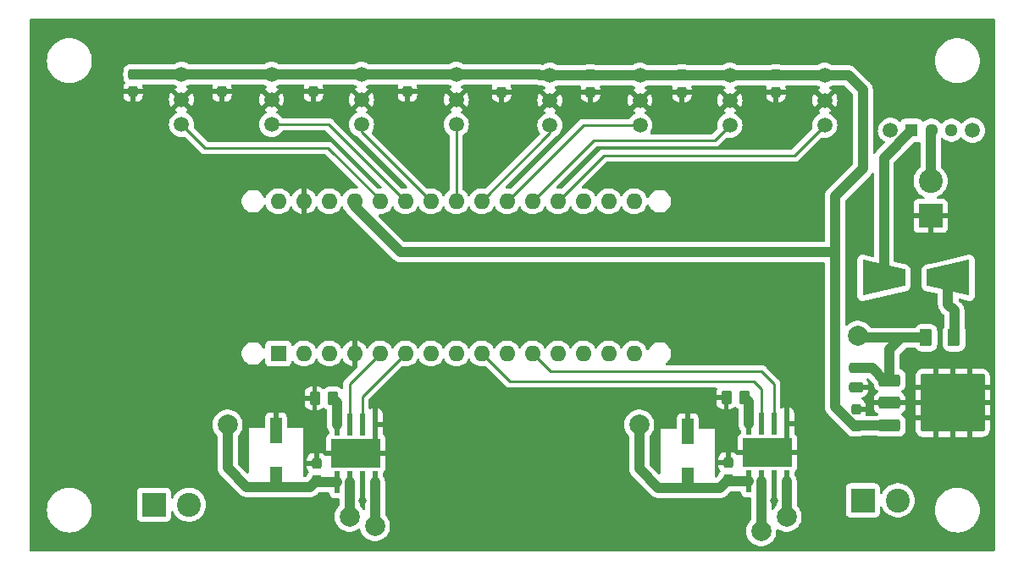
<source format=gtl>
G04 #@! TF.GenerationSoftware,KiCad,Pcbnew,7.0.7*
G04 #@! TF.CreationDate,2024-05-14T17:55:04+07:00*
G04 #@! TF.ProjectId,frankii round 2,6672616e-6b69-4692-9072-6f756e642032,rev?*
G04 #@! TF.SameCoordinates,Original*
G04 #@! TF.FileFunction,Copper,L1,Top*
G04 #@! TF.FilePolarity,Positive*
%FSLAX46Y46*%
G04 Gerber Fmt 4.6, Leading zero omitted, Abs format (unit mm)*
G04 Created by KiCad (PCBNEW 7.0.7) date 2024-05-14 17:55:04*
%MOMM*%
%LPD*%
G01*
G04 APERTURE LIST*
G04 Aperture macros list*
%AMRoundRect*
0 Rectangle with rounded corners*
0 $1 Rounding radius*
0 $2 $3 $4 $5 $6 $7 $8 $9 X,Y pos of 4 corners*
0 Add a 4 corners polygon primitive as box body*
4,1,4,$2,$3,$4,$5,$6,$7,$8,$9,$2,$3,0*
0 Add four circle primitives for the rounded corners*
1,1,$1+$1,$2,$3*
1,1,$1+$1,$4,$5*
1,1,$1+$1,$6,$7*
1,1,$1+$1,$8,$9*
0 Add four rect primitives between the rounded corners*
20,1,$1+$1,$2,$3,$4,$5,0*
20,1,$1+$1,$4,$5,$6,$7,0*
20,1,$1+$1,$6,$7,$8,$9,0*
20,1,$1+$1,$8,$9,$2,$3,0*%
%AMOutline4P*
0 Free polygon, 4 corners , with rotation*
0 The origin of the aperture is its center*
0 number of corners: always 4*
0 $1 to $8 corner X, Y*
0 $9 Rotation angle, in degrees counterclockwise*
0 create outline with 4 corners*
4,1,4,$1,$2,$3,$4,$5,$6,$7,$8,$1,$2,$9*%
G04 Aperture macros list end*
G04 #@! TA.AperFunction,ComponentPad*
%ADD10R,2.400000X2.400000*%
G04 #@! TD*
G04 #@! TA.AperFunction,ComponentPad*
%ADD11C,2.400000*%
G04 #@! TD*
G04 #@! TA.AperFunction,SMDPad,CuDef*
%ADD12Outline4P,-2.150000X-1.800000X2.150000X-0.800000X2.150000X0.800000X-2.150000X1.800000X180.000000*%
G04 #@! TD*
G04 #@! TA.AperFunction,SMDPad,CuDef*
%ADD13Outline4P,-2.150000X-1.800000X2.150000X-0.800000X2.150000X0.800000X-2.150000X1.800000X0.000000*%
G04 #@! TD*
G04 #@! TA.AperFunction,ComponentPad*
%ADD14C,1.498600*%
G04 #@! TD*
G04 #@! TA.AperFunction,SMDPad,CuDef*
%ADD15RoundRect,0.250000X-0.850000X-0.350000X0.850000X-0.350000X0.850000X0.350000X-0.850000X0.350000X0*%
G04 #@! TD*
G04 #@! TA.AperFunction,SMDPad,CuDef*
%ADD16RoundRect,0.250000X-1.275000X-1.125000X1.275000X-1.125000X1.275000X1.125000X-1.275000X1.125000X0*%
G04 #@! TD*
G04 #@! TA.AperFunction,SMDPad,CuDef*
%ADD17RoundRect,0.249997X-2.950003X-2.650003X2.950003X-2.650003X2.950003X2.650003X-2.950003X2.650003X0*%
G04 #@! TD*
G04 #@! TA.AperFunction,SMDPad,CuDef*
%ADD18RoundRect,0.250000X-0.262500X-0.450000X0.262500X-0.450000X0.262500X0.450000X-0.262500X0.450000X0*%
G04 #@! TD*
G04 #@! TA.AperFunction,SMDPad,CuDef*
%ADD19R,0.500000X2.200000*%
G04 #@! TD*
G04 #@! TA.AperFunction,ComponentPad*
%ADD20C,0.630000*%
G04 #@! TD*
G04 #@! TA.AperFunction,SMDPad,CuDef*
%ADD21R,4.900000X2.950000*%
G04 #@! TD*
G04 #@! TA.AperFunction,SMDPad,CuDef*
%ADD22RoundRect,0.237500X0.237500X-0.300000X0.237500X0.300000X-0.237500X0.300000X-0.237500X-0.300000X0*%
G04 #@! TD*
G04 #@! TA.AperFunction,ComponentPad*
%ADD23R,1.600000X1.600000*%
G04 #@! TD*
G04 #@! TA.AperFunction,ComponentPad*
%ADD24O,1.600000X1.600000*%
G04 #@! TD*
G04 #@! TA.AperFunction,ComponentPad*
%ADD25R,1.295400X1.295400*%
G04 #@! TD*
G04 #@! TA.AperFunction,ComponentPad*
%ADD26C,1.295400*%
G04 #@! TD*
G04 #@! TA.AperFunction,SMDPad,CuDef*
%ADD27RoundRect,0.250000X0.375000X0.625000X-0.375000X0.625000X-0.375000X-0.625000X0.375000X-0.625000X0*%
G04 #@! TD*
G04 #@! TA.AperFunction,SMDPad,CuDef*
%ADD28RoundRect,0.250000X0.262500X0.450000X-0.262500X0.450000X-0.262500X-0.450000X0.262500X-0.450000X0*%
G04 #@! TD*
G04 #@! TA.AperFunction,SMDPad,CuDef*
%ADD29R,1.168400X2.616200*%
G04 #@! TD*
G04 #@! TA.AperFunction,SMDPad,CuDef*
%ADD30RoundRect,0.250000X-0.475000X0.250000X-0.475000X-0.250000X0.475000X-0.250000X0.475000X0.250000X0*%
G04 #@! TD*
G04 #@! TA.AperFunction,ViaPad*
%ADD31C,0.800000*%
G04 #@! TD*
G04 #@! TA.AperFunction,ViaPad*
%ADD32C,2.000000*%
G04 #@! TD*
G04 #@! TA.AperFunction,Conductor*
%ADD33C,0.250000*%
G04 #@! TD*
G04 #@! TA.AperFunction,Conductor*
%ADD34C,1.000000*%
G04 #@! TD*
G04 APERTURE END LIST*
D10*
X139446000Y-99460000D03*
D11*
X142946000Y-99460000D03*
D12*
X218826000Y-76746000D03*
D13*
X212426000Y-76746000D03*
D14*
X151201801Y-56388000D03*
X151201801Y-58888000D03*
X151201801Y-61388000D03*
D15*
X213001000Y-86991000D03*
X213001000Y-89271000D03*
D16*
X217626000Y-87746000D03*
X217626000Y-90796000D03*
D17*
X219301000Y-89271000D03*
D16*
X220976000Y-87746000D03*
X220976000Y-90796000D03*
D15*
X213001000Y-91551000D03*
D14*
X206502000Y-56468000D03*
X206502000Y-58968000D03*
X206502000Y-61468000D03*
D18*
X155519501Y-88808000D03*
X157344501Y-88808000D03*
D19*
X202692000Y-91366900D03*
X201422000Y-91366900D03*
X200152000Y-91366900D03*
X198882000Y-91366900D03*
X198882000Y-97116900D03*
X200152000Y-97116900D03*
X201422000Y-97116900D03*
X202692000Y-97116900D03*
D20*
X202087000Y-93591900D03*
X200787000Y-93591900D03*
X199487000Y-93591900D03*
D21*
X200787000Y-94241900D03*
D20*
X202087000Y-94891900D03*
X200787000Y-94891900D03*
X199487000Y-94891900D03*
D14*
X142201801Y-56388000D03*
X142201801Y-58888000D03*
X142201801Y-61388000D03*
X160201801Y-56388000D03*
X160201801Y-58888000D03*
X160201801Y-61388000D03*
D22*
X146252000Y-58103100D03*
X146252000Y-56378100D03*
D23*
X151892000Y-84318000D03*
D24*
X154432000Y-84318000D03*
X156972000Y-84318000D03*
X159512000Y-84318000D03*
X162052000Y-84318000D03*
X164592000Y-84318000D03*
X167132000Y-84318000D03*
X169672000Y-84318000D03*
X172212000Y-84318000D03*
X174752000Y-84318000D03*
X177292000Y-84318000D03*
X179832000Y-84318000D03*
X182372000Y-84318000D03*
X184912000Y-84318000D03*
X187452000Y-84318000D03*
X187452000Y-69078000D03*
X184912000Y-69078000D03*
X182372000Y-69078000D03*
X179832000Y-69078000D03*
X177292000Y-69078000D03*
X174752000Y-69078000D03*
X172212000Y-69078000D03*
X169672000Y-69078000D03*
X167132000Y-69078000D03*
X164592000Y-69078000D03*
X162052000Y-69078000D03*
X159512000Y-69078000D03*
X156972000Y-69078000D03*
X154432000Y-69078000D03*
X151892000Y-69078000D03*
D25*
X215170001Y-61976000D03*
D26*
X217170001Y-61976000D03*
X219170002Y-61976000D03*
D14*
X213070000Y-61976000D03*
X221270001Y-61976000D03*
X179031801Y-56468000D03*
X179031801Y-58968000D03*
X179031801Y-61468000D03*
D22*
X201624001Y-58137100D03*
X201624001Y-56412100D03*
X196850000Y-96963400D03*
X196850000Y-95238400D03*
X209626000Y-91608500D03*
X209626000Y-89883500D03*
D27*
X219425999Y-82745999D03*
X216625999Y-82745999D03*
D28*
X198492500Y-88734900D03*
X196667500Y-88734900D03*
D29*
X192786000Y-97028001D03*
X192786000Y-92125801D03*
D22*
X137362000Y-58103100D03*
X137362000Y-56378100D03*
D19*
X161544001Y-91440000D03*
X160274001Y-91440000D03*
X159004001Y-91440000D03*
X157734001Y-91440000D03*
X157734001Y-97190000D03*
X159004001Y-97190000D03*
X160274001Y-97190000D03*
X161544001Y-97190000D03*
D20*
X160939001Y-93665000D03*
X159639001Y-93665000D03*
X158339001Y-93665000D03*
D21*
X159639001Y-94315000D03*
D20*
X160939001Y-94965000D03*
X159639001Y-94965000D03*
X158339001Y-94965000D03*
D29*
X151638001Y-96936001D03*
X151638001Y-92033801D03*
D30*
X209626000Y-85796000D03*
X209626000Y-87696000D03*
D10*
X217086000Y-70556000D03*
D11*
X217086000Y-67056000D03*
D14*
X169672000Y-56388000D03*
X169672000Y-58888000D03*
X169672000Y-61388000D03*
D10*
X210312000Y-99020000D03*
D11*
X213812000Y-99020000D03*
D22*
X164794000Y-58103100D03*
X164794000Y-56378100D03*
X192226000Y-58137100D03*
X192226000Y-56412100D03*
D14*
X188031801Y-56468000D03*
X188031801Y-58968000D03*
X188031801Y-61468000D03*
D22*
X155396000Y-58103100D03*
X155396000Y-56378100D03*
D14*
X197031801Y-56468000D03*
X197031801Y-58968000D03*
X197031801Y-61468000D03*
D22*
X174191999Y-58137100D03*
X174191999Y-56412100D03*
X155702001Y-97036501D03*
X155702001Y-95311501D03*
X183082000Y-58137100D03*
X183082000Y-56412100D03*
D31*
X201422000Y-99060000D03*
X160274000Y-99060000D03*
D32*
X146812000Y-91440000D03*
X187960000Y-91440000D03*
X209804000Y-82550000D03*
X200152000Y-102108000D03*
X159004000Y-100662500D03*
X202692000Y-100662500D03*
X161544000Y-101600000D03*
D33*
X160274001Y-97190000D02*
X160274000Y-99060000D01*
X201422000Y-97116900D02*
X201422000Y-99060000D01*
X199405636Y-87122000D02*
X200152000Y-87868364D01*
X175016000Y-87122000D02*
X199405636Y-87122000D01*
X172212000Y-84318000D02*
X175016000Y-87122000D01*
X200152000Y-87868364D02*
X200152000Y-91366900D01*
X177292000Y-84318000D02*
X179080000Y-86106000D01*
X201422000Y-87376000D02*
X201422000Y-91366900D01*
X179080000Y-86106000D02*
X200152000Y-86106000D01*
X200152000Y-86106000D02*
X201422000Y-87376000D01*
X159004001Y-87365999D02*
X162052000Y-84318000D01*
X159004001Y-91440000D02*
X159004001Y-87365999D01*
X160274001Y-88645999D02*
X164592000Y-84328000D01*
X160274001Y-91440000D02*
X160274001Y-88645999D01*
X164592000Y-84328000D02*
X164592000Y-84318000D01*
X184394000Y-64516000D02*
X203454000Y-64516000D01*
X179832000Y-69078000D02*
X184394000Y-64516000D01*
X203454000Y-64516000D02*
X206502000Y-61468000D01*
X183378000Y-62992000D02*
X195507801Y-62992000D01*
X195507801Y-62992000D02*
X197031801Y-61468000D01*
X177292000Y-69078000D02*
X183378000Y-62992000D01*
X182362000Y-61468000D02*
X188031801Y-61468000D01*
X174752000Y-69078000D02*
X182362000Y-61468000D01*
X179031801Y-62258199D02*
X179031801Y-61468000D01*
X172212000Y-69078000D02*
X179031801Y-62258199D01*
X169672000Y-61388000D02*
X169672000Y-69078000D01*
X160201801Y-62147801D02*
X160201801Y-61388000D01*
X167132000Y-69078000D02*
X160201801Y-62147801D01*
X156902000Y-61388000D02*
X164592000Y-69078000D01*
X151201801Y-61388000D02*
X156902000Y-61388000D01*
X162052000Y-69078000D02*
X162052000Y-68937274D01*
X162052000Y-68937274D02*
X156868726Y-63754000D01*
X156868726Y-63754000D02*
X144567801Y-63754000D01*
X144567801Y-63754000D02*
X142201801Y-61388000D01*
D34*
X216625999Y-82745999D02*
X214180001Y-82745999D01*
X213001000Y-86991000D02*
X212467000Y-86991000D01*
X146812000Y-95776208D02*
X146812000Y-91440000D01*
X212467000Y-86991000D02*
X211272000Y-85796000D01*
X187960000Y-95868209D02*
X189873792Y-97782001D01*
X192358108Y-97782001D02*
X192786000Y-97354109D01*
X196850000Y-96963400D02*
X196031399Y-97782001D01*
X148725793Y-97690001D02*
X146812000Y-95776208D01*
X155702001Y-97036501D02*
X155048501Y-97690001D01*
X151638001Y-97262109D02*
X151210109Y-97690001D01*
X196031399Y-97782001D02*
X193213892Y-97782001D01*
X213001000Y-83925000D02*
X213001000Y-86991000D01*
X197003500Y-97116900D02*
X196850000Y-96963400D01*
X151638001Y-97262109D02*
X151638001Y-96936001D01*
X152065893Y-97690001D02*
X151638001Y-97262109D01*
X216625999Y-82745999D02*
X209999999Y-82745999D01*
X198882000Y-97116900D02*
X197003500Y-97116900D01*
X189873792Y-97782001D02*
X192358108Y-97782001D01*
X192786000Y-97354109D02*
X192786000Y-97028001D01*
X151210109Y-97690001D02*
X148725793Y-97690001D01*
X155855500Y-97190000D02*
X155702001Y-97036501D01*
X214180001Y-82745999D02*
X213001000Y-83925000D01*
X211272000Y-85796000D02*
X209626000Y-85796000D01*
X209999999Y-82745999D02*
X209804000Y-82550000D01*
X157734001Y-97190000D02*
X155855500Y-97190000D01*
X193213892Y-97782001D02*
X192786000Y-97354109D01*
X155048501Y-97690001D02*
X152065893Y-97690001D01*
X187960000Y-91440000D02*
X187960000Y-95868209D01*
X210312000Y-65786000D02*
X210312000Y-57912000D01*
X208868000Y-56468000D02*
X206502000Y-56468000D01*
X177929400Y-56378100D02*
X178019300Y-56468000D01*
X178019300Y-56468000D02*
X206502000Y-56468000D01*
X159512000Y-69078000D02*
X159512000Y-69596000D01*
X207518000Y-89638825D02*
X207518000Y-74168000D01*
X207518000Y-68580000D02*
X210312000Y-65786000D01*
X209626000Y-91608500D02*
X209487675Y-91608500D01*
X213001000Y-91551000D02*
X209683500Y-91551000D01*
X164084000Y-74168000D02*
X207518000Y-74168000D01*
X207518000Y-74168000D02*
X207518000Y-68580000D01*
X209487675Y-91608500D02*
X207518000Y-89638825D01*
X209683500Y-91551000D02*
X209626000Y-91608500D01*
X159512000Y-69596000D02*
X164084000Y-74168000D01*
X210312000Y-57912000D02*
X208868000Y-56468000D01*
X137362000Y-56378100D02*
X177929400Y-56378100D01*
X218826000Y-79380000D02*
X219456000Y-80010000D01*
X219456000Y-82715998D02*
X219425999Y-82745999D01*
X219456000Y-80010000D02*
X219456000Y-82715998D01*
X218826000Y-76746000D02*
X218826000Y-79380000D01*
X215170001Y-61976000D02*
X215170001Y-61996329D01*
X215170001Y-61996329D02*
X212426000Y-64740330D01*
X212426000Y-64740330D02*
X212426000Y-76746000D01*
X200152000Y-102108000D02*
X200152000Y-97116900D01*
X159004000Y-100662500D02*
X159004001Y-97190000D01*
X139446000Y-99460000D02*
X139446000Y-99454415D01*
X202692000Y-100662500D02*
X202692000Y-97116900D01*
X161544001Y-101599999D02*
X161544001Y-97190000D01*
X161544000Y-101600000D02*
X161544001Y-101599999D01*
X217086000Y-67056000D02*
X217086000Y-62060001D01*
X217086000Y-62060001D02*
X217170001Y-61976000D01*
X157734001Y-89197500D02*
X157344501Y-88808000D01*
X157734001Y-91440000D02*
X157734001Y-89197500D01*
X198882000Y-91366900D02*
X198882000Y-89124400D01*
X198882000Y-89124400D02*
X198492500Y-88734900D01*
G04 #@! TA.AperFunction,Conductor*
G36*
X201615039Y-96886585D02*
G01*
X201660794Y-96939389D01*
X201672000Y-96990900D01*
X201672000Y-98730882D01*
X201688666Y-98761404D01*
X201691500Y-98787762D01*
X201691500Y-99485471D01*
X201671815Y-99552510D01*
X201658730Y-99569453D01*
X201503836Y-99737714D01*
X201380309Y-99926787D01*
X201327162Y-99972144D01*
X201257931Y-99981568D01*
X201194595Y-99952066D01*
X201157264Y-99893006D01*
X201152500Y-99858966D01*
X201152500Y-98787761D01*
X201172000Y-98721352D01*
X201172000Y-96990900D01*
X201191685Y-96923861D01*
X201244489Y-96878106D01*
X201296000Y-96866900D01*
X201548000Y-96866900D01*
X201615039Y-96886585D01*
G37*
G04 #@! TD.AperFunction*
G04 #@! TA.AperFunction,Conductor*
G36*
X160467040Y-96959685D02*
G01*
X160512795Y-97012489D01*
X160524001Y-97064000D01*
X160524001Y-98803982D01*
X160540667Y-98834504D01*
X160543501Y-98860862D01*
X160543501Y-99858967D01*
X160523816Y-99926006D01*
X160471012Y-99971761D01*
X160401854Y-99981705D01*
X160338298Y-99952680D01*
X160315692Y-99926789D01*
X160289561Y-99886793D01*
X160192164Y-99737715D01*
X160037270Y-99569455D01*
X160006348Y-99506800D01*
X160004500Y-99485472D01*
X160004500Y-98860863D01*
X160024001Y-98794450D01*
X160024001Y-97064000D01*
X160043686Y-96996961D01*
X160096490Y-96951206D01*
X160148001Y-96940000D01*
X160400001Y-96940000D01*
X160467040Y-96959685D01*
G37*
G04 #@! TD.AperFunction*
G04 #@! TA.AperFunction,Conductor*
G36*
X208469256Y-57488185D02*
G01*
X208489898Y-57504819D01*
X209275180Y-58290101D01*
X209308665Y-58351424D01*
X209311499Y-58377782D01*
X209311499Y-65320217D01*
X209291814Y-65387256D01*
X209275180Y-65407898D01*
X206819532Y-67863546D01*
X206754946Y-67924942D01*
X206719899Y-67975294D01*
X206717062Y-67979056D01*
X206678302Y-68026592D01*
X206678299Y-68026597D01*
X206662392Y-68057047D01*
X206658324Y-68063761D01*
X206638702Y-68091954D01*
X206614509Y-68148330D01*
X206612488Y-68152584D01*
X206584091Y-68206951D01*
X206584090Y-68206952D01*
X206574640Y-68239975D01*
X206572007Y-68247371D01*
X206558459Y-68278943D01*
X206546113Y-68339019D01*
X206544990Y-68343595D01*
X206528113Y-68402577D01*
X206528113Y-68402579D01*
X206525503Y-68436841D01*
X206524414Y-68444608D01*
X206520081Y-68465698D01*
X206517500Y-68478258D01*
X206517500Y-68539597D01*
X206517321Y-68544306D01*
X206512662Y-68605474D01*
X206514548Y-68620280D01*
X206517003Y-68639560D01*
X206517500Y-68647388D01*
X206517500Y-73043500D01*
X206497815Y-73110539D01*
X206445011Y-73156294D01*
X206393500Y-73167500D01*
X164549783Y-73167500D01*
X164482744Y-73147815D01*
X164462102Y-73131181D01*
X163194293Y-71863372D01*
X161922919Y-70591999D01*
X161889435Y-70530677D01*
X161894419Y-70460985D01*
X161936291Y-70405052D01*
X162001755Y-70380635D01*
X162021400Y-70380790D01*
X162052000Y-70383468D01*
X162278692Y-70363635D01*
X162498496Y-70304739D01*
X162704734Y-70208568D01*
X162891139Y-70078047D01*
X163052047Y-69917139D01*
X163182568Y-69730734D01*
X163209618Y-69672724D01*
X163255790Y-69620285D01*
X163322983Y-69601133D01*
X163389865Y-69621348D01*
X163434382Y-69672725D01*
X163461429Y-69730728D01*
X163461432Y-69730734D01*
X163591954Y-69917141D01*
X163752858Y-70078045D01*
X163752861Y-70078047D01*
X163939266Y-70208568D01*
X164145504Y-70304739D01*
X164365308Y-70363635D01*
X164527230Y-70377801D01*
X164591998Y-70383468D01*
X164592000Y-70383468D01*
X164592002Y-70383468D01*
X164648910Y-70378489D01*
X164818692Y-70363635D01*
X165038496Y-70304739D01*
X165244734Y-70208568D01*
X165431139Y-70078047D01*
X165592047Y-69917139D01*
X165722568Y-69730734D01*
X165749618Y-69672724D01*
X165795790Y-69620285D01*
X165862983Y-69601133D01*
X165929865Y-69621348D01*
X165974382Y-69672725D01*
X166001429Y-69730728D01*
X166001432Y-69730734D01*
X166131954Y-69917141D01*
X166292858Y-70078045D01*
X166292861Y-70078047D01*
X166479266Y-70208568D01*
X166685504Y-70304739D01*
X166905308Y-70363635D01*
X167067230Y-70377801D01*
X167131998Y-70383468D01*
X167132000Y-70383468D01*
X167132002Y-70383468D01*
X167188910Y-70378489D01*
X167358692Y-70363635D01*
X167578496Y-70304739D01*
X167784734Y-70208568D01*
X167971139Y-70078047D01*
X168132047Y-69917139D01*
X168262568Y-69730734D01*
X168289618Y-69672724D01*
X168335790Y-69620285D01*
X168402983Y-69601133D01*
X168469865Y-69621348D01*
X168514382Y-69672725D01*
X168541429Y-69730728D01*
X168541432Y-69730734D01*
X168671954Y-69917141D01*
X168832858Y-70078045D01*
X168832861Y-70078047D01*
X169019266Y-70208568D01*
X169225504Y-70304739D01*
X169445308Y-70363635D01*
X169607230Y-70377801D01*
X169671998Y-70383468D01*
X169672000Y-70383468D01*
X169672002Y-70383468D01*
X169728910Y-70378489D01*
X169898692Y-70363635D01*
X170118496Y-70304739D01*
X170324734Y-70208568D01*
X170511139Y-70078047D01*
X170672047Y-69917139D01*
X170802568Y-69730734D01*
X170829618Y-69672724D01*
X170875790Y-69620285D01*
X170942983Y-69601133D01*
X171009865Y-69621348D01*
X171054382Y-69672725D01*
X171081429Y-69730728D01*
X171081432Y-69730734D01*
X171211954Y-69917141D01*
X171372858Y-70078045D01*
X171372861Y-70078047D01*
X171559266Y-70208568D01*
X171765504Y-70304739D01*
X171985308Y-70363635D01*
X172147230Y-70377801D01*
X172211998Y-70383468D01*
X172212000Y-70383468D01*
X172212002Y-70383468D01*
X172268910Y-70378489D01*
X172438692Y-70363635D01*
X172658496Y-70304739D01*
X172864734Y-70208568D01*
X173051139Y-70078047D01*
X173212047Y-69917139D01*
X173342568Y-69730734D01*
X173369618Y-69672724D01*
X173415790Y-69620285D01*
X173482983Y-69601133D01*
X173549865Y-69621348D01*
X173594382Y-69672725D01*
X173621429Y-69730728D01*
X173621432Y-69730734D01*
X173751954Y-69917141D01*
X173912858Y-70078045D01*
X173912861Y-70078047D01*
X174099266Y-70208568D01*
X174305504Y-70304739D01*
X174525308Y-70363635D01*
X174687230Y-70377801D01*
X174751998Y-70383468D01*
X174752000Y-70383468D01*
X174752002Y-70383468D01*
X174808910Y-70378489D01*
X174978692Y-70363635D01*
X175198496Y-70304739D01*
X175404734Y-70208568D01*
X175591139Y-70078047D01*
X175752047Y-69917139D01*
X175882568Y-69730734D01*
X175909618Y-69672724D01*
X175955790Y-69620285D01*
X176022983Y-69601133D01*
X176089865Y-69621348D01*
X176134382Y-69672725D01*
X176161429Y-69730728D01*
X176161432Y-69730734D01*
X176291954Y-69917141D01*
X176452858Y-70078045D01*
X176452861Y-70078047D01*
X176639266Y-70208568D01*
X176845504Y-70304739D01*
X177065308Y-70363635D01*
X177227230Y-70377801D01*
X177291998Y-70383468D01*
X177292000Y-70383468D01*
X177292002Y-70383468D01*
X177348910Y-70378489D01*
X177518692Y-70363635D01*
X177738496Y-70304739D01*
X177944734Y-70208568D01*
X178131139Y-70078047D01*
X178292047Y-69917139D01*
X178422568Y-69730734D01*
X178449618Y-69672724D01*
X178495790Y-69620285D01*
X178562983Y-69601133D01*
X178629865Y-69621348D01*
X178674382Y-69672725D01*
X178701429Y-69730728D01*
X178701432Y-69730734D01*
X178831954Y-69917141D01*
X178992858Y-70078045D01*
X178992861Y-70078047D01*
X179179266Y-70208568D01*
X179385504Y-70304739D01*
X179605308Y-70363635D01*
X179767230Y-70377801D01*
X179831998Y-70383468D01*
X179832000Y-70383468D01*
X179832002Y-70383468D01*
X179888910Y-70378489D01*
X180058692Y-70363635D01*
X180278496Y-70304739D01*
X180484734Y-70208568D01*
X180671139Y-70078047D01*
X180832047Y-69917139D01*
X180962568Y-69730734D01*
X180989618Y-69672724D01*
X181035790Y-69620285D01*
X181102983Y-69601133D01*
X181169865Y-69621348D01*
X181214382Y-69672725D01*
X181241429Y-69730728D01*
X181241432Y-69730734D01*
X181371954Y-69917141D01*
X181532858Y-70078045D01*
X181532861Y-70078047D01*
X181719266Y-70208568D01*
X181925504Y-70304739D01*
X182145308Y-70363635D01*
X182307230Y-70377801D01*
X182371998Y-70383468D01*
X182372000Y-70383468D01*
X182372002Y-70383468D01*
X182428910Y-70378489D01*
X182598692Y-70363635D01*
X182818496Y-70304739D01*
X183024734Y-70208568D01*
X183211139Y-70078047D01*
X183372047Y-69917139D01*
X183502568Y-69730734D01*
X183529618Y-69672724D01*
X183575790Y-69620285D01*
X183642983Y-69601133D01*
X183709865Y-69621348D01*
X183754382Y-69672725D01*
X183781429Y-69730728D01*
X183781432Y-69730734D01*
X183911954Y-69917141D01*
X184072858Y-70078045D01*
X184072861Y-70078047D01*
X184259266Y-70208568D01*
X184465504Y-70304739D01*
X184685308Y-70363635D01*
X184847230Y-70377801D01*
X184911998Y-70383468D01*
X184912000Y-70383468D01*
X184912002Y-70383468D01*
X184968910Y-70378489D01*
X185138692Y-70363635D01*
X185358496Y-70304739D01*
X185564734Y-70208568D01*
X185751139Y-70078047D01*
X185912047Y-69917139D01*
X186042568Y-69730734D01*
X186069618Y-69672724D01*
X186115790Y-69620285D01*
X186182983Y-69601133D01*
X186249865Y-69621348D01*
X186294382Y-69672725D01*
X186321429Y-69730728D01*
X186321432Y-69730734D01*
X186451954Y-69917141D01*
X186612858Y-70078045D01*
X186612861Y-70078047D01*
X186799266Y-70208568D01*
X187005504Y-70304739D01*
X187225308Y-70363635D01*
X187387230Y-70377801D01*
X187451998Y-70383468D01*
X187452000Y-70383468D01*
X187452002Y-70383468D01*
X187508910Y-70378489D01*
X187678692Y-70363635D01*
X187898496Y-70304739D01*
X188104734Y-70208568D01*
X188291139Y-70078047D01*
X188452047Y-69917139D01*
X188582568Y-69730734D01*
X188678739Y-69524496D01*
X188688069Y-69489675D01*
X188724430Y-69430018D01*
X188787276Y-69399487D01*
X188856652Y-69407779D01*
X188910531Y-69452263D01*
X188923469Y-69476974D01*
X188966688Y-69588533D01*
X188966691Y-69588539D01*
X188966692Y-69588542D01*
X189054732Y-69730732D01*
X189077963Y-69768250D01*
X189220355Y-69924448D01*
X189220358Y-69924450D01*
X189389032Y-70051827D01*
X189578237Y-70146040D01*
X189578243Y-70146043D01*
X189752011Y-70195483D01*
X189781536Y-70203884D01*
X189939271Y-70218500D01*
X189939275Y-70218500D01*
X190044725Y-70218500D01*
X190044729Y-70218500D01*
X190202464Y-70203884D01*
X190319804Y-70170498D01*
X190405756Y-70146043D01*
X190405758Y-70146041D01*
X190405761Y-70146041D01*
X190594968Y-70051827D01*
X190763642Y-69924450D01*
X190906038Y-69768249D01*
X191017308Y-69588542D01*
X191093662Y-69391450D01*
X191132500Y-69183683D01*
X191132500Y-68972317D01*
X191093662Y-68764550D01*
X191017308Y-68567458D01*
X190906038Y-68387751D01*
X190886141Y-68365925D01*
X190763644Y-68231551D01*
X190594968Y-68104173D01*
X190405762Y-68009959D01*
X190405756Y-68009956D01*
X190202466Y-67952116D01*
X190202463Y-67952115D01*
X190090472Y-67941738D01*
X190044729Y-67937500D01*
X189939271Y-67937500D01*
X189896619Y-67941452D01*
X189781536Y-67952115D01*
X189781533Y-67952116D01*
X189578243Y-68009956D01*
X189578237Y-68009959D01*
X189389031Y-68104173D01*
X189220355Y-68231551D01*
X189077963Y-68387749D01*
X188966691Y-68567459D01*
X188966687Y-68567466D01*
X188923469Y-68679025D01*
X188880896Y-68734426D01*
X188815129Y-68758016D01*
X188747049Y-68742304D01*
X188698270Y-68692280D01*
X188688069Y-68666326D01*
X188678739Y-68631504D01*
X188582568Y-68425266D01*
X188458006Y-68247371D01*
X188452045Y-68238858D01*
X188291141Y-68077954D01*
X188104734Y-67947432D01*
X188104732Y-67947431D01*
X187898497Y-67851261D01*
X187898488Y-67851258D01*
X187678697Y-67792366D01*
X187678693Y-67792365D01*
X187678692Y-67792365D01*
X187678691Y-67792364D01*
X187678686Y-67792364D01*
X187452002Y-67772532D01*
X187451998Y-67772532D01*
X187225313Y-67792364D01*
X187225302Y-67792366D01*
X187005511Y-67851258D01*
X187005502Y-67851261D01*
X186799267Y-67947431D01*
X186799265Y-67947432D01*
X186612858Y-68077954D01*
X186451954Y-68238858D01*
X186321432Y-68425265D01*
X186321431Y-68425267D01*
X186294382Y-68483275D01*
X186248209Y-68535714D01*
X186181016Y-68554866D01*
X186114135Y-68534650D01*
X186069618Y-68483275D01*
X186067279Y-68478259D01*
X186042568Y-68425266D01*
X185918006Y-68247371D01*
X185912045Y-68238858D01*
X185751141Y-68077954D01*
X185564734Y-67947432D01*
X185564732Y-67947431D01*
X185358497Y-67851261D01*
X185358488Y-67851258D01*
X185138697Y-67792366D01*
X185138693Y-67792365D01*
X185138692Y-67792365D01*
X185138691Y-67792364D01*
X185138686Y-67792364D01*
X184912002Y-67772532D01*
X184911998Y-67772532D01*
X184685313Y-67792364D01*
X184685302Y-67792366D01*
X184465511Y-67851258D01*
X184465502Y-67851261D01*
X184259267Y-67947431D01*
X184259265Y-67947432D01*
X184072858Y-68077954D01*
X183911954Y-68238858D01*
X183781432Y-68425265D01*
X183781431Y-68425267D01*
X183754382Y-68483275D01*
X183708209Y-68535714D01*
X183641016Y-68554866D01*
X183574135Y-68534650D01*
X183529618Y-68483275D01*
X183527279Y-68478259D01*
X183502568Y-68425266D01*
X183378006Y-68247371D01*
X183372045Y-68238858D01*
X183211141Y-68077954D01*
X183024734Y-67947432D01*
X183024732Y-67947431D01*
X182818497Y-67851261D01*
X182818488Y-67851258D01*
X182598697Y-67792366D01*
X182598693Y-67792365D01*
X182598692Y-67792365D01*
X182598691Y-67792364D01*
X182598686Y-67792364D01*
X182372002Y-67772532D01*
X182371996Y-67772532D01*
X182327894Y-67776390D01*
X182259394Y-67762623D01*
X182209212Y-67714007D01*
X182193279Y-67645978D01*
X182216655Y-67580135D01*
X182229400Y-67565189D01*
X184616771Y-65177819D01*
X184678095Y-65144334D01*
X184704453Y-65141500D01*
X203371257Y-65141500D01*
X203386877Y-65143224D01*
X203386904Y-65142939D01*
X203394660Y-65143671D01*
X203394667Y-65143673D01*
X203463814Y-65141500D01*
X203493350Y-65141500D01*
X203500228Y-65140630D01*
X203506041Y-65140172D01*
X203552627Y-65138709D01*
X203571869Y-65133117D01*
X203590912Y-65129174D01*
X203610792Y-65126664D01*
X203654122Y-65109507D01*
X203659646Y-65107617D01*
X203663396Y-65106527D01*
X203704390Y-65094618D01*
X203721629Y-65084422D01*
X203739103Y-65075862D01*
X203757727Y-65068488D01*
X203757727Y-65068487D01*
X203757732Y-65068486D01*
X203795449Y-65041082D01*
X203800305Y-65037892D01*
X203840420Y-65014170D01*
X203854589Y-64999999D01*
X203869379Y-64987368D01*
X203885587Y-64975594D01*
X203915299Y-64939676D01*
X203919212Y-64935376D01*
X206128577Y-62726012D01*
X206189896Y-62692530D01*
X206248348Y-62693921D01*
X206284146Y-62703514D01*
X206458429Y-62718761D01*
X206501999Y-62722574D01*
X206502000Y-62722574D01*
X206502001Y-62722574D01*
X206538309Y-62719397D01*
X206719854Y-62703514D01*
X206931090Y-62646914D01*
X207129287Y-62554493D01*
X207308425Y-62429059D01*
X207463059Y-62274425D01*
X207588493Y-62095287D01*
X207680914Y-61897090D01*
X207737514Y-61685854D01*
X207756574Y-61468000D01*
X207737514Y-61250146D01*
X207680914Y-61038910D01*
X207588493Y-60840713D01*
X207463059Y-60661575D01*
X207308425Y-60506941D01*
X207165114Y-60406593D01*
X207129286Y-60381506D01*
X207019056Y-60330105D01*
X206966617Y-60283932D01*
X206947465Y-60216739D01*
X206967681Y-60149858D01*
X207019057Y-60105340D01*
X207129037Y-60054056D01*
X207191069Y-60010621D01*
X206757680Y-59577233D01*
X206724195Y-59515910D01*
X206729179Y-59446219D01*
X206766831Y-59395920D01*
X206765830Y-59394765D01*
X206772533Y-59388957D01*
X206880172Y-59295688D01*
X206915551Y-59240635D01*
X206968352Y-59194882D01*
X207037511Y-59184937D01*
X207101067Y-59213961D01*
X207107547Y-59219994D01*
X207544621Y-59657069D01*
X207588057Y-59595035D01*
X207680440Y-59396919D01*
X207680444Y-59396910D01*
X207737018Y-59185771D01*
X207737020Y-59185761D01*
X207756072Y-58968001D01*
X207756072Y-58967998D01*
X207737020Y-58750238D01*
X207737018Y-58750228D01*
X207680444Y-58539089D01*
X207680440Y-58539080D01*
X207588055Y-58340960D01*
X207544622Y-58278930D01*
X207544621Y-58278929D01*
X207107547Y-58716004D01*
X207046224Y-58749489D01*
X206976532Y-58744505D01*
X206920599Y-58702633D01*
X206915550Y-58695362D01*
X206880172Y-58640312D01*
X206772533Y-58547043D01*
X206772532Y-58547042D01*
X206765830Y-58541235D01*
X206767948Y-58538790D01*
X206732569Y-58497967D01*
X206722621Y-58428809D01*
X206751641Y-58365251D01*
X206757679Y-58358766D01*
X207191069Y-57925377D01*
X207191068Y-57925376D01*
X207129038Y-57881943D01*
X207129036Y-57881942D01*
X207019057Y-57830658D01*
X206966617Y-57784486D01*
X206947465Y-57717292D01*
X206967681Y-57650411D01*
X207019057Y-57605894D01*
X207129287Y-57554493D01*
X207220071Y-57490925D01*
X207286278Y-57468598D01*
X207291195Y-57468500D01*
X208402217Y-57468500D01*
X208469256Y-57488185D01*
G37*
G04 #@! TD.AperFunction*
G04 #@! TA.AperFunction,Conductor*
G36*
X163815548Y-57398285D02*
G01*
X163861303Y-57451089D01*
X163871247Y-57520247D01*
X163866215Y-57541604D01*
X163829319Y-57652948D01*
X163819000Y-57753945D01*
X163819000Y-57853100D01*
X165768999Y-57853100D01*
X165768999Y-57753960D01*
X165768998Y-57753945D01*
X165758680Y-57652947D01*
X165721785Y-57541604D01*
X165719383Y-57471776D01*
X165755115Y-57411734D01*
X165817635Y-57380541D01*
X165839491Y-57378600D01*
X168868666Y-57378600D01*
X168935705Y-57398285D01*
X168939789Y-57401025D01*
X169044708Y-57474490D01*
X169044710Y-57474491D01*
X169044713Y-57474493D01*
X169132464Y-57515412D01*
X169154943Y-57525894D01*
X169207382Y-57572066D01*
X169226534Y-57639260D01*
X169206318Y-57706141D01*
X169154943Y-57750658D01*
X169044964Y-57801942D01*
X168982930Y-57845377D01*
X169416319Y-58278766D01*
X169449804Y-58340089D01*
X169444820Y-58409781D01*
X169407167Y-58460077D01*
X169408170Y-58461235D01*
X169401467Y-58467042D01*
X169401467Y-58467043D01*
X169309142Y-58547043D01*
X169293826Y-58560314D01*
X169293824Y-58560316D01*
X169258448Y-58615363D01*
X169205644Y-58661118D01*
X169136486Y-58671062D01*
X169072930Y-58642037D01*
X169066452Y-58636005D01*
X168629377Y-58198930D01*
X168585942Y-58260964D01*
X168493559Y-58459080D01*
X168493555Y-58459089D01*
X168436981Y-58670228D01*
X168436979Y-58670238D01*
X168417928Y-58887998D01*
X168417928Y-58888001D01*
X168436979Y-59105761D01*
X168436981Y-59105771D01*
X168493555Y-59316910D01*
X168493559Y-59316919D01*
X168585944Y-59515039D01*
X168629376Y-59577068D01*
X168629377Y-59577069D01*
X169066451Y-59139994D01*
X169127774Y-59106509D01*
X169197465Y-59111493D01*
X169253399Y-59153364D01*
X169258447Y-59160635D01*
X169278279Y-59191493D01*
X169293828Y-59215688D01*
X169386154Y-59295688D01*
X169408170Y-59314765D01*
X169406050Y-59317210D01*
X169441426Y-59358028D01*
X169451377Y-59427185D01*
X169422358Y-59490744D01*
X169416318Y-59497232D01*
X168982929Y-59930620D01*
X168982930Y-59930622D01*
X169044961Y-59974056D01*
X169044962Y-59974057D01*
X169154942Y-60025341D01*
X169207382Y-60071513D01*
X169226534Y-60138706D01*
X169206319Y-60205587D01*
X169154944Y-60250105D01*
X169044711Y-60301508D01*
X169003871Y-60330105D01*
X168865575Y-60426941D01*
X168865573Y-60426942D01*
X168865570Y-60426945D01*
X168710945Y-60581570D01*
X168585506Y-60760713D01*
X168493087Y-60958908D01*
X168493083Y-60958917D01*
X168436487Y-61170140D01*
X168436485Y-61170150D01*
X168417426Y-61387999D01*
X168417426Y-61388000D01*
X168436485Y-61605849D01*
X168436487Y-61605859D01*
X168493083Y-61817082D01*
X168493085Y-61817086D01*
X168493086Y-61817090D01*
X168528700Y-61893465D01*
X168585506Y-62015286D01*
X168598039Y-62033185D01*
X168710941Y-62194425D01*
X168865575Y-62349059D01*
X168993625Y-62438721D01*
X169037248Y-62493296D01*
X169046500Y-62540294D01*
X169046500Y-67863811D01*
X169026815Y-67930850D01*
X168993623Y-67965386D01*
X168832859Y-68077953D01*
X168671954Y-68238858D01*
X168541432Y-68425265D01*
X168541431Y-68425267D01*
X168514382Y-68483275D01*
X168468209Y-68535714D01*
X168401016Y-68554866D01*
X168334135Y-68534650D01*
X168289618Y-68483275D01*
X168287279Y-68478259D01*
X168262568Y-68425266D01*
X168138006Y-68247371D01*
X168132045Y-68238858D01*
X167971141Y-68077954D01*
X167784734Y-67947432D01*
X167784732Y-67947431D01*
X167578497Y-67851261D01*
X167578488Y-67851258D01*
X167358697Y-67792366D01*
X167358693Y-67792365D01*
X167358692Y-67792365D01*
X167358691Y-67792364D01*
X167358686Y-67792364D01*
X167132002Y-67772532D01*
X167131999Y-67772532D01*
X166905313Y-67792364D01*
X166905296Y-67792367D01*
X166836949Y-67810680D01*
X166767099Y-67809016D01*
X166717177Y-67778586D01*
X161224142Y-62285551D01*
X161190657Y-62224228D01*
X161195641Y-62154536D01*
X161210249Y-62126746D01*
X161218875Y-62114427D01*
X161288294Y-62015287D01*
X161380715Y-61817090D01*
X161437315Y-61605854D01*
X161456375Y-61388000D01*
X161437315Y-61170146D01*
X161380715Y-60958910D01*
X161288294Y-60760713D01*
X161162860Y-60581575D01*
X161008226Y-60426941D01*
X160864915Y-60326593D01*
X160829087Y-60301506D01*
X160718857Y-60250105D01*
X160666418Y-60203932D01*
X160647266Y-60136739D01*
X160667482Y-60069858D01*
X160718858Y-60025340D01*
X160828838Y-59974056D01*
X160890870Y-59930621D01*
X160457481Y-59497233D01*
X160423996Y-59435910D01*
X160428980Y-59366219D01*
X160466632Y-59315920D01*
X160465631Y-59314765D01*
X160487647Y-59295688D01*
X160579973Y-59215688D01*
X160615352Y-59160635D01*
X160668153Y-59114882D01*
X160737312Y-59104937D01*
X160800868Y-59133961D01*
X160807348Y-59139994D01*
X161244422Y-59577069D01*
X161287858Y-59515035D01*
X161380241Y-59316919D01*
X161380245Y-59316910D01*
X161436819Y-59105771D01*
X161436821Y-59105761D01*
X161455873Y-58888001D01*
X161455873Y-58887998D01*
X161436821Y-58670238D01*
X161436819Y-58670228D01*
X161380245Y-58459089D01*
X161380241Y-58459080D01*
X161330822Y-58353100D01*
X163819001Y-58353100D01*
X163819001Y-58452254D01*
X163829319Y-58553252D01*
X163883546Y-58716900D01*
X163883551Y-58716911D01*
X163974052Y-58863634D01*
X163974055Y-58863638D01*
X164095961Y-58985544D01*
X164095965Y-58985547D01*
X164242688Y-59076048D01*
X164242699Y-59076053D01*
X164406347Y-59130280D01*
X164507352Y-59140599D01*
X164544000Y-59140599D01*
X164544000Y-58353100D01*
X165044000Y-58353100D01*
X165044000Y-59140599D01*
X165080640Y-59140599D01*
X165080654Y-59140598D01*
X165181652Y-59130280D01*
X165345300Y-59076053D01*
X165345311Y-59076048D01*
X165492034Y-58985547D01*
X165492038Y-58985544D01*
X165613944Y-58863638D01*
X165613947Y-58863634D01*
X165704448Y-58716911D01*
X165704453Y-58716900D01*
X165758680Y-58553252D01*
X165768999Y-58452254D01*
X165769000Y-58452241D01*
X165769000Y-58353100D01*
X165044000Y-58353100D01*
X164544000Y-58353100D01*
X163819001Y-58353100D01*
X161330822Y-58353100D01*
X161287856Y-58260960D01*
X161244423Y-58198930D01*
X161244422Y-58198929D01*
X160807348Y-58636004D01*
X160746025Y-58669489D01*
X160676333Y-58664505D01*
X160620400Y-58622633D01*
X160615351Y-58615362D01*
X160597286Y-58587252D01*
X160579973Y-58560312D01*
X160472334Y-58467043D01*
X160472333Y-58467042D01*
X160465631Y-58461235D01*
X160467749Y-58458790D01*
X160432370Y-58417967D01*
X160422422Y-58348809D01*
X160451442Y-58285251D01*
X160457480Y-58278766D01*
X160890870Y-57845377D01*
X160890869Y-57845376D01*
X160828839Y-57801943D01*
X160828837Y-57801942D01*
X160718858Y-57750658D01*
X160666418Y-57704486D01*
X160647266Y-57637292D01*
X160667482Y-57570411D01*
X160718858Y-57525894D01*
X160730968Y-57520247D01*
X160829088Y-57474493D01*
X160869233Y-57446383D01*
X160934012Y-57401025D01*
X161000218Y-57378698D01*
X161005135Y-57378600D01*
X163748509Y-57378600D01*
X163815548Y-57398285D01*
G37*
G04 #@! TD.AperFunction*
G04 #@! TA.AperFunction,Conductor*
G36*
X173224813Y-57398285D02*
G01*
X173270568Y-57451089D01*
X173280512Y-57520247D01*
X173275480Y-57541604D01*
X173227318Y-57686947D01*
X173216999Y-57787945D01*
X173216999Y-57887100D01*
X175166998Y-57887100D01*
X175166998Y-57787960D01*
X175166997Y-57787945D01*
X175156679Y-57686947D01*
X175108518Y-57541604D01*
X175106116Y-57471775D01*
X175141848Y-57411734D01*
X175204369Y-57380541D01*
X175226224Y-57378600D01*
X177571194Y-57378600D01*
X177628603Y-57392690D01*
X177646251Y-57401909D01*
X177659759Y-57405774D01*
X177679274Y-57411358D01*
X177686668Y-57413990D01*
X177718242Y-57427540D01*
X177718245Y-57427540D01*
X177718246Y-57427541D01*
X177778322Y-57439887D01*
X177782900Y-57441010D01*
X177796801Y-57444987D01*
X177841882Y-57457887D01*
X177876139Y-57460495D01*
X177883914Y-57461586D01*
X177917555Y-57468500D01*
X177917559Y-57468500D01*
X177978898Y-57468500D01*
X177983604Y-57468678D01*
X178006745Y-57470441D01*
X178044775Y-57473337D01*
X178044775Y-57473336D01*
X178044776Y-57473337D01*
X178078859Y-57468996D01*
X178086689Y-57468500D01*
X178242606Y-57468500D01*
X178309645Y-57488185D01*
X178313729Y-57490925D01*
X178404509Y-57554490D01*
X178404511Y-57554491D01*
X178404514Y-57554493D01*
X178514744Y-57605894D01*
X178567183Y-57652066D01*
X178586335Y-57719260D01*
X178566119Y-57786141D01*
X178514744Y-57830658D01*
X178404765Y-57881942D01*
X178342731Y-57925377D01*
X178776120Y-58358766D01*
X178809605Y-58420089D01*
X178804621Y-58489781D01*
X178766968Y-58540077D01*
X178767971Y-58541235D01*
X178761268Y-58547042D01*
X178761268Y-58547043D01*
X178745953Y-58560314D01*
X178653627Y-58640314D01*
X178653625Y-58640316D01*
X178618249Y-58695363D01*
X178565445Y-58741118D01*
X178496287Y-58751062D01*
X178432731Y-58722037D01*
X178426253Y-58716005D01*
X177989178Y-58278930D01*
X177945743Y-58340964D01*
X177853360Y-58539080D01*
X177853356Y-58539089D01*
X177796782Y-58750228D01*
X177796780Y-58750238D01*
X177777729Y-58967998D01*
X177777729Y-58968001D01*
X177796780Y-59185761D01*
X177796782Y-59185771D01*
X177853356Y-59396910D01*
X177853360Y-59396919D01*
X177945745Y-59595039D01*
X177989177Y-59657068D01*
X177989178Y-59657069D01*
X178426252Y-59219994D01*
X178487575Y-59186509D01*
X178557266Y-59191493D01*
X178613200Y-59233364D01*
X178618248Y-59240635D01*
X178653627Y-59295685D01*
X178653629Y-59295688D01*
X178761268Y-59388957D01*
X178767971Y-59394765D01*
X178765851Y-59397210D01*
X178801227Y-59438028D01*
X178811178Y-59507185D01*
X178782159Y-59570744D01*
X178776119Y-59577232D01*
X178342730Y-60010620D01*
X178342731Y-60010622D01*
X178404762Y-60054056D01*
X178404763Y-60054057D01*
X178514743Y-60105341D01*
X178567183Y-60151513D01*
X178586335Y-60218706D01*
X178566120Y-60285587D01*
X178514745Y-60330105D01*
X178404512Y-60381508D01*
X178339628Y-60426941D01*
X178225376Y-60506941D01*
X178225374Y-60506942D01*
X178225371Y-60506945D01*
X178070746Y-60661570D01*
X177945307Y-60840713D01*
X177852888Y-61038908D01*
X177852884Y-61038917D01*
X177796288Y-61250140D01*
X177796286Y-61250150D01*
X177777227Y-61467999D01*
X177777227Y-61468000D01*
X177796286Y-61685849D01*
X177796288Y-61685859D01*
X177852884Y-61897082D01*
X177852886Y-61897086D01*
X177852887Y-61897090D01*
X177945308Y-62095287D01*
X178035594Y-62224228D01*
X178035872Y-62224625D01*
X178058199Y-62290832D01*
X178041189Y-62358599D01*
X178021978Y-62383430D01*
X172626821Y-67778586D01*
X172565498Y-67812071D01*
X172507048Y-67810680D01*
X172438697Y-67792366D01*
X172438693Y-67792365D01*
X172438692Y-67792365D01*
X172325346Y-67782448D01*
X172212001Y-67772532D01*
X172211998Y-67772532D01*
X171985313Y-67792364D01*
X171985302Y-67792366D01*
X171765511Y-67851258D01*
X171765502Y-67851261D01*
X171559267Y-67947431D01*
X171559265Y-67947432D01*
X171372858Y-68077954D01*
X171211954Y-68238858D01*
X171081432Y-68425265D01*
X171081431Y-68425267D01*
X171054382Y-68483275D01*
X171008209Y-68535714D01*
X170941016Y-68554866D01*
X170874135Y-68534650D01*
X170829618Y-68483275D01*
X170827279Y-68478259D01*
X170802568Y-68425266D01*
X170678006Y-68247371D01*
X170672045Y-68238858D01*
X170511140Y-68077953D01*
X170350377Y-67965386D01*
X170306752Y-67910809D01*
X170297500Y-67863811D01*
X170297500Y-62540294D01*
X170317185Y-62473255D01*
X170350372Y-62438722D01*
X170478425Y-62349059D01*
X170633059Y-62194425D01*
X170758493Y-62015287D01*
X170850914Y-61817090D01*
X170907514Y-61605854D01*
X170926574Y-61388000D01*
X170907514Y-61170146D01*
X170850914Y-60958910D01*
X170758493Y-60760713D01*
X170633059Y-60581575D01*
X170478425Y-60426941D01*
X170335114Y-60326593D01*
X170299286Y-60301506D01*
X170189056Y-60250105D01*
X170136617Y-60203932D01*
X170117465Y-60136739D01*
X170137681Y-60069858D01*
X170189057Y-60025340D01*
X170299037Y-59974056D01*
X170361069Y-59930621D01*
X169927680Y-59497233D01*
X169894195Y-59435910D01*
X169899179Y-59366219D01*
X169936831Y-59315920D01*
X169935830Y-59314765D01*
X169957846Y-59295688D01*
X170050172Y-59215688D01*
X170085551Y-59160635D01*
X170138352Y-59114882D01*
X170207511Y-59104937D01*
X170271067Y-59133961D01*
X170277547Y-59139994D01*
X170714621Y-59577069D01*
X170758057Y-59515035D01*
X170850440Y-59316919D01*
X170850444Y-59316910D01*
X170907018Y-59105771D01*
X170907020Y-59105761D01*
X170926072Y-58888001D01*
X170926072Y-58887998D01*
X170907020Y-58670238D01*
X170907018Y-58670228D01*
X170850444Y-58459089D01*
X170850440Y-58459080D01*
X170816875Y-58387100D01*
X173217000Y-58387100D01*
X173217000Y-58486254D01*
X173227318Y-58587252D01*
X173281545Y-58750900D01*
X173281550Y-58750911D01*
X173372051Y-58897634D01*
X173372054Y-58897638D01*
X173493960Y-59019544D01*
X173493964Y-59019547D01*
X173640687Y-59110048D01*
X173640698Y-59110053D01*
X173804346Y-59164280D01*
X173905351Y-59174599D01*
X173941999Y-59174599D01*
X173941999Y-58387100D01*
X174441999Y-58387100D01*
X174441999Y-59174599D01*
X174478639Y-59174599D01*
X174478653Y-59174598D01*
X174579651Y-59164280D01*
X174743299Y-59110053D01*
X174743310Y-59110048D01*
X174890033Y-59019547D01*
X174890037Y-59019544D01*
X175011943Y-58897638D01*
X175011946Y-58897634D01*
X175102447Y-58750911D01*
X175102452Y-58750900D01*
X175156679Y-58587252D01*
X175166998Y-58486254D01*
X175166999Y-58486241D01*
X175166999Y-58387100D01*
X174441999Y-58387100D01*
X173941999Y-58387100D01*
X173217000Y-58387100D01*
X170816875Y-58387100D01*
X170758055Y-58260960D01*
X170714622Y-58198930D01*
X170714621Y-58198929D01*
X170277547Y-58636004D01*
X170216224Y-58669489D01*
X170146532Y-58664505D01*
X170090599Y-58622633D01*
X170085550Y-58615362D01*
X170067485Y-58587252D01*
X170050172Y-58560312D01*
X169942533Y-58467043D01*
X169942532Y-58467042D01*
X169935830Y-58461235D01*
X169937948Y-58458790D01*
X169902569Y-58417967D01*
X169892621Y-58348809D01*
X169921641Y-58285251D01*
X169927679Y-58278766D01*
X170361069Y-57845377D01*
X170361068Y-57845376D01*
X170299038Y-57801943D01*
X170299036Y-57801942D01*
X170189057Y-57750658D01*
X170136617Y-57704486D01*
X170117465Y-57637292D01*
X170137681Y-57570411D01*
X170189057Y-57525894D01*
X170201167Y-57520247D01*
X170299287Y-57474493D01*
X170339432Y-57446383D01*
X170404211Y-57401025D01*
X170470417Y-57378698D01*
X170475334Y-57378600D01*
X173157774Y-57378600D01*
X173224813Y-57398285D01*
G37*
G04 #@! TD.AperFunction*
G04 #@! TA.AperFunction,Conductor*
G36*
X182085024Y-57488185D02*
G01*
X182130779Y-57540989D01*
X182140723Y-57610147D01*
X182135691Y-57631503D01*
X182117319Y-57686946D01*
X182107000Y-57787945D01*
X182107000Y-57887100D01*
X184056999Y-57887100D01*
X184056999Y-57787960D01*
X184056998Y-57787945D01*
X184046680Y-57686946D01*
X184028309Y-57631503D01*
X184025907Y-57561675D01*
X184061639Y-57501633D01*
X184124160Y-57470441D01*
X184146015Y-57468500D01*
X187242606Y-57468500D01*
X187309645Y-57488185D01*
X187313729Y-57490925D01*
X187404509Y-57554490D01*
X187404511Y-57554491D01*
X187404514Y-57554493D01*
X187514744Y-57605894D01*
X187567183Y-57652066D01*
X187586335Y-57719260D01*
X187566119Y-57786141D01*
X187514744Y-57830658D01*
X187404765Y-57881942D01*
X187342731Y-57925377D01*
X187776120Y-58358766D01*
X187809605Y-58420089D01*
X187804621Y-58489781D01*
X187766968Y-58540077D01*
X187767971Y-58541235D01*
X187761268Y-58547042D01*
X187761268Y-58547043D01*
X187745953Y-58560314D01*
X187653627Y-58640314D01*
X187653625Y-58640316D01*
X187618249Y-58695363D01*
X187565445Y-58741118D01*
X187496287Y-58751062D01*
X187432731Y-58722037D01*
X187426253Y-58716005D01*
X186989178Y-58278930D01*
X186945743Y-58340964D01*
X186853360Y-58539080D01*
X186853356Y-58539089D01*
X186796782Y-58750228D01*
X186796780Y-58750238D01*
X186777729Y-58967998D01*
X186777729Y-58968001D01*
X186796780Y-59185761D01*
X186796782Y-59185771D01*
X186853356Y-59396910D01*
X186853360Y-59396919D01*
X186945745Y-59595039D01*
X186989177Y-59657068D01*
X186989178Y-59657069D01*
X187426252Y-59219994D01*
X187487575Y-59186509D01*
X187557266Y-59191493D01*
X187613200Y-59233364D01*
X187618248Y-59240635D01*
X187653627Y-59295685D01*
X187653629Y-59295688D01*
X187761268Y-59388957D01*
X187767971Y-59394765D01*
X187765851Y-59397210D01*
X187801227Y-59438028D01*
X187811178Y-59507185D01*
X187782159Y-59570744D01*
X187776119Y-59577232D01*
X187342730Y-60010620D01*
X187342731Y-60010622D01*
X187404762Y-60054056D01*
X187404763Y-60054057D01*
X187514743Y-60105341D01*
X187567183Y-60151513D01*
X187586335Y-60218706D01*
X187566120Y-60285587D01*
X187514745Y-60330105D01*
X187404512Y-60381508D01*
X187339628Y-60426941D01*
X187225376Y-60506941D01*
X187225374Y-60506942D01*
X187225371Y-60506945D01*
X187070746Y-60661570D01*
X187070743Y-60661573D01*
X187070742Y-60661575D01*
X186981079Y-60789625D01*
X186926505Y-60833248D01*
X186879507Y-60842500D01*
X182444737Y-60842500D01*
X182429120Y-60840776D01*
X182429093Y-60841062D01*
X182421331Y-60840327D01*
X182352203Y-60842500D01*
X182322650Y-60842500D01*
X182321929Y-60842590D01*
X182315757Y-60843369D01*
X182309945Y-60843826D01*
X182263373Y-60845290D01*
X182263372Y-60845290D01*
X182244129Y-60850881D01*
X182225079Y-60854825D01*
X182205211Y-60857334D01*
X182205209Y-60857335D01*
X182161884Y-60874488D01*
X182156357Y-60876380D01*
X182111610Y-60889381D01*
X182111609Y-60889382D01*
X182094367Y-60899579D01*
X182076899Y-60908137D01*
X182058269Y-60915513D01*
X182058267Y-60915514D01*
X182020576Y-60942898D01*
X182015694Y-60946105D01*
X181975579Y-60969830D01*
X181961408Y-60984000D01*
X181946623Y-60996628D01*
X181930412Y-61008407D01*
X181900709Y-61044310D01*
X181896777Y-61048631D01*
X175166821Y-67778586D01*
X175105498Y-67812071D01*
X175047048Y-67810680D01*
X174978697Y-67792366D01*
X174978693Y-67792365D01*
X174978692Y-67792365D01*
X174865346Y-67782448D01*
X174752001Y-67772532D01*
X174751996Y-67772532D01*
X174707894Y-67776390D01*
X174639394Y-67762623D01*
X174589212Y-67714007D01*
X174573279Y-67645978D01*
X174596655Y-67580135D01*
X174609400Y-67565188D01*
X179415589Y-62759000D01*
X179427843Y-62749185D01*
X179427660Y-62748963D01*
X179433667Y-62743991D01*
X179433678Y-62743985D01*
X179468194Y-62707229D01*
X179481028Y-62693563D01*
X179491472Y-62683117D01*
X179501921Y-62672670D01*
X179506180Y-62667177D01*
X179509953Y-62662760D01*
X179541863Y-62628781D01*
X179541865Y-62628776D01*
X179544573Y-62625050D01*
X179592492Y-62585547D01*
X179659088Y-62554493D01*
X179838226Y-62429059D01*
X179992860Y-62274425D01*
X180118294Y-62095287D01*
X180210715Y-61897090D01*
X180267315Y-61685854D01*
X180286375Y-61468000D01*
X180267315Y-61250146D01*
X180210715Y-61038910D01*
X180118294Y-60840713D01*
X179992860Y-60661575D01*
X179838226Y-60506941D01*
X179694915Y-60406593D01*
X179659087Y-60381506D01*
X179548857Y-60330105D01*
X179496418Y-60283932D01*
X179477266Y-60216739D01*
X179497482Y-60149858D01*
X179548858Y-60105340D01*
X179658838Y-60054056D01*
X179720870Y-60010621D01*
X179287481Y-59577233D01*
X179253996Y-59515910D01*
X179258980Y-59446219D01*
X179296632Y-59395920D01*
X179295631Y-59394765D01*
X179302334Y-59388957D01*
X179409973Y-59295688D01*
X179445352Y-59240635D01*
X179498153Y-59194882D01*
X179567312Y-59184937D01*
X179630868Y-59213961D01*
X179637348Y-59219994D01*
X180074422Y-59657069D01*
X180117858Y-59595035D01*
X180210241Y-59396919D01*
X180210245Y-59396910D01*
X180266819Y-59185771D01*
X180266821Y-59185761D01*
X180285873Y-58968001D01*
X180285873Y-58967998D01*
X180266821Y-58750238D01*
X180266819Y-58750228D01*
X180210245Y-58539089D01*
X180210241Y-58539080D01*
X180139371Y-58387100D01*
X182107001Y-58387100D01*
X182107001Y-58486254D01*
X182117319Y-58587252D01*
X182171546Y-58750900D01*
X182171551Y-58750911D01*
X182262052Y-58897634D01*
X182262055Y-58897638D01*
X182383961Y-59019544D01*
X182383965Y-59019547D01*
X182530688Y-59110048D01*
X182530699Y-59110053D01*
X182694347Y-59164280D01*
X182795352Y-59174599D01*
X182832000Y-59174599D01*
X182832000Y-58387100D01*
X183332000Y-58387100D01*
X183332000Y-59174599D01*
X183368640Y-59174599D01*
X183368654Y-59174598D01*
X183469652Y-59164280D01*
X183633300Y-59110053D01*
X183633311Y-59110048D01*
X183780034Y-59019547D01*
X183780038Y-59019544D01*
X183901944Y-58897638D01*
X183901947Y-58897634D01*
X183992448Y-58750911D01*
X183992453Y-58750900D01*
X184046680Y-58587252D01*
X184056999Y-58486254D01*
X184057000Y-58486241D01*
X184057000Y-58387100D01*
X183332000Y-58387100D01*
X182832000Y-58387100D01*
X182107001Y-58387100D01*
X180139371Y-58387100D01*
X180117856Y-58340960D01*
X180074423Y-58278930D01*
X180074422Y-58278929D01*
X179637348Y-58716004D01*
X179576025Y-58749489D01*
X179506333Y-58744505D01*
X179450400Y-58702633D01*
X179445351Y-58695362D01*
X179409973Y-58640312D01*
X179302334Y-58547043D01*
X179302333Y-58547042D01*
X179295631Y-58541235D01*
X179297749Y-58538790D01*
X179262370Y-58497967D01*
X179252422Y-58428809D01*
X179281442Y-58365251D01*
X179287480Y-58358766D01*
X179720870Y-57925377D01*
X179720869Y-57925376D01*
X179658839Y-57881943D01*
X179658837Y-57881942D01*
X179548858Y-57830658D01*
X179496418Y-57784486D01*
X179477266Y-57717292D01*
X179497482Y-57650411D01*
X179548858Y-57605894D01*
X179659088Y-57554493D01*
X179749872Y-57490925D01*
X179816079Y-57468598D01*
X179820996Y-57468500D01*
X182017985Y-57468500D01*
X182085024Y-57488185D01*
G37*
G04 #@! TD.AperFunction*
G04 #@! TA.AperFunction,Conductor*
G36*
X200627025Y-57488185D02*
G01*
X200672780Y-57540989D01*
X200682724Y-57610147D01*
X200677692Y-57631503D01*
X200659320Y-57686946D01*
X200649001Y-57787945D01*
X200649001Y-57887100D01*
X202599000Y-57887100D01*
X202599000Y-57787960D01*
X202598999Y-57787945D01*
X202588681Y-57686946D01*
X202570310Y-57631503D01*
X202567908Y-57561675D01*
X202603640Y-57501633D01*
X202666161Y-57470441D01*
X202688016Y-57468500D01*
X205712805Y-57468500D01*
X205779844Y-57488185D01*
X205783928Y-57490925D01*
X205874708Y-57554490D01*
X205874710Y-57554491D01*
X205874713Y-57554493D01*
X205984943Y-57605894D01*
X206037382Y-57652066D01*
X206056534Y-57719260D01*
X206036318Y-57786141D01*
X205984943Y-57830658D01*
X205874964Y-57881942D01*
X205812930Y-57925377D01*
X206246319Y-58358766D01*
X206279804Y-58420089D01*
X206274820Y-58489781D01*
X206237167Y-58540077D01*
X206238170Y-58541235D01*
X206231467Y-58547042D01*
X206231467Y-58547043D01*
X206216152Y-58560314D01*
X206123826Y-58640314D01*
X206123824Y-58640316D01*
X206088448Y-58695363D01*
X206035644Y-58741118D01*
X205966486Y-58751062D01*
X205902930Y-58722037D01*
X205896452Y-58716005D01*
X205459377Y-58278930D01*
X205415942Y-58340964D01*
X205323559Y-58539080D01*
X205323555Y-58539089D01*
X205266981Y-58750228D01*
X205266979Y-58750238D01*
X205247928Y-58967998D01*
X205247928Y-58968001D01*
X205266979Y-59185761D01*
X205266981Y-59185771D01*
X205323555Y-59396910D01*
X205323559Y-59396919D01*
X205415944Y-59595039D01*
X205459376Y-59657068D01*
X205459377Y-59657069D01*
X205896451Y-59219994D01*
X205957774Y-59186509D01*
X206027465Y-59191493D01*
X206083399Y-59233364D01*
X206088447Y-59240635D01*
X206123826Y-59295685D01*
X206123828Y-59295688D01*
X206231467Y-59388957D01*
X206238170Y-59394765D01*
X206236050Y-59397210D01*
X206271426Y-59438028D01*
X206281377Y-59507185D01*
X206252358Y-59570744D01*
X206246318Y-59577232D01*
X205812929Y-60010620D01*
X205812930Y-60010622D01*
X205874961Y-60054056D01*
X205874962Y-60054057D01*
X205984942Y-60105341D01*
X206037382Y-60151513D01*
X206056534Y-60218706D01*
X206036319Y-60285587D01*
X205984944Y-60330105D01*
X205874711Y-60381508D01*
X205809827Y-60426941D01*
X205695575Y-60506941D01*
X205695573Y-60506942D01*
X205695570Y-60506945D01*
X205540945Y-60661570D01*
X205415506Y-60840713D01*
X205323087Y-61038908D01*
X205323083Y-61038917D01*
X205266487Y-61250140D01*
X205266485Y-61250150D01*
X205247426Y-61467999D01*
X205247426Y-61468000D01*
X205266485Y-61685849D01*
X205266488Y-61685862D01*
X205276077Y-61721651D01*
X205274414Y-61791501D01*
X205243983Y-61841424D01*
X203231228Y-63854181D01*
X203169905Y-63887666D01*
X203143547Y-63890500D01*
X184476737Y-63890500D01*
X184461120Y-63888776D01*
X184461093Y-63889062D01*
X184453331Y-63888327D01*
X184384203Y-63890500D01*
X184354650Y-63890500D01*
X184353929Y-63890590D01*
X184347757Y-63891369D01*
X184341945Y-63891826D01*
X184295373Y-63893290D01*
X184295372Y-63893290D01*
X184276129Y-63898881D01*
X184257079Y-63902825D01*
X184237211Y-63905334D01*
X184237209Y-63905335D01*
X184193884Y-63922488D01*
X184188357Y-63924380D01*
X184143610Y-63937381D01*
X184143609Y-63937382D01*
X184126367Y-63947579D01*
X184108899Y-63956137D01*
X184090269Y-63963513D01*
X184090267Y-63963514D01*
X184052576Y-63990898D01*
X184047694Y-63994105D01*
X184007579Y-64017830D01*
X183993408Y-64032000D01*
X183978623Y-64044628D01*
X183962412Y-64056407D01*
X183932709Y-64092310D01*
X183928777Y-64096631D01*
X180246821Y-67778586D01*
X180185498Y-67812071D01*
X180127048Y-67810680D01*
X180058697Y-67792366D01*
X180058693Y-67792365D01*
X180058692Y-67792365D01*
X179945345Y-67782448D01*
X179832001Y-67772532D01*
X179831996Y-67772532D01*
X179787894Y-67776390D01*
X179719394Y-67762623D01*
X179669212Y-67714007D01*
X179653279Y-67645978D01*
X179676655Y-67580135D01*
X179689400Y-67565188D01*
X183600770Y-63653819D01*
X183662094Y-63620334D01*
X183688452Y-63617500D01*
X195425058Y-63617500D01*
X195440678Y-63619224D01*
X195440705Y-63618939D01*
X195448461Y-63619671D01*
X195448468Y-63619673D01*
X195517615Y-63617500D01*
X195547151Y-63617500D01*
X195554029Y-63616630D01*
X195559842Y-63616172D01*
X195606428Y-63614709D01*
X195625670Y-63609117D01*
X195644713Y-63605174D01*
X195664593Y-63602664D01*
X195707923Y-63585507D01*
X195713447Y-63583617D01*
X195717197Y-63582527D01*
X195758191Y-63570618D01*
X195775430Y-63560422D01*
X195792904Y-63551862D01*
X195811528Y-63544488D01*
X195811528Y-63544487D01*
X195811533Y-63544486D01*
X195849250Y-63517082D01*
X195854106Y-63513892D01*
X195894221Y-63490170D01*
X195908390Y-63475999D01*
X195923180Y-63463368D01*
X195939388Y-63451594D01*
X195969100Y-63415676D01*
X195973013Y-63411376D01*
X196658378Y-62726012D01*
X196719697Y-62692530D01*
X196778149Y-62693921D01*
X196813947Y-62703514D01*
X196988230Y-62718761D01*
X197031800Y-62722574D01*
X197031801Y-62722574D01*
X197031802Y-62722574D01*
X197068109Y-62719397D01*
X197249655Y-62703514D01*
X197460891Y-62646914D01*
X197659088Y-62554493D01*
X197838226Y-62429059D01*
X197992860Y-62274425D01*
X198118294Y-62095287D01*
X198210715Y-61897090D01*
X198267315Y-61685854D01*
X198286375Y-61468000D01*
X198267315Y-61250146D01*
X198210715Y-61038910D01*
X198118294Y-60840713D01*
X197992860Y-60661575D01*
X197838226Y-60506941D01*
X197694915Y-60406593D01*
X197659087Y-60381506D01*
X197548857Y-60330105D01*
X197496418Y-60283932D01*
X197477266Y-60216739D01*
X197497482Y-60149858D01*
X197548858Y-60105340D01*
X197658838Y-60054056D01*
X197720870Y-60010621D01*
X197287481Y-59577233D01*
X197253996Y-59515910D01*
X197258980Y-59446219D01*
X197296632Y-59395920D01*
X197295631Y-59394765D01*
X197302334Y-59388957D01*
X197409973Y-59295688D01*
X197445352Y-59240635D01*
X197498153Y-59194882D01*
X197567312Y-59184937D01*
X197630868Y-59213961D01*
X197637348Y-59219994D01*
X198074422Y-59657069D01*
X198117858Y-59595035D01*
X198210241Y-59396919D01*
X198210245Y-59396910D01*
X198266819Y-59185771D01*
X198266821Y-59185761D01*
X198285873Y-58968001D01*
X198285873Y-58967998D01*
X198266821Y-58750238D01*
X198266819Y-58750228D01*
X198210245Y-58539089D01*
X198210241Y-58539080D01*
X198139371Y-58387100D01*
X200649002Y-58387100D01*
X200649002Y-58486254D01*
X200659320Y-58587252D01*
X200713547Y-58750900D01*
X200713552Y-58750911D01*
X200804053Y-58897634D01*
X200804056Y-58897638D01*
X200925962Y-59019544D01*
X200925966Y-59019547D01*
X201072689Y-59110048D01*
X201072700Y-59110053D01*
X201236348Y-59164280D01*
X201337353Y-59174599D01*
X201374001Y-59174599D01*
X201374001Y-58387100D01*
X201874001Y-58387100D01*
X201874001Y-59174599D01*
X201910641Y-59174599D01*
X201910655Y-59174598D01*
X202011653Y-59164280D01*
X202175301Y-59110053D01*
X202175312Y-59110048D01*
X202322035Y-59019547D01*
X202322039Y-59019544D01*
X202443945Y-58897638D01*
X202443948Y-58897634D01*
X202534449Y-58750911D01*
X202534454Y-58750900D01*
X202588681Y-58587252D01*
X202599000Y-58486254D01*
X202599001Y-58486241D01*
X202599001Y-58387100D01*
X201874001Y-58387100D01*
X201374001Y-58387100D01*
X200649002Y-58387100D01*
X198139371Y-58387100D01*
X198117856Y-58340960D01*
X198074423Y-58278930D01*
X198074422Y-58278929D01*
X197637348Y-58716004D01*
X197576025Y-58749489D01*
X197506333Y-58744505D01*
X197450400Y-58702633D01*
X197445351Y-58695362D01*
X197409973Y-58640312D01*
X197302334Y-58547043D01*
X197302333Y-58547042D01*
X197295631Y-58541235D01*
X197297749Y-58538790D01*
X197262370Y-58497967D01*
X197252422Y-58428809D01*
X197281442Y-58365251D01*
X197287480Y-58358766D01*
X197720870Y-57925377D01*
X197720869Y-57925376D01*
X197658839Y-57881943D01*
X197658837Y-57881942D01*
X197548858Y-57830658D01*
X197496418Y-57784486D01*
X197477266Y-57717292D01*
X197497482Y-57650411D01*
X197548858Y-57605894D01*
X197659088Y-57554493D01*
X197749872Y-57490925D01*
X197816079Y-57468598D01*
X197820996Y-57468500D01*
X200559986Y-57468500D01*
X200627025Y-57488185D01*
G37*
G04 #@! TD.AperFunction*
G04 #@! TA.AperFunction,Conductor*
G36*
X154417548Y-57398285D02*
G01*
X154463303Y-57451089D01*
X154473247Y-57520247D01*
X154468215Y-57541604D01*
X154431319Y-57652948D01*
X154421000Y-57753945D01*
X154421000Y-57853100D01*
X156370999Y-57853100D01*
X156370999Y-57753960D01*
X156370998Y-57753945D01*
X156360680Y-57652947D01*
X156323785Y-57541604D01*
X156321383Y-57471776D01*
X156357115Y-57411734D01*
X156419635Y-57380541D01*
X156441491Y-57378600D01*
X159398467Y-57378600D01*
X159465506Y-57398285D01*
X159469590Y-57401025D01*
X159574509Y-57474490D01*
X159574511Y-57474491D01*
X159574514Y-57474493D01*
X159662265Y-57515412D01*
X159684744Y-57525894D01*
X159737183Y-57572066D01*
X159756335Y-57639260D01*
X159736119Y-57706141D01*
X159684744Y-57750658D01*
X159574765Y-57801942D01*
X159512731Y-57845377D01*
X159946120Y-58278766D01*
X159979605Y-58340089D01*
X159974621Y-58409781D01*
X159936968Y-58460077D01*
X159937971Y-58461235D01*
X159931268Y-58467042D01*
X159931268Y-58467043D01*
X159838943Y-58547043D01*
X159823627Y-58560314D01*
X159823625Y-58560316D01*
X159788249Y-58615363D01*
X159735445Y-58661118D01*
X159666287Y-58671062D01*
X159602731Y-58642037D01*
X159596253Y-58636005D01*
X159159178Y-58198930D01*
X159115743Y-58260964D01*
X159023360Y-58459080D01*
X159023356Y-58459089D01*
X158966782Y-58670228D01*
X158966780Y-58670238D01*
X158947729Y-58887998D01*
X158947729Y-58888001D01*
X158966780Y-59105761D01*
X158966782Y-59105771D01*
X159023356Y-59316910D01*
X159023360Y-59316919D01*
X159115745Y-59515039D01*
X159159177Y-59577068D01*
X159159178Y-59577069D01*
X159596252Y-59139994D01*
X159657575Y-59106509D01*
X159727266Y-59111493D01*
X159783200Y-59153364D01*
X159788248Y-59160635D01*
X159808080Y-59191493D01*
X159823629Y-59215688D01*
X159915955Y-59295688D01*
X159937971Y-59314765D01*
X159935851Y-59317210D01*
X159971227Y-59358028D01*
X159981178Y-59427185D01*
X159952159Y-59490744D01*
X159946119Y-59497232D01*
X159512730Y-59930620D01*
X159512731Y-59930622D01*
X159574762Y-59974056D01*
X159574763Y-59974057D01*
X159684743Y-60025341D01*
X159737183Y-60071513D01*
X159756335Y-60138706D01*
X159736120Y-60205587D01*
X159684745Y-60250105D01*
X159574512Y-60301508D01*
X159533672Y-60330105D01*
X159395376Y-60426941D01*
X159395374Y-60426942D01*
X159395371Y-60426945D01*
X159240746Y-60581570D01*
X159115307Y-60760713D01*
X159022888Y-60958908D01*
X159022884Y-60958917D01*
X158966288Y-61170140D01*
X158966286Y-61170150D01*
X158947227Y-61387999D01*
X158947227Y-61388000D01*
X158966286Y-61605849D01*
X158966288Y-61605859D01*
X159022884Y-61817082D01*
X159022886Y-61817086D01*
X159022887Y-61817090D01*
X159058501Y-61893465D01*
X159115307Y-62015286D01*
X159127840Y-62033185D01*
X159240742Y-62194425D01*
X159395376Y-62349059D01*
X159574514Y-62474493D01*
X159683805Y-62525456D01*
X159731717Y-62564950D01*
X159742207Y-62579388D01*
X159769956Y-62602344D01*
X159778110Y-62609089D01*
X159782421Y-62613011D01*
X163500418Y-66331009D01*
X164734590Y-67565181D01*
X164768075Y-67626504D01*
X164763091Y-67696196D01*
X164721219Y-67752129D01*
X164655755Y-67776546D01*
X164636102Y-67776390D01*
X164592002Y-67772532D01*
X164591999Y-67772532D01*
X164365313Y-67792364D01*
X164365296Y-67792367D01*
X164296949Y-67810680D01*
X164227099Y-67809016D01*
X164177177Y-67778586D01*
X157402803Y-61004212D01*
X157392980Y-60991950D01*
X157392759Y-60992134D01*
X157387786Y-60986123D01*
X157371420Y-60970754D01*
X157337364Y-60938773D01*
X157323596Y-60925005D01*
X157316475Y-60917883D01*
X157310986Y-60913625D01*
X157306561Y-60909847D01*
X157272582Y-60877938D01*
X157272580Y-60877936D01*
X157272577Y-60877935D01*
X157255029Y-60868288D01*
X157238763Y-60857604D01*
X157222936Y-60845327D01*
X157222935Y-60845326D01*
X157222933Y-60845325D01*
X157180168Y-60826818D01*
X157174922Y-60824248D01*
X157134093Y-60801803D01*
X157134092Y-60801802D01*
X157114693Y-60796822D01*
X157096281Y-60790518D01*
X157077898Y-60782562D01*
X157077892Y-60782560D01*
X157031874Y-60775272D01*
X157026152Y-60774087D01*
X156981021Y-60762500D01*
X156981019Y-60762500D01*
X156960984Y-60762500D01*
X156941586Y-60760973D01*
X156934162Y-60759797D01*
X156921805Y-60757840D01*
X156921804Y-60757840D01*
X156875416Y-60762225D01*
X156869578Y-60762500D01*
X152354095Y-60762500D01*
X152287056Y-60742815D01*
X152252523Y-60709627D01*
X152162860Y-60581575D01*
X152008226Y-60426941D01*
X151864915Y-60326593D01*
X151829087Y-60301506D01*
X151718857Y-60250105D01*
X151666418Y-60203932D01*
X151647266Y-60136739D01*
X151667482Y-60069858D01*
X151718858Y-60025340D01*
X151828838Y-59974056D01*
X151890870Y-59930621D01*
X151457481Y-59497233D01*
X151423996Y-59435910D01*
X151428980Y-59366219D01*
X151466632Y-59315920D01*
X151465631Y-59314765D01*
X151487647Y-59295688D01*
X151579973Y-59215688D01*
X151615352Y-59160635D01*
X151668153Y-59114882D01*
X151737312Y-59104937D01*
X151800868Y-59133961D01*
X151807348Y-59139994D01*
X152244422Y-59577069D01*
X152287858Y-59515035D01*
X152380241Y-59316919D01*
X152380245Y-59316910D01*
X152436819Y-59105771D01*
X152436821Y-59105761D01*
X152455873Y-58888001D01*
X152455873Y-58887998D01*
X152436821Y-58670238D01*
X152436819Y-58670228D01*
X152380245Y-58459089D01*
X152380241Y-58459080D01*
X152330822Y-58353100D01*
X154421001Y-58353100D01*
X154421001Y-58452254D01*
X154431319Y-58553252D01*
X154485546Y-58716900D01*
X154485551Y-58716911D01*
X154576052Y-58863634D01*
X154576055Y-58863638D01*
X154697961Y-58985544D01*
X154697965Y-58985547D01*
X154844688Y-59076048D01*
X154844699Y-59076053D01*
X155008347Y-59130280D01*
X155109352Y-59140599D01*
X155146000Y-59140599D01*
X155146000Y-58353100D01*
X155646000Y-58353100D01*
X155646000Y-59140599D01*
X155682640Y-59140599D01*
X155682654Y-59140598D01*
X155783652Y-59130280D01*
X155947300Y-59076053D01*
X155947311Y-59076048D01*
X156094034Y-58985547D01*
X156094038Y-58985544D01*
X156215944Y-58863638D01*
X156215947Y-58863634D01*
X156306448Y-58716911D01*
X156306453Y-58716900D01*
X156360680Y-58553252D01*
X156370999Y-58452254D01*
X156371000Y-58452241D01*
X156371000Y-58353100D01*
X155646000Y-58353100D01*
X155146000Y-58353100D01*
X154421001Y-58353100D01*
X152330822Y-58353100D01*
X152287856Y-58260960D01*
X152244423Y-58198930D01*
X152244422Y-58198929D01*
X151807348Y-58636004D01*
X151746025Y-58669489D01*
X151676333Y-58664505D01*
X151620400Y-58622633D01*
X151615351Y-58615362D01*
X151597286Y-58587252D01*
X151579973Y-58560312D01*
X151472334Y-58467043D01*
X151472333Y-58467042D01*
X151465631Y-58461235D01*
X151467749Y-58458790D01*
X151432370Y-58417967D01*
X151422422Y-58348809D01*
X151451442Y-58285251D01*
X151457480Y-58278766D01*
X151890870Y-57845377D01*
X151890869Y-57845376D01*
X151828839Y-57801943D01*
X151828837Y-57801942D01*
X151718858Y-57750658D01*
X151666418Y-57704486D01*
X151647266Y-57637292D01*
X151667482Y-57570411D01*
X151718858Y-57525894D01*
X151730968Y-57520247D01*
X151829088Y-57474493D01*
X151869233Y-57446383D01*
X151934012Y-57401025D01*
X152000218Y-57378698D01*
X152005135Y-57378600D01*
X154350509Y-57378600D01*
X154417548Y-57398285D01*
G37*
G04 #@! TD.AperFunction*
G04 #@! TA.AperFunction,Conductor*
G36*
X145273548Y-57398285D02*
G01*
X145319303Y-57451089D01*
X145329247Y-57520247D01*
X145324215Y-57541604D01*
X145287319Y-57652948D01*
X145277000Y-57753945D01*
X145277000Y-57853100D01*
X147226999Y-57853100D01*
X147226999Y-57753960D01*
X147226998Y-57753945D01*
X147216680Y-57652947D01*
X147179785Y-57541604D01*
X147177383Y-57471776D01*
X147213115Y-57411734D01*
X147275635Y-57380541D01*
X147297491Y-57378600D01*
X150398467Y-57378600D01*
X150465506Y-57398285D01*
X150469590Y-57401025D01*
X150574509Y-57474490D01*
X150574511Y-57474491D01*
X150574514Y-57474493D01*
X150662265Y-57515412D01*
X150684744Y-57525894D01*
X150737183Y-57572066D01*
X150756335Y-57639260D01*
X150736119Y-57706141D01*
X150684744Y-57750658D01*
X150574765Y-57801942D01*
X150512731Y-57845377D01*
X150946120Y-58278766D01*
X150979605Y-58340089D01*
X150974621Y-58409781D01*
X150936968Y-58460077D01*
X150937971Y-58461235D01*
X150931268Y-58467042D01*
X150931268Y-58467043D01*
X150838943Y-58547043D01*
X150823627Y-58560314D01*
X150823625Y-58560316D01*
X150788249Y-58615363D01*
X150735445Y-58661118D01*
X150666287Y-58671062D01*
X150602731Y-58642037D01*
X150596253Y-58636005D01*
X150159178Y-58198930D01*
X150115743Y-58260964D01*
X150023360Y-58459080D01*
X150023356Y-58459089D01*
X149966782Y-58670228D01*
X149966780Y-58670238D01*
X149947729Y-58887998D01*
X149947729Y-58888001D01*
X149966780Y-59105761D01*
X149966782Y-59105771D01*
X150023356Y-59316910D01*
X150023360Y-59316919D01*
X150115745Y-59515039D01*
X150159177Y-59577068D01*
X150159178Y-59577069D01*
X150596252Y-59139994D01*
X150657575Y-59106509D01*
X150727266Y-59111493D01*
X150783200Y-59153364D01*
X150788248Y-59160635D01*
X150808080Y-59191493D01*
X150823629Y-59215688D01*
X150915955Y-59295688D01*
X150937971Y-59314765D01*
X150935851Y-59317210D01*
X150971227Y-59358028D01*
X150981178Y-59427185D01*
X150952159Y-59490744D01*
X150946119Y-59497232D01*
X150512730Y-59930620D01*
X150512731Y-59930622D01*
X150574762Y-59974056D01*
X150574763Y-59974057D01*
X150684743Y-60025341D01*
X150737183Y-60071513D01*
X150756335Y-60138706D01*
X150736120Y-60205587D01*
X150684745Y-60250105D01*
X150574512Y-60301508D01*
X150533672Y-60330105D01*
X150395376Y-60426941D01*
X150395374Y-60426942D01*
X150395371Y-60426945D01*
X150240746Y-60581570D01*
X150115307Y-60760713D01*
X150022888Y-60958908D01*
X150022884Y-60958917D01*
X149966288Y-61170140D01*
X149966286Y-61170150D01*
X149947227Y-61387999D01*
X149947227Y-61388000D01*
X149966286Y-61605849D01*
X149966288Y-61605859D01*
X150022884Y-61817082D01*
X150022886Y-61817086D01*
X150022887Y-61817090D01*
X150058501Y-61893465D01*
X150115307Y-62015286D01*
X150127840Y-62033185D01*
X150240742Y-62194425D01*
X150395376Y-62349059D01*
X150574514Y-62474493D01*
X150772711Y-62566914D01*
X150772717Y-62566915D01*
X150772718Y-62566916D01*
X150786583Y-62570631D01*
X150983947Y-62623514D01*
X151158230Y-62638761D01*
X151201800Y-62642574D01*
X151201801Y-62642574D01*
X151201802Y-62642574D01*
X151238110Y-62639397D01*
X151419655Y-62623514D01*
X151630891Y-62566914D01*
X151829088Y-62474493D01*
X152008226Y-62349059D01*
X152162860Y-62194425D01*
X152252522Y-62066374D01*
X152307097Y-62022752D01*
X152354095Y-62013500D01*
X156591548Y-62013500D01*
X156658587Y-62033185D01*
X156679229Y-62049819D01*
X162194590Y-67565181D01*
X162228075Y-67626504D01*
X162223091Y-67696196D01*
X162181219Y-67752129D01*
X162115755Y-67776546D01*
X162096102Y-67776390D01*
X162052002Y-67772532D01*
X162051998Y-67772532D01*
X161851988Y-67790030D01*
X161783488Y-67776263D01*
X161753500Y-67754183D01*
X157369529Y-63370212D01*
X157359706Y-63357950D01*
X157359485Y-63358134D01*
X157354512Y-63352123D01*
X157304090Y-63304773D01*
X157293644Y-63294328D01*
X157283201Y-63283883D01*
X157277712Y-63279625D01*
X157273287Y-63275847D01*
X157239308Y-63243938D01*
X157239306Y-63243936D01*
X157239303Y-63243935D01*
X157221755Y-63234288D01*
X157205489Y-63223604D01*
X157196363Y-63216525D01*
X157189662Y-63211327D01*
X157189661Y-63211326D01*
X157189659Y-63211325D01*
X157146894Y-63192818D01*
X157141648Y-63190248D01*
X157100819Y-63167803D01*
X157100818Y-63167802D01*
X157081419Y-63162822D01*
X157063007Y-63156518D01*
X157044624Y-63148562D01*
X157044618Y-63148560D01*
X156998600Y-63141272D01*
X156992878Y-63140087D01*
X156947747Y-63128500D01*
X156947745Y-63128500D01*
X156927710Y-63128500D01*
X156908312Y-63126973D01*
X156900888Y-63125797D01*
X156888531Y-63123840D01*
X156888530Y-63123840D01*
X156842142Y-63128225D01*
X156836304Y-63128500D01*
X144878254Y-63128500D01*
X144811215Y-63108815D01*
X144790573Y-63092181D01*
X143459817Y-61761425D01*
X143426332Y-61700102D01*
X143427723Y-61641650D01*
X143432868Y-61622449D01*
X143437315Y-61605854D01*
X143456375Y-61388000D01*
X143437315Y-61170146D01*
X143380715Y-60958910D01*
X143288294Y-60760713D01*
X143162860Y-60581575D01*
X143008226Y-60426941D01*
X142864915Y-60326593D01*
X142829087Y-60301506D01*
X142718857Y-60250105D01*
X142666418Y-60203932D01*
X142647266Y-60136739D01*
X142667482Y-60069858D01*
X142718858Y-60025340D01*
X142828838Y-59974056D01*
X142890870Y-59930621D01*
X142457481Y-59497233D01*
X142423996Y-59435910D01*
X142428980Y-59366219D01*
X142466632Y-59315920D01*
X142465631Y-59314765D01*
X142487647Y-59295688D01*
X142579973Y-59215688D01*
X142615352Y-59160635D01*
X142668153Y-59114882D01*
X142737312Y-59104937D01*
X142800868Y-59133961D01*
X142807348Y-59139994D01*
X143244422Y-59577069D01*
X143287858Y-59515035D01*
X143380241Y-59316919D01*
X143380245Y-59316910D01*
X143436819Y-59105771D01*
X143436821Y-59105761D01*
X143455873Y-58888001D01*
X143455873Y-58887998D01*
X143436821Y-58670238D01*
X143436819Y-58670228D01*
X143380245Y-58459089D01*
X143380241Y-58459080D01*
X143330822Y-58353100D01*
X145277001Y-58353100D01*
X145277001Y-58452254D01*
X145287319Y-58553252D01*
X145341546Y-58716900D01*
X145341551Y-58716911D01*
X145432052Y-58863634D01*
X145432055Y-58863638D01*
X145553961Y-58985544D01*
X145553965Y-58985547D01*
X145700688Y-59076048D01*
X145700699Y-59076053D01*
X145864347Y-59130280D01*
X145965352Y-59140599D01*
X146002000Y-59140599D01*
X146002000Y-58353100D01*
X146502000Y-58353100D01*
X146502000Y-59140599D01*
X146538640Y-59140599D01*
X146538654Y-59140598D01*
X146639652Y-59130280D01*
X146803300Y-59076053D01*
X146803311Y-59076048D01*
X146950034Y-58985547D01*
X146950038Y-58985544D01*
X147071944Y-58863638D01*
X147071947Y-58863634D01*
X147162448Y-58716911D01*
X147162453Y-58716900D01*
X147216680Y-58553252D01*
X147226999Y-58452254D01*
X147227000Y-58452241D01*
X147227000Y-58353100D01*
X146502000Y-58353100D01*
X146002000Y-58353100D01*
X145277001Y-58353100D01*
X143330822Y-58353100D01*
X143287856Y-58260960D01*
X143244423Y-58198930D01*
X143244422Y-58198929D01*
X142807348Y-58636004D01*
X142746025Y-58669489D01*
X142676333Y-58664505D01*
X142620400Y-58622633D01*
X142615351Y-58615362D01*
X142597286Y-58587252D01*
X142579973Y-58560312D01*
X142472334Y-58467043D01*
X142472333Y-58467042D01*
X142465631Y-58461235D01*
X142467749Y-58458790D01*
X142432370Y-58417967D01*
X142422422Y-58348809D01*
X142451442Y-58285251D01*
X142457480Y-58278766D01*
X142890870Y-57845377D01*
X142890869Y-57845376D01*
X142828839Y-57801943D01*
X142828837Y-57801942D01*
X142718858Y-57750658D01*
X142666418Y-57704486D01*
X142647266Y-57637292D01*
X142667482Y-57570411D01*
X142718858Y-57525894D01*
X142730968Y-57520247D01*
X142829088Y-57474493D01*
X142869233Y-57446383D01*
X142934012Y-57401025D01*
X143000218Y-57378698D01*
X143005135Y-57378600D01*
X145206509Y-57378600D01*
X145273548Y-57398285D01*
G37*
G04 #@! TD.AperFunction*
G04 #@! TA.AperFunction,Conductor*
G36*
X191229024Y-57488185D02*
G01*
X191274779Y-57540989D01*
X191284723Y-57610147D01*
X191279691Y-57631503D01*
X191261319Y-57686946D01*
X191251000Y-57787945D01*
X191251000Y-57887100D01*
X193200999Y-57887100D01*
X193200999Y-57787960D01*
X193200998Y-57787945D01*
X193190680Y-57686946D01*
X193172309Y-57631503D01*
X193169907Y-57561675D01*
X193205639Y-57501633D01*
X193268160Y-57470441D01*
X193290015Y-57468500D01*
X196242606Y-57468500D01*
X196309645Y-57488185D01*
X196313729Y-57490925D01*
X196404509Y-57554490D01*
X196404511Y-57554491D01*
X196404514Y-57554493D01*
X196514744Y-57605894D01*
X196567183Y-57652066D01*
X196586335Y-57719260D01*
X196566119Y-57786141D01*
X196514744Y-57830658D01*
X196404765Y-57881942D01*
X196342731Y-57925377D01*
X196776120Y-58358766D01*
X196809605Y-58420089D01*
X196804621Y-58489781D01*
X196766968Y-58540077D01*
X196767971Y-58541235D01*
X196761268Y-58547042D01*
X196761268Y-58547043D01*
X196745953Y-58560314D01*
X196653627Y-58640314D01*
X196653625Y-58640316D01*
X196618249Y-58695363D01*
X196565445Y-58741118D01*
X196496287Y-58751062D01*
X196432731Y-58722037D01*
X196426253Y-58716005D01*
X195989178Y-58278930D01*
X195945743Y-58340964D01*
X195853360Y-58539080D01*
X195853356Y-58539089D01*
X195796782Y-58750228D01*
X195796780Y-58750238D01*
X195777729Y-58967998D01*
X195777729Y-58968001D01*
X195796780Y-59185761D01*
X195796782Y-59185771D01*
X195853356Y-59396910D01*
X195853360Y-59396919D01*
X195945745Y-59595039D01*
X195989177Y-59657068D01*
X195989178Y-59657069D01*
X196426252Y-59219994D01*
X196487575Y-59186509D01*
X196557266Y-59191493D01*
X196613200Y-59233364D01*
X196618248Y-59240635D01*
X196653627Y-59295685D01*
X196653629Y-59295688D01*
X196761268Y-59388957D01*
X196767971Y-59394765D01*
X196765851Y-59397210D01*
X196801227Y-59438028D01*
X196811178Y-59507185D01*
X196782159Y-59570744D01*
X196776119Y-59577232D01*
X196342730Y-60010620D01*
X196342731Y-60010622D01*
X196404762Y-60054056D01*
X196404763Y-60054057D01*
X196514743Y-60105341D01*
X196567183Y-60151513D01*
X196586335Y-60218706D01*
X196566120Y-60285587D01*
X196514745Y-60330105D01*
X196404512Y-60381508D01*
X196339628Y-60426941D01*
X196225376Y-60506941D01*
X196225374Y-60506942D01*
X196225371Y-60506945D01*
X196070746Y-60661570D01*
X195945307Y-60840713D01*
X195852888Y-61038908D01*
X195852884Y-61038917D01*
X195796288Y-61250140D01*
X195796286Y-61250150D01*
X195777227Y-61467999D01*
X195777227Y-61468000D01*
X195796286Y-61685849D01*
X195796289Y-61685862D01*
X195805878Y-61721651D01*
X195804215Y-61791501D01*
X195773784Y-61841424D01*
X195285029Y-62330181D01*
X195223706Y-62363666D01*
X195197348Y-62366500D01*
X189166590Y-62366500D01*
X189099551Y-62346815D01*
X189053796Y-62294011D01*
X189043852Y-62224853D01*
X189065015Y-62171377D01*
X189118294Y-62095287D01*
X189210715Y-61897090D01*
X189267315Y-61685854D01*
X189286375Y-61468000D01*
X189267315Y-61250146D01*
X189210715Y-61038910D01*
X189118294Y-60840713D01*
X188992860Y-60661575D01*
X188838226Y-60506941D01*
X188694915Y-60406593D01*
X188659087Y-60381506D01*
X188548857Y-60330105D01*
X188496418Y-60283932D01*
X188477266Y-60216739D01*
X188497482Y-60149858D01*
X188548858Y-60105340D01*
X188658838Y-60054056D01*
X188720870Y-60010621D01*
X188287481Y-59577233D01*
X188253996Y-59515910D01*
X188258980Y-59446219D01*
X188296632Y-59395920D01*
X188295631Y-59394765D01*
X188302334Y-59388957D01*
X188409973Y-59295688D01*
X188445352Y-59240635D01*
X188498153Y-59194882D01*
X188567312Y-59184937D01*
X188630868Y-59213961D01*
X188637348Y-59219994D01*
X189074422Y-59657069D01*
X189117858Y-59595035D01*
X189210241Y-59396919D01*
X189210245Y-59396910D01*
X189266819Y-59185771D01*
X189266821Y-59185761D01*
X189285873Y-58968001D01*
X189285873Y-58967998D01*
X189266821Y-58750238D01*
X189266819Y-58750228D01*
X189210245Y-58539089D01*
X189210241Y-58539080D01*
X189139371Y-58387100D01*
X191251001Y-58387100D01*
X191251001Y-58486254D01*
X191261319Y-58587252D01*
X191315546Y-58750900D01*
X191315551Y-58750911D01*
X191406052Y-58897634D01*
X191406055Y-58897638D01*
X191527961Y-59019544D01*
X191527965Y-59019547D01*
X191674688Y-59110048D01*
X191674699Y-59110053D01*
X191838347Y-59164280D01*
X191939352Y-59174599D01*
X191976000Y-59174599D01*
X191976000Y-58387100D01*
X192476000Y-58387100D01*
X192476000Y-59174599D01*
X192512640Y-59174599D01*
X192512654Y-59174598D01*
X192613652Y-59164280D01*
X192777300Y-59110053D01*
X192777311Y-59110048D01*
X192924034Y-59019547D01*
X192924038Y-59019544D01*
X193045944Y-58897638D01*
X193045947Y-58897634D01*
X193136448Y-58750911D01*
X193136453Y-58750900D01*
X193190680Y-58587252D01*
X193200999Y-58486254D01*
X193201000Y-58486241D01*
X193201000Y-58387100D01*
X192476000Y-58387100D01*
X191976000Y-58387100D01*
X191251001Y-58387100D01*
X189139371Y-58387100D01*
X189117856Y-58340960D01*
X189074423Y-58278930D01*
X189074422Y-58278929D01*
X188637348Y-58716004D01*
X188576025Y-58749489D01*
X188506333Y-58744505D01*
X188450400Y-58702633D01*
X188445351Y-58695362D01*
X188409973Y-58640312D01*
X188302334Y-58547043D01*
X188302333Y-58547042D01*
X188295631Y-58541235D01*
X188297749Y-58538790D01*
X188262370Y-58497967D01*
X188252422Y-58428809D01*
X188281442Y-58365251D01*
X188287480Y-58358766D01*
X188720870Y-57925377D01*
X188720869Y-57925376D01*
X188658839Y-57881943D01*
X188658837Y-57881942D01*
X188548858Y-57830658D01*
X188496418Y-57784486D01*
X188477266Y-57717292D01*
X188497482Y-57650411D01*
X188548858Y-57605894D01*
X188659088Y-57554493D01*
X188749872Y-57490925D01*
X188816079Y-57468598D01*
X188820996Y-57468500D01*
X191161985Y-57468500D01*
X191229024Y-57488185D01*
G37*
G04 #@! TD.AperFunction*
G04 #@! TA.AperFunction,Conductor*
G36*
X223462539Y-50820185D02*
G01*
X223508294Y-50872989D01*
X223519500Y-50924500D01*
X223519500Y-104015500D01*
X223499815Y-104082539D01*
X223447011Y-104128294D01*
X223395500Y-104139500D01*
X127124500Y-104139500D01*
X127057461Y-104119815D01*
X127011706Y-104067011D01*
X127000500Y-104015500D01*
X127000500Y-100000000D01*
X128758633Y-100000000D01*
X128777758Y-100291800D01*
X128777808Y-100292555D01*
X128777809Y-100292567D01*
X128835004Y-100580100D01*
X128835009Y-100580120D01*
X128929243Y-100857726D01*
X128929247Y-100857736D01*
X129058915Y-101120676D01*
X129058922Y-101120689D01*
X129085523Y-101160500D01*
X129219445Y-101360928D01*
X129221805Y-101364459D01*
X129415113Y-101584886D01*
X129568461Y-101719368D01*
X129635542Y-101778196D01*
X129879316Y-101941081D01*
X130021575Y-102011235D01*
X130142249Y-102070745D01*
X130142253Y-102070746D01*
X130142266Y-102070753D01*
X130190813Y-102087232D01*
X130196973Y-102089699D01*
X130230897Y-102105440D01*
X130254044Y-102108696D01*
X130419892Y-102164994D01*
X130474024Y-102175761D01*
X130480275Y-102177349D01*
X130515702Y-102188340D01*
X130538189Y-102188524D01*
X130707443Y-102222192D01*
X130751139Y-102225056D01*
X130766499Y-102226063D01*
X130772761Y-102226794D01*
X130808954Y-102232899D01*
X130830345Y-102230247D01*
X130932914Y-102236970D01*
X130999994Y-102241367D01*
X131000000Y-102241367D01*
X131000003Y-102241367D01*
X131005436Y-102241010D01*
X131063114Y-102237230D01*
X131069206Y-102237133D01*
X131105467Y-102238345D01*
X131125415Y-102233146D01*
X131292557Y-102222192D01*
X131358570Y-102209061D01*
X131364452Y-102208182D01*
X131400032Y-102204603D01*
X131418239Y-102197192D01*
X131580108Y-102164994D01*
X131647780Y-102142022D01*
X131653307Y-102140429D01*
X131663234Y-102138064D01*
X131663236Y-102138063D01*
X131664773Y-102137697D01*
X131664860Y-102137673D01*
X131687539Y-102132268D01*
X131703762Y-102123019D01*
X131857734Y-102070753D01*
X131925607Y-102037281D01*
X131930686Y-102035056D01*
X131942292Y-102030587D01*
X131942297Y-102030584D01*
X131943365Y-102030173D01*
X131943393Y-102030161D01*
X131962890Y-102022651D01*
X131976974Y-102011950D01*
X132120684Y-101941081D01*
X132187143Y-101896674D01*
X132191748Y-101893881D01*
X132204535Y-101886874D01*
X132204541Y-101886869D01*
X132219238Y-101878815D01*
X132228415Y-101869278D01*
X132229970Y-101868132D01*
X132232160Y-101866594D01*
X132364458Y-101778196D01*
X132427803Y-101722643D01*
X132431874Y-101719368D01*
X132445283Y-101709489D01*
X132445286Y-101709485D01*
X132446638Y-101708490D01*
X132446660Y-101708473D01*
X132456820Y-101700986D01*
X132463557Y-101691815D01*
X132468341Y-101687189D01*
X132470536Y-101685168D01*
X132584886Y-101584886D01*
X132643350Y-101518219D01*
X132646797Y-101514600D01*
X132660241Y-101501599D01*
X132660244Y-101501594D01*
X132661245Y-101500627D01*
X132661271Y-101500600D01*
X132668725Y-101493391D01*
X132673238Y-101485139D01*
X132680230Y-101476286D01*
X132682191Y-101473930D01*
X132778196Y-101364458D01*
X132829952Y-101286999D01*
X132832800Y-101283083D01*
X132845571Y-101266912D01*
X132845575Y-101266903D01*
X132845826Y-101266587D01*
X132845848Y-101266557D01*
X132851312Y-101259637D01*
X132853974Y-101252724D01*
X132861879Y-101239378D01*
X132863629Y-101236597D01*
X132941081Y-101120684D01*
X132984293Y-101033057D01*
X132986539Y-101028908D01*
X132997966Y-101009618D01*
X132997967Y-101009615D01*
X133001366Y-101003877D01*
X133002613Y-100998658D01*
X133010267Y-100980608D01*
X133011683Y-100977516D01*
X133070753Y-100857734D01*
X133103668Y-100760768D01*
X133105289Y-100756519D01*
X133114692Y-100734345D01*
X133114692Y-100734342D01*
X133114708Y-100734307D01*
X133114709Y-100734300D01*
X133116287Y-100730580D01*
X133116619Y-100727328D01*
X133121949Y-100707870D01*
X137745500Y-100707870D01*
X137745501Y-100707876D01*
X137751908Y-100767483D01*
X137802202Y-100902328D01*
X137802206Y-100902335D01*
X137888452Y-101017544D01*
X137888455Y-101017547D01*
X138003664Y-101103793D01*
X138003671Y-101103797D01*
X138138517Y-101154091D01*
X138138516Y-101154091D01*
X138145444Y-101154835D01*
X138198127Y-101160500D01*
X140693872Y-101160499D01*
X140753483Y-101154091D01*
X140888331Y-101103796D01*
X141003546Y-101017546D01*
X141089796Y-100902331D01*
X141140091Y-100767483D01*
X141146500Y-100707873D01*
X141146499Y-100184854D01*
X141166183Y-100117818D01*
X141218987Y-100072063D01*
X141288146Y-100062119D01*
X141351702Y-100091144D01*
X141385927Y-100139553D01*
X141409607Y-100199888D01*
X141537041Y-100420612D01*
X141695950Y-100619877D01*
X141882783Y-100793232D01*
X142093366Y-100936805D01*
X142093371Y-100936807D01*
X142093372Y-100936808D01*
X142093373Y-100936809D01*
X142215328Y-100995538D01*
X142322992Y-101047387D01*
X142322993Y-101047387D01*
X142322996Y-101047389D01*
X142566542Y-101122513D01*
X142818565Y-101160500D01*
X143073435Y-101160500D01*
X143325458Y-101122513D01*
X143569004Y-101047389D01*
X143798634Y-100936805D01*
X144009217Y-100793232D01*
X144196050Y-100619877D01*
X144354959Y-100420612D01*
X144482393Y-100199888D01*
X144575508Y-99962637D01*
X144632222Y-99714157D01*
X144644167Y-99554762D01*
X144651268Y-99460004D01*
X144651268Y-99459995D01*
X144632222Y-99205845D01*
X144617712Y-99142273D01*
X144575508Y-98957363D01*
X144482393Y-98720112D01*
X144354959Y-98499388D01*
X144196050Y-98300123D01*
X144009217Y-98126768D01*
X143798634Y-97983195D01*
X143798630Y-97983193D01*
X143798627Y-97983191D01*
X143798626Y-97983190D01*
X143569006Y-97872612D01*
X143569008Y-97872612D01*
X143325466Y-97797489D01*
X143325462Y-97797488D01*
X143325458Y-97797487D01*
X143194912Y-97777810D01*
X143073440Y-97759500D01*
X143073435Y-97759500D01*
X142818565Y-97759500D01*
X142818559Y-97759500D01*
X142661609Y-97783157D01*
X142566542Y-97797487D01*
X142566538Y-97797488D01*
X142566539Y-97797488D01*
X142566533Y-97797489D01*
X142322992Y-97872612D01*
X142093373Y-97983190D01*
X142093372Y-97983191D01*
X142093366Y-97983194D01*
X142093366Y-97983195D01*
X142068639Y-98000053D01*
X141882782Y-98126768D01*
X141695952Y-98300121D01*
X141695950Y-98300123D01*
X141537041Y-98499388D01*
X141409608Y-98720109D01*
X141385927Y-98780447D01*
X141343110Y-98835661D01*
X141277240Y-98858961D01*
X141209230Y-98842950D01*
X141160672Y-98792711D01*
X141146499Y-98735144D01*
X141146499Y-98212129D01*
X141146498Y-98212123D01*
X141146497Y-98212116D01*
X141140091Y-98152517D01*
X141134335Y-98137085D01*
X141089797Y-98017671D01*
X141089793Y-98017664D01*
X141003547Y-97902455D01*
X141003544Y-97902452D01*
X140888335Y-97816206D01*
X140888328Y-97816202D01*
X140753482Y-97765908D01*
X140753483Y-97765908D01*
X140693883Y-97759501D01*
X140693881Y-97759500D01*
X140693873Y-97759500D01*
X140693864Y-97759500D01*
X138198129Y-97759500D01*
X138198123Y-97759501D01*
X138138516Y-97765908D01*
X138003671Y-97816202D01*
X138003664Y-97816206D01*
X137888455Y-97902452D01*
X137888452Y-97902455D01*
X137802206Y-98017664D01*
X137802202Y-98017671D01*
X137751908Y-98152517D01*
X137745709Y-98210185D01*
X137745501Y-98212123D01*
X137745500Y-98212135D01*
X137745500Y-100707870D01*
X133121949Y-100707870D01*
X133122829Y-100704659D01*
X133123891Y-100701191D01*
X133164994Y-100580108D01*
X133185907Y-100474971D01*
X133186905Y-100470744D01*
X133193713Y-100445892D01*
X133193714Y-100445882D01*
X133193898Y-100445212D01*
X133193905Y-100445183D01*
X133194072Y-100444570D01*
X133194038Y-100443474D01*
X133197680Y-100416393D01*
X133198306Y-100412638D01*
X133222192Y-100292557D01*
X133229523Y-100180708D01*
X133229944Y-100176496D01*
X133233570Y-100149532D01*
X133233572Y-100149520D01*
X133234232Y-100109962D01*
X133234353Y-100106999D01*
X133241367Y-100000000D01*
X133234356Y-99893027D01*
X133234232Y-99890007D01*
X133234178Y-99886793D01*
X133233572Y-99850480D01*
X133230393Y-99826844D01*
X133229941Y-99823477D01*
X133229522Y-99819282D01*
X133222192Y-99707443D01*
X133198310Y-99587382D01*
X133197676Y-99583573D01*
X133194039Y-99556532D01*
X133194159Y-99555745D01*
X133194072Y-99555426D01*
X133194062Y-99555382D01*
X133193275Y-99552510D01*
X133186905Y-99529257D01*
X133185908Y-99525035D01*
X133164994Y-99419892D01*
X133123903Y-99298843D01*
X133122822Y-99295312D01*
X133116620Y-99272670D01*
X133116663Y-99270304D01*
X133105286Y-99243473D01*
X133103656Y-99239196D01*
X133070755Y-99142273D01*
X133070753Y-99142266D01*
X133011722Y-99022562D01*
X133010248Y-99019344D01*
X133002618Y-99001351D01*
X133002168Y-98997475D01*
X132986541Y-98971092D01*
X132984284Y-98966925D01*
X132941081Y-98879317D01*
X132930170Y-98862987D01*
X132863660Y-98763447D01*
X132861866Y-98760599D01*
X132853978Y-98747281D01*
X132852646Y-98742049D01*
X132847220Y-98735177D01*
X132847195Y-98735144D01*
X132832818Y-98716938D01*
X132829924Y-98712958D01*
X132778197Y-98635543D01*
X132682232Y-98526115D01*
X132680188Y-98523660D01*
X132673674Y-98515412D01*
X132673245Y-98514868D01*
X132670680Y-98508498D01*
X132660833Y-98498975D01*
X132660812Y-98498952D01*
X132646834Y-98485435D01*
X132643328Y-98481755D01*
X132613471Y-98447709D01*
X132584886Y-98415113D01*
X132513594Y-98352593D01*
X132470541Y-98314836D01*
X132468329Y-98312799D01*
X132463544Y-98308171D01*
X132459439Y-98300943D01*
X132446067Y-98291090D01*
X132446052Y-98291077D01*
X132431891Y-98280643D01*
X132427787Y-98277341D01*
X132364459Y-98221805D01*
X132232252Y-98133466D01*
X132229925Y-98131833D01*
X132228499Y-98130783D01*
X132222596Y-98123023D01*
X132191768Y-98106129D01*
X132187123Y-98103312D01*
X132120684Y-98058919D01*
X132037027Y-98017664D01*
X131976974Y-97988049D01*
X131967104Y-97978969D01*
X131930714Y-97964954D01*
X131925573Y-97962701D01*
X131857736Y-97929247D01*
X131857726Y-97929243D01*
X131703762Y-97876980D01*
X131692179Y-97868835D01*
X131665544Y-97862487D01*
X131665515Y-97862479D01*
X131653321Y-97859572D01*
X131647768Y-97857972D01*
X131580115Y-97835008D01*
X131580111Y-97835007D01*
X131580108Y-97835006D01*
X131559710Y-97830948D01*
X131418241Y-97802807D01*
X131405036Y-97795899D01*
X131364451Y-97791817D01*
X131358570Y-97790938D01*
X131328585Y-97784974D01*
X131292566Y-97777809D01*
X131292540Y-97777806D01*
X131125413Y-97766852D01*
X131110732Y-97761475D01*
X131069211Y-97762864D01*
X131063081Y-97762766D01*
X131000001Y-97758633D01*
X131000000Y-97758633D01*
X130986757Y-97759501D01*
X130830336Y-97769753D01*
X130814384Y-97766183D01*
X130772751Y-97773206D01*
X130766490Y-97773937D01*
X130707459Y-97777806D01*
X130707447Y-97777807D01*
X130707443Y-97777808D01*
X130707435Y-97777809D01*
X130707432Y-97777810D01*
X130538169Y-97811478D01*
X130521184Y-97809958D01*
X130480280Y-97822648D01*
X130474001Y-97824242D01*
X130419893Y-97835005D01*
X130253918Y-97891346D01*
X130236230Y-97892082D01*
X130196972Y-97910299D01*
X130190803Y-97912769D01*
X130142272Y-97929244D01*
X130142264Y-97929247D01*
X129879315Y-98058919D01*
X129635540Y-98221805D01*
X129415113Y-98415113D01*
X129221805Y-98635540D01*
X129058919Y-98879315D01*
X128929247Y-99142263D01*
X128929243Y-99142273D01*
X128835009Y-99419879D01*
X128835004Y-99419899D01*
X128777809Y-99707432D01*
X128777808Y-99707442D01*
X128777808Y-99707443D01*
X128758633Y-100000000D01*
X127000500Y-100000000D01*
X127000500Y-91440005D01*
X145306357Y-91440005D01*
X145326890Y-91687812D01*
X145326892Y-91687824D01*
X145387936Y-91928881D01*
X145487826Y-92156606D01*
X145623833Y-92364782D01*
X145623836Y-92364785D01*
X145778730Y-92533045D01*
X145809652Y-92595698D01*
X145811500Y-92617027D01*
X145811500Y-95763491D01*
X145809243Y-95852570D01*
X145809243Y-95852578D01*
X145820064Y-95912947D01*
X145820718Y-95917612D01*
X145826925Y-95978638D01*
X145826927Y-95978652D01*
X145837208Y-96011421D01*
X145839079Y-96019045D01*
X145845142Y-96052860D01*
X145845142Y-96052863D01*
X145856206Y-96080560D01*
X145866838Y-96107178D01*
X145867894Y-96109820D01*
X145869474Y-96114259D01*
X145887841Y-96172796D01*
X145887844Y-96172803D01*
X145904509Y-96202827D01*
X145907879Y-96209922D01*
X145920622Y-96241822D01*
X145920627Y-96241832D01*
X145954377Y-96293041D01*
X145956818Y-96297071D01*
X145986588Y-96350706D01*
X145986589Y-96350707D01*
X145986591Y-96350710D01*
X146008968Y-96376775D01*
X146013693Y-96383043D01*
X146017667Y-96389072D01*
X146032598Y-96411727D01*
X146075978Y-96455107D01*
X146079169Y-96458551D01*
X146119131Y-96505100D01*
X146119130Y-96505100D01*
X146146299Y-96526131D01*
X146152186Y-96531315D01*
X148009341Y-98388469D01*
X148070734Y-98453054D01*
X148070737Y-98453056D01*
X148070740Y-98453059D01*
X148102074Y-98474867D01*
X148121096Y-98488107D01*
X148124837Y-98490927D01*
X148172386Y-98529699D01*
X148202838Y-98545605D01*
X148209551Y-98549673D01*
X148237744Y-98569296D01*
X148294122Y-98593490D01*
X148298371Y-98595508D01*
X148352744Y-98623910D01*
X148380282Y-98631789D01*
X148385767Y-98633359D01*
X148393161Y-98635991D01*
X148424735Y-98649541D01*
X148424738Y-98649541D01*
X148424739Y-98649542D01*
X148484815Y-98661888D01*
X148489393Y-98663011D01*
X148491497Y-98663613D01*
X148548375Y-98679888D01*
X148582632Y-98682496D01*
X148590407Y-98683587D01*
X148624048Y-98690501D01*
X148624052Y-98690501D01*
X148685391Y-98690501D01*
X148690097Y-98690679D01*
X148717388Y-98692758D01*
X148751268Y-98695338D01*
X148751268Y-98695337D01*
X148751269Y-98695338D01*
X148785352Y-98690997D01*
X148793182Y-98690501D01*
X150796080Y-98690501D01*
X150839413Y-98698319D01*
X150946318Y-98738192D01*
X150946317Y-98738192D01*
X150953245Y-98738936D01*
X151005928Y-98744601D01*
X152270073Y-98744600D01*
X152329684Y-98738192D01*
X152436588Y-98698319D01*
X152479922Y-98690501D01*
X155035785Y-98690501D01*
X155124859Y-98692758D01*
X155124859Y-98692757D01*
X155124864Y-98692758D01*
X155185254Y-98681933D01*
X155189913Y-98681281D01*
X155232108Y-98676989D01*
X155250939Y-98675075D01*
X155283728Y-98664787D01*
X155291341Y-98662919D01*
X155325154Y-98656859D01*
X155382122Y-98634102D01*
X155386554Y-98632525D01*
X155445089Y-98614160D01*
X155475128Y-98597485D01*
X155482209Y-98594123D01*
X155514118Y-98581378D01*
X155565355Y-98547609D01*
X155569352Y-98545188D01*
X155623003Y-98515410D01*
X155649069Y-98493031D01*
X155655344Y-98488301D01*
X155665292Y-98481745D01*
X155684020Y-98469403D01*
X155727418Y-98426003D01*
X155730837Y-98422835D01*
X155777396Y-98382867D01*
X155798428Y-98355694D01*
X155803599Y-98349822D01*
X155926604Y-98226818D01*
X155987929Y-98193334D01*
X156014286Y-98190500D01*
X156859502Y-98190500D01*
X156926541Y-98210185D01*
X156972296Y-98262989D01*
X156983502Y-98314500D01*
X156983502Y-98337876D01*
X156989909Y-98397483D01*
X157040203Y-98532328D01*
X157040207Y-98532335D01*
X157126453Y-98647544D01*
X157126456Y-98647547D01*
X157241665Y-98733793D01*
X157241672Y-98733797D01*
X157277825Y-98747281D01*
X157376518Y-98784091D01*
X157436128Y-98790500D01*
X157879500Y-98790499D01*
X157946539Y-98810183D01*
X157992294Y-98862987D01*
X158003500Y-98914499D01*
X158003500Y-99485471D01*
X157983815Y-99552510D01*
X157970730Y-99569453D01*
X157815836Y-99737714D01*
X157679826Y-99945893D01*
X157579936Y-100173618D01*
X157518892Y-100414675D01*
X157518890Y-100414687D01*
X157498357Y-100662494D01*
X157498357Y-100662505D01*
X157518890Y-100910312D01*
X157518892Y-100910324D01*
X157579936Y-101151381D01*
X157679826Y-101379106D01*
X157815833Y-101587282D01*
X157845140Y-101619118D01*
X157984256Y-101770238D01*
X158180491Y-101922974D01*
X158399190Y-102041328D01*
X158634386Y-102122071D01*
X158879665Y-102163000D01*
X159128335Y-102163000D01*
X159373614Y-102122071D01*
X159608810Y-102041328D01*
X159827509Y-101922974D01*
X159886920Y-101876732D01*
X159951909Y-101851091D01*
X160020450Y-101864657D01*
X160070775Y-101913125D01*
X160083285Y-101944147D01*
X160119936Y-102088881D01*
X160219826Y-102316606D01*
X160355833Y-102524782D01*
X160355836Y-102524785D01*
X160524256Y-102707738D01*
X160720491Y-102860474D01*
X160939190Y-102978828D01*
X161174386Y-103059571D01*
X161419665Y-103100500D01*
X161668335Y-103100500D01*
X161913614Y-103059571D01*
X162148810Y-102978828D01*
X162367509Y-102860474D01*
X162563744Y-102707738D01*
X162732164Y-102524785D01*
X162868173Y-102316607D01*
X162968063Y-102088881D01*
X163029108Y-101847821D01*
X163034877Y-101778202D01*
X163049643Y-101600005D01*
X163049643Y-101599994D01*
X163029109Y-101352187D01*
X163029107Y-101352175D01*
X162968063Y-101111118D01*
X162868173Y-100883393D01*
X162732164Y-100675215D01*
X162681222Y-100619877D01*
X162577271Y-100506954D01*
X162546349Y-100444300D01*
X162544501Y-100422972D01*
X162544501Y-97139256D01*
X162529075Y-96987560D01*
X162468163Y-96793420D01*
X162468161Y-96793416D01*
X162468160Y-96793412D01*
X162369410Y-96615498D01*
X162369409Y-96615497D01*
X162369408Y-96615495D01*
X162324414Y-96563083D01*
X162295682Y-96499394D01*
X162294500Y-96482313D01*
X162294500Y-96322813D01*
X162314185Y-96255774D01*
X162344189Y-96223546D01*
X162446192Y-96147186D01*
X162532351Y-96032093D01*
X162532355Y-96032086D01*
X162582597Y-95897379D01*
X162582599Y-95897372D01*
X162589000Y-95837844D01*
X162589001Y-95837827D01*
X162589001Y-94565000D01*
X156679713Y-94565000D01*
X156638850Y-94587313D01*
X156569158Y-94582329D01*
X156524811Y-94553828D01*
X156400039Y-94429056D01*
X156400035Y-94429053D01*
X156253312Y-94338552D01*
X156253301Y-94338547D01*
X156089653Y-94284320D01*
X155988655Y-94274001D01*
X155952001Y-94274001D01*
X155952001Y-95437501D01*
X155932316Y-95504540D01*
X155879512Y-95550295D01*
X155828001Y-95561501D01*
X154727002Y-95561501D01*
X154727002Y-95660655D01*
X154737320Y-95761653D01*
X154791547Y-95925301D01*
X154791552Y-95925312D01*
X154882053Y-96072035D01*
X154882056Y-96072039D01*
X154895983Y-96085966D01*
X154929468Y-96147289D01*
X154924484Y-96216981D01*
X154895985Y-96261326D01*
X154881662Y-96275649D01*
X154791094Y-96422482D01*
X154791093Y-96422485D01*
X154745820Y-96559108D01*
X154715797Y-96607782D01*
X154670401Y-96653180D01*
X154609079Y-96686667D01*
X154582718Y-96689501D01*
X154467101Y-96689501D01*
X154400062Y-96669816D01*
X154354307Y-96617012D01*
X154343101Y-96565501D01*
X154343101Y-95061501D01*
X154727001Y-95061501D01*
X155452001Y-95061501D01*
X155452001Y-94274001D01*
X155415362Y-94274001D01*
X155415344Y-94274002D01*
X155314348Y-94284320D01*
X155150700Y-94338547D01*
X155150689Y-94338552D01*
X155003966Y-94429053D01*
X155003962Y-94429056D01*
X154882056Y-94550962D01*
X154882053Y-94550966D01*
X154791552Y-94697689D01*
X154791547Y-94697700D01*
X154737320Y-94861348D01*
X154727001Y-94962346D01*
X154727001Y-95061501D01*
X154343101Y-95061501D01*
X154343101Y-91779801D01*
X152846201Y-91779801D01*
X152779162Y-91760116D01*
X152733407Y-91707312D01*
X152722201Y-91655801D01*
X152722201Y-90677873D01*
X152722200Y-90677856D01*
X152715799Y-90618328D01*
X152715797Y-90618321D01*
X152665555Y-90483614D01*
X152665551Y-90483607D01*
X152579391Y-90368513D01*
X152579388Y-90368510D01*
X152464294Y-90282350D01*
X152464287Y-90282346D01*
X152329580Y-90232104D01*
X152329573Y-90232102D01*
X152270045Y-90225701D01*
X151888001Y-90225701D01*
X151888001Y-92159801D01*
X151868316Y-92226840D01*
X151815512Y-92272595D01*
X151764001Y-92283801D01*
X151512001Y-92283801D01*
X151444962Y-92264116D01*
X151399207Y-92211312D01*
X151388001Y-92159801D01*
X151388001Y-90225701D01*
X151005956Y-90225701D01*
X150946428Y-90232102D01*
X150946421Y-90232104D01*
X150811714Y-90282346D01*
X150811707Y-90282350D01*
X150696613Y-90368510D01*
X150696610Y-90368513D01*
X150610450Y-90483607D01*
X150610446Y-90483614D01*
X150560204Y-90618321D01*
X150560202Y-90618328D01*
X150553801Y-90677856D01*
X150553801Y-91655801D01*
X150534116Y-91722840D01*
X150481312Y-91768595D01*
X150429801Y-91779801D01*
X148932901Y-91779801D01*
X148932901Y-96182826D01*
X148913216Y-96249865D01*
X148860412Y-96295620D01*
X148791254Y-96305564D01*
X148727698Y-96276539D01*
X148721220Y-96270507D01*
X147848819Y-95398106D01*
X147815334Y-95336783D01*
X147812500Y-95310425D01*
X147812500Y-92617027D01*
X147832185Y-92549988D01*
X147845265Y-92533049D01*
X148000164Y-92364785D01*
X148136173Y-92156607D01*
X148236063Y-91928881D01*
X148297108Y-91687821D01*
X148297109Y-91687812D01*
X148317643Y-91440005D01*
X148317643Y-91439994D01*
X148297109Y-91192187D01*
X148297107Y-91192175D01*
X148236063Y-90951118D01*
X148136173Y-90723393D01*
X148000166Y-90515217D01*
X147953291Y-90464297D01*
X147831744Y-90332262D01*
X147635509Y-90179526D01*
X147635507Y-90179525D01*
X147635506Y-90179524D01*
X147416811Y-90061172D01*
X147416802Y-90061169D01*
X147181616Y-89980429D01*
X146936335Y-89939500D01*
X146687665Y-89939500D01*
X146442383Y-89980429D01*
X146207197Y-90061169D01*
X146207188Y-90061172D01*
X145988493Y-90179524D01*
X145792257Y-90332261D01*
X145623833Y-90515217D01*
X145487826Y-90723393D01*
X145387936Y-90951118D01*
X145326892Y-91192175D01*
X145326890Y-91192187D01*
X145306357Y-91439994D01*
X145306357Y-91440005D01*
X127000500Y-91440005D01*
X127000500Y-89058000D01*
X154507002Y-89058000D01*
X154507002Y-89307986D01*
X154517495Y-89410697D01*
X154572642Y-89577119D01*
X154572644Y-89577124D01*
X154664685Y-89726345D01*
X154788655Y-89850315D01*
X154937876Y-89942356D01*
X154937881Y-89942358D01*
X155104303Y-89997505D01*
X155104310Y-89997506D01*
X155207020Y-90007999D01*
X155269500Y-90007998D01*
X155269501Y-90007998D01*
X155269501Y-89058000D01*
X154507002Y-89058000D01*
X127000500Y-89058000D01*
X127000500Y-88558000D01*
X154507001Y-88558000D01*
X155269501Y-88558000D01*
X155269501Y-87608000D01*
X155269500Y-87607999D01*
X155207029Y-87608000D01*
X155207012Y-87608001D01*
X155104303Y-87618494D01*
X154937881Y-87673641D01*
X154937876Y-87673643D01*
X154788655Y-87765684D01*
X154664685Y-87889654D01*
X154572644Y-88038875D01*
X154572642Y-88038880D01*
X154517495Y-88205302D01*
X154517494Y-88205309D01*
X154507001Y-88308013D01*
X154507001Y-88558000D01*
X127000500Y-88558000D01*
X127000500Y-84423683D01*
X148211500Y-84423683D01*
X148250338Y-84631450D01*
X148250339Y-84631452D01*
X148326690Y-84828539D01*
X148326691Y-84828540D01*
X148326692Y-84828542D01*
X148430721Y-84996555D01*
X148437963Y-85008250D01*
X148580355Y-85164448D01*
X148580358Y-85164450D01*
X148749032Y-85291827D01*
X148932869Y-85383367D01*
X148938237Y-85386040D01*
X148938243Y-85386043D01*
X149112011Y-85435483D01*
X149141536Y-85443884D01*
X149299271Y-85458500D01*
X149299275Y-85458500D01*
X149404725Y-85458500D01*
X149404729Y-85458500D01*
X149562464Y-85443884D01*
X149649350Y-85419162D01*
X149765756Y-85386043D01*
X149765758Y-85386041D01*
X149765761Y-85386041D01*
X149954968Y-85291827D01*
X150123642Y-85164450D01*
X150266038Y-85008249D01*
X150362074Y-84853144D01*
X150414100Y-84806510D01*
X150483082Y-84795406D01*
X150547116Y-84823359D01*
X150585873Y-84881494D01*
X150591500Y-84918423D01*
X150591500Y-85165869D01*
X150591501Y-85165876D01*
X150597908Y-85225483D01*
X150648202Y-85360328D01*
X150648206Y-85360335D01*
X150734452Y-85475544D01*
X150734455Y-85475547D01*
X150849664Y-85561793D01*
X150849671Y-85561797D01*
X150984517Y-85612091D01*
X150984516Y-85612091D01*
X150991444Y-85612835D01*
X151044127Y-85618500D01*
X152739872Y-85618499D01*
X152799483Y-85612091D01*
X152934331Y-85561796D01*
X153049546Y-85475546D01*
X153135796Y-85360331D01*
X153186091Y-85225483D01*
X153189862Y-85190401D01*
X153216599Y-85125855D01*
X153273990Y-85086006D01*
X153343816Y-85083511D01*
X153403905Y-85119163D01*
X153414726Y-85132536D01*
X153431956Y-85157143D01*
X153592858Y-85318045D01*
X153592861Y-85318047D01*
X153779266Y-85448568D01*
X153985504Y-85544739D01*
X153985509Y-85544740D01*
X153985511Y-85544741D01*
X154009852Y-85551263D01*
X154205308Y-85603635D01*
X154362780Y-85617412D01*
X154431998Y-85623468D01*
X154432000Y-85623468D01*
X154432002Y-85623468D01*
X154488807Y-85618498D01*
X154658692Y-85603635D01*
X154878496Y-85544739D01*
X155084734Y-85448568D01*
X155271139Y-85318047D01*
X155432047Y-85157139D01*
X155562568Y-84970734D01*
X155589618Y-84912724D01*
X155635790Y-84860285D01*
X155702983Y-84841133D01*
X155769865Y-84861348D01*
X155814381Y-84912724D01*
X155826436Y-84938575D01*
X155841429Y-84970728D01*
X155841432Y-84970734D01*
X155971954Y-85157141D01*
X156132858Y-85318045D01*
X156132861Y-85318047D01*
X156319266Y-85448568D01*
X156525504Y-85544739D01*
X156525509Y-85544740D01*
X156525511Y-85544741D01*
X156549852Y-85551263D01*
X156745308Y-85603635D01*
X156902780Y-85617412D01*
X156971998Y-85623468D01*
X156972000Y-85623468D01*
X156972002Y-85623468D01*
X157028807Y-85618498D01*
X157198692Y-85603635D01*
X157418496Y-85544739D01*
X157624734Y-85448568D01*
X157811139Y-85318047D01*
X157972047Y-85157139D01*
X158102568Y-84970734D01*
X158129895Y-84912129D01*
X158176064Y-84859695D01*
X158243257Y-84840542D01*
X158310139Y-84860757D01*
X158354657Y-84912133D01*
X158381865Y-84970482D01*
X158512342Y-85156820D01*
X158673179Y-85317657D01*
X158859517Y-85448134D01*
X159065673Y-85544265D01*
X159065682Y-85544269D01*
X159261999Y-85596872D01*
X159262000Y-85596871D01*
X159262000Y-84930301D01*
X159281685Y-84863262D01*
X159334489Y-84817507D01*
X159403647Y-84807563D01*
X159476237Y-84818000D01*
X159476238Y-84818000D01*
X159547762Y-84818000D01*
X159547763Y-84818000D01*
X159620353Y-84807563D01*
X159689512Y-84817507D01*
X159742315Y-84863262D01*
X159762000Y-84930301D01*
X159762000Y-85621308D01*
X159762623Y-85622162D01*
X159766778Y-85691908D01*
X159733615Y-85751791D01*
X158620208Y-86865199D01*
X158607952Y-86875019D01*
X158608135Y-86875240D01*
X158602124Y-86880212D01*
X158554773Y-86930635D01*
X158533890Y-86951518D01*
X158533878Y-86951531D01*
X158529622Y-86957016D01*
X158525838Y-86961446D01*
X158493938Y-86995417D01*
X158493937Y-86995419D01*
X158484285Y-87012975D01*
X158473611Y-87029225D01*
X158461330Y-87045060D01*
X158461325Y-87045067D01*
X158442816Y-87087837D01*
X158440246Y-87093083D01*
X158417804Y-87133905D01*
X158412823Y-87153306D01*
X158406522Y-87171709D01*
X158398563Y-87190101D01*
X158398562Y-87190104D01*
X158391272Y-87236126D01*
X158390088Y-87241845D01*
X158378502Y-87286971D01*
X158378501Y-87286981D01*
X158378501Y-87307015D01*
X158376974Y-87326414D01*
X158373841Y-87346193D01*
X158373841Y-87346194D01*
X158378226Y-87392582D01*
X158378501Y-87398420D01*
X158378501Y-87768770D01*
X158358816Y-87835809D01*
X158306012Y-87881564D01*
X158236854Y-87891508D01*
X158173298Y-87862483D01*
X158166820Y-87856451D01*
X158075658Y-87765289D01*
X158075657Y-87765288D01*
X157926335Y-87673186D01*
X157759798Y-87618001D01*
X157759796Y-87618000D01*
X157657011Y-87607500D01*
X157031999Y-87607500D01*
X157031981Y-87607501D01*
X156929204Y-87618000D01*
X156929201Y-87618001D01*
X156762669Y-87673185D01*
X156762664Y-87673187D01*
X156613346Y-87765287D01*
X156519328Y-87859305D01*
X156458004Y-87892789D01*
X156388313Y-87887805D01*
X156343966Y-87859304D01*
X156250346Y-87765684D01*
X156101125Y-87673643D01*
X156101120Y-87673641D01*
X155934698Y-87618494D01*
X155934691Y-87618493D01*
X155831987Y-87608000D01*
X155769501Y-87608000D01*
X155769501Y-90007999D01*
X155831973Y-90007999D01*
X155831987Y-90007998D01*
X155934698Y-89997505D01*
X156101120Y-89942358D01*
X156101125Y-89942356D01*
X156250343Y-89850317D01*
X156343965Y-89756695D01*
X156405288Y-89723210D01*
X156474980Y-89728194D01*
X156519328Y-89756695D01*
X156613345Y-89850712D01*
X156674599Y-89888493D01*
X156721322Y-89940438D01*
X156733501Y-89994030D01*
X156733501Y-91490743D01*
X156748926Y-91642439D01*
X156809838Y-91836579D01*
X156809845Y-91836594D01*
X156897108Y-91993813D01*
X156908592Y-92014502D01*
X156920746Y-92028660D01*
X156953586Y-92066913D01*
X156982319Y-92130601D01*
X156983501Y-92147684D01*
X156983501Y-92307187D01*
X156963816Y-92374226D01*
X156933812Y-92406453D01*
X156831813Y-92482809D01*
X156831810Y-92482812D01*
X156745650Y-92597906D01*
X156745646Y-92597913D01*
X156695404Y-92732620D01*
X156695402Y-92732627D01*
X156689001Y-92792155D01*
X156689001Y-94065000D01*
X162589001Y-94065000D01*
X162589001Y-92792172D01*
X162589000Y-92792155D01*
X162582599Y-92732627D01*
X162582597Y-92732620D01*
X162532355Y-92597913D01*
X162532351Y-92597906D01*
X162446191Y-92482812D01*
X162343689Y-92406078D01*
X162301819Y-92350144D01*
X162294001Y-92306812D01*
X162294001Y-91690000D01*
X161794001Y-91690000D01*
X161794001Y-92956000D01*
X161774316Y-93023039D01*
X161721512Y-93068794D01*
X161670001Y-93080000D01*
X161563153Y-93080000D01*
X161632672Y-93149518D01*
X161666157Y-93210841D01*
X161661173Y-93280533D01*
X161632672Y-93324881D01*
X161303604Y-93653949D01*
X161242281Y-93687434D01*
X161172589Y-93682450D01*
X161116656Y-93640578D01*
X161099979Y-93610234D01*
X161097896Y-93604742D01*
X161097896Y-93604739D01*
X161051691Y-93537800D01*
X161051689Y-93537799D01*
X161051689Y-93537798D01*
X160978561Y-93499418D01*
X160928349Y-93450834D01*
X160912374Y-93382815D01*
X160935709Y-93316957D01*
X160948506Y-93301941D01*
X161294001Y-92956446D01*
X161294001Y-91440005D01*
X186454357Y-91440005D01*
X186474890Y-91687812D01*
X186474892Y-91687824D01*
X186535936Y-91928881D01*
X186635826Y-92156606D01*
X186771833Y-92364782D01*
X186771836Y-92364785D01*
X186926730Y-92533045D01*
X186957652Y-92595698D01*
X186959500Y-92617027D01*
X186959500Y-95855492D01*
X186957243Y-95944571D01*
X186957243Y-95944579D01*
X186965383Y-95989992D01*
X186966908Y-95998502D01*
X186968064Y-96004948D01*
X186968718Y-96009613D01*
X186974925Y-96070639D01*
X186974927Y-96070653D01*
X186985208Y-96103422D01*
X186987079Y-96111046D01*
X186993142Y-96144861D01*
X186993142Y-96144864D01*
X187015894Y-96201821D01*
X187017474Y-96206260D01*
X187035841Y-96264797D01*
X187035844Y-96264804D01*
X187052509Y-96294828D01*
X187055879Y-96301923D01*
X187068622Y-96333823D01*
X187068627Y-96333833D01*
X187079749Y-96350708D01*
X187101059Y-96383043D01*
X187102377Y-96385042D01*
X187104818Y-96389072D01*
X187134588Y-96442707D01*
X187134589Y-96442708D01*
X187134591Y-96442711D01*
X187156968Y-96468776D01*
X187161693Y-96475044D01*
X187171539Y-96489983D01*
X187180598Y-96503728D01*
X187223978Y-96547108D01*
X187227169Y-96550552D01*
X187267131Y-96597101D01*
X187267134Y-96597104D01*
X187294294Y-96618127D01*
X187300190Y-96623320D01*
X189157358Y-98480488D01*
X189218730Y-98545051D01*
X189218733Y-98545054D01*
X189269073Y-98580093D01*
X189272835Y-98582929D01*
X189320379Y-98621695D01*
X189320382Y-98621696D01*
X189320385Y-98621699D01*
X189350837Y-98637605D01*
X189357550Y-98641673D01*
X189385743Y-98661296D01*
X189442121Y-98685490D01*
X189446370Y-98687508D01*
X189500743Y-98715910D01*
X189528281Y-98723789D01*
X189533766Y-98725359D01*
X189541160Y-98727991D01*
X189572734Y-98741541D01*
X189572737Y-98741541D01*
X189572738Y-98741542D01*
X189632814Y-98753888D01*
X189637392Y-98755011D01*
X189639496Y-98755613D01*
X189696374Y-98771888D01*
X189730631Y-98774496D01*
X189738406Y-98775587D01*
X189772047Y-98782501D01*
X189772051Y-98782501D01*
X189833391Y-98782501D01*
X189838097Y-98782679D01*
X189865388Y-98784758D01*
X189899268Y-98787338D01*
X189899268Y-98787337D01*
X189899269Y-98787338D01*
X189933352Y-98782997D01*
X189941182Y-98782501D01*
X191944079Y-98782501D01*
X191987412Y-98790319D01*
X192094317Y-98830192D01*
X192094316Y-98830192D01*
X192101244Y-98830936D01*
X192153927Y-98836601D01*
X193418072Y-98836600D01*
X193477683Y-98830192D01*
X193584587Y-98790319D01*
X193627921Y-98782501D01*
X196018683Y-98782501D01*
X196107757Y-98784758D01*
X196107757Y-98784757D01*
X196107762Y-98784758D01*
X196168152Y-98773933D01*
X196172811Y-98773281D01*
X196215006Y-98768989D01*
X196233837Y-98767075D01*
X196266626Y-98756787D01*
X196274239Y-98754919D01*
X196308052Y-98748859D01*
X196365020Y-98726102D01*
X196369452Y-98724525D01*
X196379565Y-98721352D01*
X196427987Y-98706160D01*
X196458026Y-98689485D01*
X196465107Y-98686123D01*
X196497016Y-98673378D01*
X196548253Y-98639609D01*
X196552250Y-98637188D01*
X196605901Y-98607410D01*
X196631967Y-98585031D01*
X196638242Y-98580301D01*
X196638558Y-98580093D01*
X196666918Y-98561403D01*
X196710316Y-98518003D01*
X196713735Y-98514835D01*
X196760294Y-98474867D01*
X196781330Y-98447689D01*
X196786493Y-98441826D01*
X197074603Y-98153716D01*
X197135925Y-98120234D01*
X197162283Y-98117400D01*
X198007501Y-98117400D01*
X198074540Y-98137085D01*
X198120295Y-98189889D01*
X198131501Y-98241400D01*
X198131501Y-98264776D01*
X198137908Y-98324383D01*
X198188202Y-98459228D01*
X198188206Y-98459235D01*
X198274452Y-98574444D01*
X198274455Y-98574447D01*
X198389664Y-98660693D01*
X198389671Y-98660697D01*
X198423671Y-98673378D01*
X198524517Y-98710991D01*
X198584127Y-98717400D01*
X199027500Y-98717399D01*
X199094539Y-98737083D01*
X199140294Y-98789887D01*
X199151500Y-98841399D01*
X199151500Y-100930971D01*
X199131815Y-100998010D01*
X199118730Y-101014953D01*
X198963836Y-101183214D01*
X198827826Y-101391393D01*
X198727936Y-101619118D01*
X198666892Y-101860175D01*
X198666890Y-101860187D01*
X198646357Y-102107994D01*
X198646357Y-102108005D01*
X198666890Y-102355812D01*
X198666892Y-102355824D01*
X198727936Y-102596881D01*
X198827826Y-102824606D01*
X198963833Y-103032782D01*
X198963836Y-103032785D01*
X199132256Y-103215738D01*
X199328491Y-103368474D01*
X199547190Y-103486828D01*
X199782386Y-103567571D01*
X200027665Y-103608500D01*
X200276335Y-103608500D01*
X200521614Y-103567571D01*
X200756810Y-103486828D01*
X200975509Y-103368474D01*
X201171744Y-103215738D01*
X201340164Y-103032785D01*
X201476173Y-102824607D01*
X201576063Y-102596881D01*
X201637108Y-102355821D01*
X201640358Y-102316606D01*
X201646842Y-102238345D01*
X201657643Y-102108000D01*
X201652118Y-102041328D01*
X201650063Y-102016520D01*
X201664144Y-101948084D01*
X201712989Y-101898125D01*
X201781090Y-101882504D01*
X201846825Y-101906181D01*
X201849770Y-101908403D01*
X201868491Y-101922974D01*
X202087190Y-102041328D01*
X202322386Y-102122071D01*
X202567665Y-102163000D01*
X202816335Y-102163000D01*
X203061614Y-102122071D01*
X203296810Y-102041328D01*
X203515509Y-101922974D01*
X203711744Y-101770238D01*
X203880164Y-101587285D01*
X204016173Y-101379107D01*
X204116063Y-101151381D01*
X204177108Y-100910321D01*
X204177771Y-100902328D01*
X204189852Y-100756519D01*
X204197643Y-100662500D01*
X204184754Y-100506954D01*
X204177109Y-100414687D01*
X204177107Y-100414675D01*
X204139931Y-100267870D01*
X208611500Y-100267870D01*
X208611501Y-100267876D01*
X208617908Y-100327483D01*
X208668202Y-100462328D01*
X208668206Y-100462335D01*
X208754452Y-100577544D01*
X208754455Y-100577547D01*
X208869664Y-100663793D01*
X208869671Y-100663797D01*
X209004517Y-100714091D01*
X209004516Y-100714091D01*
X209011444Y-100714835D01*
X209064127Y-100720500D01*
X211559872Y-100720499D01*
X211619483Y-100714091D01*
X211754331Y-100663796D01*
X211869546Y-100577546D01*
X211955796Y-100462331D01*
X212006091Y-100327483D01*
X212012500Y-100267873D01*
X212012499Y-99744854D01*
X212032183Y-99677818D01*
X212084987Y-99632063D01*
X212154146Y-99622119D01*
X212217702Y-99651144D01*
X212251927Y-99699553D01*
X212275607Y-99759888D01*
X212403041Y-99980612D01*
X212561950Y-100179877D01*
X212748783Y-100353232D01*
X212959366Y-100496805D01*
X212959371Y-100496807D01*
X212959372Y-100496808D01*
X212959373Y-100496809D01*
X213009364Y-100520883D01*
X213188992Y-100607387D01*
X213188993Y-100607387D01*
X213188996Y-100607389D01*
X213432542Y-100682513D01*
X213684565Y-100720500D01*
X213939435Y-100720500D01*
X214191458Y-100682513D01*
X214435004Y-100607389D01*
X214616458Y-100520005D01*
X214664626Y-100496809D01*
X214664626Y-100496808D01*
X214664634Y-100496805D01*
X214875217Y-100353232D01*
X215062050Y-100179877D01*
X215205498Y-100000000D01*
X217522566Y-100000000D01*
X217541691Y-100291800D01*
X217541741Y-100292555D01*
X217541742Y-100292567D01*
X217598937Y-100580100D01*
X217598942Y-100580120D01*
X217693176Y-100857726D01*
X217693180Y-100857736D01*
X217822848Y-101120676D01*
X217822855Y-101120689D01*
X217849456Y-101160500D01*
X217983378Y-101360928D01*
X217985738Y-101364459D01*
X218179046Y-101584886D01*
X218332394Y-101719368D01*
X218399475Y-101778196D01*
X218643249Y-101941081D01*
X218785508Y-102011235D01*
X218906182Y-102070745D01*
X218906186Y-102070746D01*
X218906199Y-102070753D01*
X218954746Y-102087232D01*
X218960906Y-102089699D01*
X218994830Y-102105440D01*
X219017977Y-102108696D01*
X219183825Y-102164994D01*
X219237957Y-102175761D01*
X219244208Y-102177349D01*
X219279635Y-102188340D01*
X219302122Y-102188524D01*
X219471376Y-102222192D01*
X219515072Y-102225056D01*
X219530432Y-102226063D01*
X219536694Y-102226794D01*
X219572887Y-102232899D01*
X219594278Y-102230247D01*
X219696847Y-102236970D01*
X219763927Y-102241367D01*
X219763933Y-102241367D01*
X219763936Y-102241367D01*
X219769369Y-102241010D01*
X219827047Y-102237230D01*
X219833139Y-102237133D01*
X219869400Y-102238345D01*
X219889348Y-102233146D01*
X220056490Y-102222192D01*
X220122503Y-102209061D01*
X220128385Y-102208182D01*
X220163965Y-102204603D01*
X220182172Y-102197192D01*
X220344041Y-102164994D01*
X220411713Y-102142022D01*
X220417240Y-102140429D01*
X220427167Y-102138064D01*
X220427169Y-102138063D01*
X220428706Y-102137697D01*
X220428793Y-102137673D01*
X220451472Y-102132268D01*
X220467695Y-102123019D01*
X220621667Y-102070753D01*
X220689540Y-102037281D01*
X220694619Y-102035056D01*
X220706225Y-102030587D01*
X220706230Y-102030584D01*
X220707298Y-102030173D01*
X220707326Y-102030161D01*
X220726823Y-102022651D01*
X220740907Y-102011950D01*
X220884617Y-101941081D01*
X220951076Y-101896674D01*
X220955681Y-101893881D01*
X220968468Y-101886874D01*
X220968474Y-101886869D01*
X220983171Y-101878815D01*
X220992348Y-101869278D01*
X220993903Y-101868132D01*
X220996093Y-101866594D01*
X221128391Y-101778196D01*
X221191736Y-101722643D01*
X221195807Y-101719368D01*
X221209216Y-101709489D01*
X221209219Y-101709485D01*
X221210571Y-101708490D01*
X221210593Y-101708473D01*
X221220753Y-101700986D01*
X221227490Y-101691815D01*
X221232274Y-101687189D01*
X221234469Y-101685168D01*
X221348819Y-101584886D01*
X221407283Y-101518219D01*
X221410730Y-101514600D01*
X221424174Y-101501599D01*
X221424177Y-101501594D01*
X221425178Y-101500627D01*
X221425204Y-101500600D01*
X221432658Y-101493391D01*
X221437171Y-101485139D01*
X221444163Y-101476286D01*
X221446124Y-101473930D01*
X221542129Y-101364458D01*
X221593885Y-101286999D01*
X221596733Y-101283083D01*
X221609504Y-101266912D01*
X221609508Y-101266903D01*
X221609759Y-101266587D01*
X221609781Y-101266557D01*
X221615245Y-101259637D01*
X221617907Y-101252724D01*
X221625812Y-101239378D01*
X221627562Y-101236597D01*
X221705014Y-101120684D01*
X221748226Y-101033057D01*
X221750472Y-101028908D01*
X221761899Y-101009618D01*
X221761900Y-101009615D01*
X221765299Y-101003877D01*
X221766546Y-100998658D01*
X221774200Y-100980608D01*
X221775616Y-100977516D01*
X221834686Y-100857734D01*
X221867601Y-100760768D01*
X221869222Y-100756519D01*
X221878625Y-100734345D01*
X221878625Y-100734342D01*
X221878641Y-100734307D01*
X221878642Y-100734300D01*
X221880220Y-100730580D01*
X221880552Y-100727328D01*
X221886762Y-100704659D01*
X221887824Y-100701191D01*
X221928927Y-100580108D01*
X221949840Y-100474971D01*
X221950838Y-100470744D01*
X221957646Y-100445892D01*
X221957647Y-100445882D01*
X221957831Y-100445212D01*
X221957838Y-100445183D01*
X221958005Y-100444570D01*
X221957971Y-100443474D01*
X221961613Y-100416393D01*
X221962239Y-100412638D01*
X221986125Y-100292557D01*
X221993456Y-100180708D01*
X221993877Y-100176496D01*
X221997503Y-100149532D01*
X221997505Y-100149520D01*
X221998165Y-100109962D01*
X221998286Y-100106999D01*
X222005300Y-100000000D01*
X221998289Y-99893027D01*
X221998165Y-99890007D01*
X221998111Y-99886793D01*
X221997505Y-99850480D01*
X221994326Y-99826844D01*
X221993874Y-99823477D01*
X221993455Y-99819282D01*
X221986125Y-99707443D01*
X221962243Y-99587382D01*
X221961609Y-99583573D01*
X221957972Y-99556532D01*
X221958092Y-99555745D01*
X221958005Y-99555426D01*
X221957995Y-99555382D01*
X221957208Y-99552510D01*
X221950838Y-99529257D01*
X221949841Y-99525035D01*
X221928927Y-99419892D01*
X221887836Y-99298843D01*
X221886755Y-99295312D01*
X221880553Y-99272670D01*
X221880596Y-99270304D01*
X221869219Y-99243473D01*
X221867589Y-99239196D01*
X221834688Y-99142273D01*
X221834686Y-99142266D01*
X221775655Y-99022562D01*
X221774181Y-99019344D01*
X221766551Y-99001351D01*
X221766101Y-98997475D01*
X221750474Y-98971092D01*
X221748217Y-98966925D01*
X221705014Y-98879317D01*
X221694103Y-98862987D01*
X221627593Y-98763447D01*
X221625799Y-98760599D01*
X221617911Y-98747281D01*
X221616579Y-98742049D01*
X221611153Y-98735177D01*
X221611128Y-98735144D01*
X221596751Y-98716938D01*
X221593857Y-98712958D01*
X221542130Y-98635543D01*
X221446165Y-98526115D01*
X221444121Y-98523660D01*
X221437607Y-98515412D01*
X221437178Y-98514868D01*
X221434613Y-98508498D01*
X221424766Y-98498975D01*
X221424745Y-98498952D01*
X221410767Y-98485435D01*
X221407261Y-98481755D01*
X221377404Y-98447709D01*
X221348819Y-98415113D01*
X221277527Y-98352593D01*
X221234474Y-98314836D01*
X221232262Y-98312799D01*
X221227477Y-98308171D01*
X221223372Y-98300943D01*
X221210000Y-98291090D01*
X221209985Y-98291077D01*
X221195824Y-98280643D01*
X221191720Y-98277341D01*
X221128392Y-98221805D01*
X220996185Y-98133466D01*
X220993858Y-98131833D01*
X220992432Y-98130783D01*
X220986529Y-98123023D01*
X220955701Y-98106129D01*
X220951056Y-98103312D01*
X220884617Y-98058919D01*
X220800960Y-98017664D01*
X220740907Y-97988049D01*
X220731037Y-97978969D01*
X220694647Y-97964954D01*
X220689506Y-97962701D01*
X220621669Y-97929247D01*
X220621659Y-97929243D01*
X220467695Y-97876980D01*
X220456112Y-97868835D01*
X220429477Y-97862487D01*
X220429448Y-97862479D01*
X220417254Y-97859572D01*
X220411701Y-97857972D01*
X220344048Y-97835008D01*
X220344044Y-97835007D01*
X220344041Y-97835006D01*
X220323643Y-97830948D01*
X220182174Y-97802807D01*
X220168969Y-97795899D01*
X220128384Y-97791817D01*
X220122503Y-97790938D01*
X220092518Y-97784974D01*
X220056499Y-97777809D01*
X220056473Y-97777806D01*
X219889346Y-97766852D01*
X219874665Y-97761475D01*
X219833144Y-97762864D01*
X219827014Y-97762766D01*
X219763934Y-97758633D01*
X219763933Y-97758633D01*
X219750690Y-97759501D01*
X219594269Y-97769753D01*
X219578317Y-97766183D01*
X219536684Y-97773206D01*
X219530423Y-97773937D01*
X219471392Y-97777806D01*
X219471380Y-97777807D01*
X219471376Y-97777808D01*
X219471368Y-97777809D01*
X219471365Y-97777810D01*
X219302102Y-97811478D01*
X219285117Y-97809958D01*
X219244213Y-97822648D01*
X219237934Y-97824242D01*
X219183826Y-97835005D01*
X219017851Y-97891346D01*
X219000163Y-97892082D01*
X218960905Y-97910299D01*
X218954736Y-97912769D01*
X218906205Y-97929244D01*
X218906197Y-97929247D01*
X218643248Y-98058919D01*
X218399473Y-98221805D01*
X218179046Y-98415113D01*
X217985738Y-98635540D01*
X217822852Y-98879315D01*
X217693180Y-99142263D01*
X217693176Y-99142273D01*
X217598942Y-99419879D01*
X217598937Y-99419899D01*
X217541742Y-99707432D01*
X217541741Y-99707442D01*
X217541741Y-99707443D01*
X217522566Y-100000000D01*
X215205498Y-100000000D01*
X215220959Y-99980612D01*
X215348393Y-99759888D01*
X215441508Y-99522637D01*
X215498222Y-99274157D01*
X215517268Y-99020000D01*
X215515870Y-99001351D01*
X215500024Y-98789887D01*
X215498222Y-98765843D01*
X215441508Y-98517363D01*
X215348393Y-98280112D01*
X215220959Y-98059388D01*
X215062050Y-97860123D01*
X214875217Y-97686768D01*
X214664634Y-97543195D01*
X214664630Y-97543193D01*
X214664627Y-97543191D01*
X214664626Y-97543190D01*
X214435006Y-97432612D01*
X214435008Y-97432612D01*
X214191466Y-97357489D01*
X214191462Y-97357488D01*
X214191458Y-97357487D01*
X214070231Y-97339214D01*
X213939440Y-97319500D01*
X213939435Y-97319500D01*
X213684565Y-97319500D01*
X213684559Y-97319500D01*
X213527609Y-97343157D01*
X213432542Y-97357487D01*
X213432538Y-97357488D01*
X213432539Y-97357488D01*
X213432533Y-97357489D01*
X213188992Y-97432612D01*
X212959373Y-97543190D01*
X212959372Y-97543191D01*
X212748782Y-97686768D01*
X212561952Y-97860121D01*
X212561950Y-97860123D01*
X212403041Y-98059388D01*
X212275608Y-98280109D01*
X212251927Y-98340447D01*
X212209110Y-98395661D01*
X212143240Y-98418961D01*
X212075230Y-98402950D01*
X212026672Y-98352711D01*
X212012499Y-98295144D01*
X212012499Y-97772129D01*
X212012498Y-97772123D01*
X212012497Y-97772116D01*
X212006091Y-97712517D01*
X211996487Y-97686768D01*
X211955797Y-97577671D01*
X211955793Y-97577664D01*
X211869547Y-97462455D01*
X211869544Y-97462452D01*
X211754335Y-97376206D01*
X211754328Y-97376202D01*
X211619482Y-97325908D01*
X211619483Y-97325908D01*
X211559883Y-97319501D01*
X211559881Y-97319500D01*
X211559873Y-97319500D01*
X211559864Y-97319500D01*
X209064129Y-97319500D01*
X209064123Y-97319501D01*
X209004516Y-97325908D01*
X208869671Y-97376202D01*
X208869664Y-97376206D01*
X208754455Y-97462452D01*
X208754452Y-97462455D01*
X208668206Y-97577664D01*
X208668202Y-97577671D01*
X208617908Y-97712517D01*
X208612139Y-97766183D01*
X208611501Y-97772123D01*
X208611500Y-97772135D01*
X208611500Y-100267870D01*
X204139931Y-100267870D01*
X204116063Y-100173618D01*
X204016173Y-99945893D01*
X203977561Y-99886793D01*
X203880164Y-99737715D01*
X203874217Y-99731254D01*
X203725270Y-99569453D01*
X203694348Y-99506799D01*
X203692500Y-99485471D01*
X203692500Y-97066156D01*
X203677074Y-96914460D01*
X203616162Y-96720320D01*
X203616160Y-96720316D01*
X203616159Y-96720312D01*
X203517409Y-96542398D01*
X203517408Y-96542397D01*
X203517407Y-96542395D01*
X203472413Y-96489983D01*
X203443681Y-96426294D01*
X203442499Y-96409213D01*
X203442499Y-96249713D01*
X203462184Y-96182674D01*
X203492188Y-96150446D01*
X203594191Y-96074086D01*
X203680350Y-95958993D01*
X203680354Y-95958986D01*
X203730596Y-95824279D01*
X203730598Y-95824272D01*
X203736999Y-95764744D01*
X203736999Y-95764727D01*
X203737000Y-94491900D01*
X197827711Y-94491900D01*
X197786847Y-94514213D01*
X197717155Y-94509227D01*
X197672810Y-94480727D01*
X197548038Y-94355955D01*
X197548034Y-94355952D01*
X197401311Y-94265451D01*
X197401300Y-94265446D01*
X197237652Y-94211219D01*
X197136654Y-94200900D01*
X197100000Y-94200900D01*
X197100000Y-95364400D01*
X197080315Y-95431439D01*
X197027511Y-95477194D01*
X196976000Y-95488400D01*
X195875001Y-95488400D01*
X195875001Y-95587554D01*
X195885319Y-95688552D01*
X195939546Y-95852200D01*
X195939551Y-95852211D01*
X196030052Y-95998934D01*
X196030055Y-95998938D01*
X196043982Y-96012865D01*
X196077467Y-96074188D01*
X196072483Y-96143880D01*
X196043984Y-96188225D01*
X196029661Y-96202548D01*
X195939093Y-96349381D01*
X195939092Y-96349384D01*
X195893819Y-96486008D01*
X195863794Y-96534684D01*
X195769629Y-96628851D01*
X195702782Y-96695698D01*
X195641458Y-96729183D01*
X195571767Y-96724199D01*
X195515833Y-96682328D01*
X195491416Y-96616863D01*
X195491100Y-96608017D01*
X195491100Y-94988400D01*
X195875000Y-94988400D01*
X196600000Y-94988400D01*
X196600000Y-94200900D01*
X196563361Y-94200900D01*
X196563343Y-94200901D01*
X196462347Y-94211219D01*
X196298699Y-94265446D01*
X196298688Y-94265451D01*
X196151965Y-94355952D01*
X196151961Y-94355955D01*
X196030055Y-94477861D01*
X196030052Y-94477865D01*
X195939551Y-94624588D01*
X195939546Y-94624599D01*
X195885319Y-94788247D01*
X195875000Y-94889245D01*
X195875000Y-94988400D01*
X195491100Y-94988400D01*
X195491100Y-91871801D01*
X193994200Y-91871801D01*
X193927161Y-91852116D01*
X193881406Y-91799312D01*
X193870200Y-91747801D01*
X193870200Y-90769873D01*
X193870199Y-90769856D01*
X193863798Y-90710328D01*
X193863796Y-90710321D01*
X193813554Y-90575614D01*
X193813550Y-90575607D01*
X193727390Y-90460513D01*
X193727387Y-90460510D01*
X193612293Y-90374350D01*
X193612286Y-90374346D01*
X193477579Y-90324104D01*
X193477572Y-90324102D01*
X193418044Y-90317701D01*
X193036000Y-90317701D01*
X193036000Y-92251801D01*
X193016315Y-92318840D01*
X192963511Y-92364595D01*
X192912000Y-92375801D01*
X192660000Y-92375801D01*
X192592961Y-92356116D01*
X192547206Y-92303312D01*
X192536000Y-92251801D01*
X192536000Y-90317701D01*
X192153955Y-90317701D01*
X192094427Y-90324102D01*
X192094420Y-90324104D01*
X191959713Y-90374346D01*
X191959706Y-90374350D01*
X191844612Y-90460510D01*
X191844609Y-90460513D01*
X191758449Y-90575607D01*
X191758445Y-90575614D01*
X191708203Y-90710321D01*
X191708201Y-90710328D01*
X191701800Y-90769856D01*
X191701800Y-91747801D01*
X191682115Y-91814840D01*
X191629311Y-91860595D01*
X191577800Y-91871801D01*
X190080900Y-91871801D01*
X190080900Y-96274827D01*
X190061215Y-96341866D01*
X190008411Y-96387621D01*
X189939253Y-96397565D01*
X189875697Y-96368540D01*
X189869219Y-96362508D01*
X188996818Y-95490107D01*
X188963333Y-95428784D01*
X188960500Y-95402435D01*
X188960500Y-92617027D01*
X188980185Y-92549988D01*
X188993265Y-92533049D01*
X189148164Y-92364785D01*
X189284173Y-92156607D01*
X189384063Y-91928881D01*
X189445108Y-91687821D01*
X189448869Y-91642439D01*
X189461438Y-91490742D01*
X189465643Y-91440000D01*
X189445108Y-91192179D01*
X189408648Y-91048203D01*
X189384063Y-90951118D01*
X189284173Y-90723393D01*
X189148166Y-90515217D01*
X189101291Y-90464297D01*
X188979744Y-90332262D01*
X188783509Y-90179526D01*
X188783507Y-90179525D01*
X188783506Y-90179524D01*
X188564811Y-90061172D01*
X188564802Y-90061169D01*
X188329616Y-89980429D01*
X188084335Y-89939500D01*
X187835665Y-89939500D01*
X187590383Y-89980429D01*
X187355197Y-90061169D01*
X187355188Y-90061172D01*
X187136493Y-90179524D01*
X186940257Y-90332261D01*
X186771833Y-90515217D01*
X186635826Y-90723393D01*
X186535936Y-90951118D01*
X186474892Y-91192175D01*
X186474890Y-91192187D01*
X186454357Y-91439994D01*
X186454357Y-91440005D01*
X161294001Y-91440005D01*
X161294001Y-89840000D01*
X161794001Y-89840000D01*
X161794001Y-91190000D01*
X162294001Y-91190000D01*
X162294001Y-90292172D01*
X162294000Y-90292155D01*
X162287599Y-90232627D01*
X162287597Y-90232620D01*
X162237355Y-90097913D01*
X162237351Y-90097906D01*
X162151191Y-89982812D01*
X162151188Y-89982809D01*
X162036094Y-89896649D01*
X162036087Y-89896645D01*
X161901380Y-89846403D01*
X161901373Y-89846401D01*
X161841845Y-89840000D01*
X161794001Y-89840000D01*
X161294001Y-89840000D01*
X161246156Y-89840000D01*
X161186628Y-89846401D01*
X161186621Y-89846403D01*
X161066834Y-89891081D01*
X160997142Y-89896065D01*
X160935819Y-89862580D01*
X160902335Y-89801257D01*
X160899501Y-89774899D01*
X160899501Y-89410697D01*
X160899501Y-88984900D01*
X195655001Y-88984900D01*
X195655001Y-89234886D01*
X195665494Y-89337597D01*
X195720641Y-89504019D01*
X195720643Y-89504024D01*
X195812684Y-89653245D01*
X195936654Y-89777215D01*
X196085875Y-89869256D01*
X196085880Y-89869258D01*
X196252302Y-89924405D01*
X196252309Y-89924406D01*
X196355019Y-89934899D01*
X196417499Y-89934898D01*
X196417500Y-89934898D01*
X196417500Y-88984900D01*
X195655001Y-88984900D01*
X160899501Y-88984900D01*
X160899501Y-88956446D01*
X160919184Y-88889411D01*
X160935810Y-88868779D01*
X164185065Y-85619523D01*
X164246386Y-85586040D01*
X164304837Y-85587431D01*
X164365308Y-85603635D01*
X164522780Y-85617412D01*
X164591998Y-85623468D01*
X164592000Y-85623468D01*
X164592002Y-85623468D01*
X164648807Y-85618498D01*
X164818692Y-85603635D01*
X165038496Y-85544739D01*
X165244734Y-85448568D01*
X165431139Y-85318047D01*
X165592047Y-85157139D01*
X165722568Y-84970734D01*
X165749618Y-84912724D01*
X165795790Y-84860285D01*
X165862983Y-84841133D01*
X165929865Y-84861348D01*
X165974381Y-84912724D01*
X165986436Y-84938575D01*
X166001429Y-84970728D01*
X166001432Y-84970734D01*
X166131954Y-85157141D01*
X166292858Y-85318045D01*
X166292861Y-85318047D01*
X166479266Y-85448568D01*
X166685504Y-85544739D01*
X166685509Y-85544740D01*
X166685511Y-85544741D01*
X166709852Y-85551263D01*
X166905308Y-85603635D01*
X167062780Y-85617412D01*
X167131998Y-85623468D01*
X167132000Y-85623468D01*
X167132002Y-85623468D01*
X167188807Y-85618498D01*
X167358692Y-85603635D01*
X167578496Y-85544739D01*
X167784734Y-85448568D01*
X167971139Y-85318047D01*
X168132047Y-85157139D01*
X168262568Y-84970734D01*
X168289618Y-84912724D01*
X168335790Y-84860285D01*
X168402983Y-84841133D01*
X168469865Y-84861348D01*
X168514381Y-84912724D01*
X168526436Y-84938575D01*
X168541429Y-84970728D01*
X168541432Y-84970734D01*
X168671954Y-85157141D01*
X168832858Y-85318045D01*
X168832861Y-85318047D01*
X169019266Y-85448568D01*
X169225504Y-85544739D01*
X169225509Y-85544740D01*
X169225511Y-85544741D01*
X169249852Y-85551263D01*
X169445308Y-85603635D01*
X169602780Y-85617412D01*
X169671998Y-85623468D01*
X169672000Y-85623468D01*
X169672002Y-85623468D01*
X169728807Y-85618498D01*
X169898692Y-85603635D01*
X170118496Y-85544739D01*
X170324734Y-85448568D01*
X170511139Y-85318047D01*
X170672047Y-85157139D01*
X170802568Y-84970734D01*
X170829618Y-84912724D01*
X170875790Y-84860285D01*
X170942983Y-84841133D01*
X171009865Y-84861348D01*
X171054381Y-84912724D01*
X171066436Y-84938575D01*
X171081429Y-84970728D01*
X171081432Y-84970734D01*
X171211954Y-85157141D01*
X171372858Y-85318045D01*
X171372861Y-85318047D01*
X171559266Y-85448568D01*
X171765504Y-85544739D01*
X171765509Y-85544740D01*
X171765511Y-85544741D01*
X171789852Y-85551263D01*
X171985308Y-85603635D01*
X172142780Y-85617412D01*
X172211998Y-85623468D01*
X172212000Y-85623468D01*
X172212002Y-85623468D01*
X172268807Y-85618498D01*
X172438692Y-85603635D01*
X172507048Y-85585319D01*
X172576897Y-85586982D01*
X172626822Y-85617413D01*
X174515197Y-87505788D01*
X174525022Y-87518051D01*
X174525243Y-87517869D01*
X174530214Y-87523878D01*
X174556217Y-87548295D01*
X174580635Y-87571226D01*
X174601529Y-87592120D01*
X174607011Y-87596373D01*
X174611443Y-87600157D01*
X174645418Y-87632062D01*
X174662976Y-87641714D01*
X174679233Y-87652393D01*
X174695064Y-87664673D01*
X174714734Y-87673185D01*
X174737833Y-87683182D01*
X174743077Y-87685750D01*
X174783908Y-87708197D01*
X174796523Y-87711435D01*
X174803305Y-87713177D01*
X174821719Y-87719481D01*
X174840104Y-87727438D01*
X174886157Y-87734732D01*
X174891826Y-87735906D01*
X174936981Y-87747500D01*
X174957016Y-87747500D01*
X174976413Y-87749026D01*
X174996196Y-87752160D01*
X175042583Y-87747775D01*
X175048422Y-87747500D01*
X195633103Y-87747500D01*
X195700142Y-87767185D01*
X195745897Y-87819989D01*
X195755841Y-87889147D01*
X195738641Y-87936598D01*
X195720644Y-87965773D01*
X195720641Y-87965780D01*
X195665494Y-88132202D01*
X195665493Y-88132209D01*
X195655000Y-88234913D01*
X195655000Y-88484900D01*
X196793500Y-88484900D01*
X196860539Y-88504585D01*
X196906294Y-88557389D01*
X196917500Y-88608900D01*
X196917500Y-89934899D01*
X196979972Y-89934899D01*
X196979986Y-89934898D01*
X197082697Y-89924405D01*
X197249119Y-89869258D01*
X197249124Y-89869256D01*
X197398342Y-89777217D01*
X197491964Y-89683595D01*
X197553287Y-89650110D01*
X197622979Y-89655094D01*
X197667327Y-89683595D01*
X197761344Y-89777612D01*
X197822596Y-89815392D01*
X197869320Y-89867339D01*
X197881499Y-89920930D01*
X197881499Y-91417643D01*
X197896925Y-91569339D01*
X197957837Y-91763479D01*
X197957844Y-91763494D01*
X198011739Y-91860595D01*
X198056591Y-91941402D01*
X198064844Y-91951016D01*
X198101585Y-91993813D01*
X198130318Y-92057501D01*
X198131500Y-92074584D01*
X198131500Y-92234087D01*
X198111815Y-92301126D01*
X198081811Y-92333353D01*
X197979812Y-92409709D01*
X197979809Y-92409712D01*
X197893649Y-92524806D01*
X197893645Y-92524813D01*
X197843403Y-92659520D01*
X197843401Y-92659527D01*
X197837000Y-92719055D01*
X197836999Y-92719072D01*
X197836999Y-93991899D01*
X197837000Y-93991900D01*
X203737000Y-93991900D01*
X203736999Y-92719072D01*
X203736999Y-92719055D01*
X203730598Y-92659527D01*
X203730596Y-92659520D01*
X203680354Y-92524813D01*
X203680350Y-92524806D01*
X203594190Y-92409712D01*
X203594187Y-92409709D01*
X203491688Y-92332978D01*
X203449817Y-92277045D01*
X203441999Y-92233712D01*
X203442000Y-91616900D01*
X202942000Y-91616900D01*
X202942000Y-92882900D01*
X202922315Y-92949939D01*
X202869511Y-92995694D01*
X202818000Y-93006900D01*
X202711152Y-93006900D01*
X202780671Y-93076418D01*
X202814156Y-93137741D01*
X202809172Y-93207433D01*
X202780671Y-93251781D01*
X202451603Y-93580849D01*
X202390280Y-93614334D01*
X202320588Y-93609350D01*
X202264655Y-93567478D01*
X202247978Y-93537134D01*
X202245895Y-93531642D01*
X202245895Y-93531639D01*
X202199690Y-93464700D01*
X202199688Y-93464699D01*
X202199688Y-93464698D01*
X202126560Y-93426318D01*
X202076348Y-93377734D01*
X202060373Y-93309715D01*
X202083708Y-93243857D01*
X202096505Y-93228841D01*
X202441999Y-92883346D01*
X202442000Y-92883345D01*
X202442000Y-89766900D01*
X202942000Y-89766900D01*
X202942000Y-91116900D01*
X203442000Y-91116900D01*
X203442000Y-90219072D01*
X203441999Y-90219055D01*
X203435598Y-90159527D01*
X203435596Y-90159520D01*
X203385354Y-90024813D01*
X203385350Y-90024806D01*
X203299190Y-89909712D01*
X203299187Y-89909709D01*
X203184093Y-89823549D01*
X203184086Y-89823545D01*
X203049379Y-89773303D01*
X203049372Y-89773301D01*
X202989844Y-89766900D01*
X202942000Y-89766900D01*
X202442000Y-89766900D01*
X202394155Y-89766900D01*
X202334627Y-89773301D01*
X202334620Y-89773303D01*
X202214833Y-89817981D01*
X202145141Y-89822965D01*
X202083818Y-89789480D01*
X202050334Y-89728157D01*
X202047500Y-89701799D01*
X202047500Y-87458737D01*
X202049224Y-87443123D01*
X202048938Y-87443096D01*
X202049672Y-87435333D01*
X202047500Y-87366203D01*
X202047500Y-87336651D01*
X202047500Y-87336650D01*
X202046629Y-87329759D01*
X202046172Y-87323945D01*
X202044709Y-87277372D01*
X202039122Y-87258144D01*
X202035174Y-87239084D01*
X202035166Y-87239017D01*
X202032664Y-87219208D01*
X202015507Y-87175875D01*
X202013619Y-87170359D01*
X202000619Y-87125612D01*
X201990418Y-87108363D01*
X201981860Y-87090894D01*
X201974486Y-87072268D01*
X201974483Y-87072264D01*
X201974483Y-87072263D01*
X201947098Y-87034571D01*
X201943890Y-87029687D01*
X201920172Y-86989582D01*
X201920163Y-86989571D01*
X201906005Y-86975413D01*
X201893370Y-86960620D01*
X201881593Y-86944412D01*
X201845693Y-86914713D01*
X201841381Y-86910790D01*
X200652802Y-85722212D01*
X200642980Y-85709950D01*
X200642759Y-85710134D01*
X200637786Y-85704123D01*
X200633186Y-85699803D01*
X200587364Y-85656773D01*
X200574461Y-85643870D01*
X200566475Y-85635883D01*
X200560986Y-85631625D01*
X200556561Y-85627847D01*
X200522582Y-85595938D01*
X200522580Y-85595936D01*
X200522577Y-85595935D01*
X200505029Y-85586288D01*
X200488763Y-85575604D01*
X200472936Y-85563327D01*
X200472935Y-85563326D01*
X200472933Y-85563325D01*
X200430168Y-85544818D01*
X200424922Y-85542248D01*
X200384093Y-85519803D01*
X200384092Y-85519802D01*
X200364693Y-85514822D01*
X200346281Y-85508518D01*
X200327898Y-85500562D01*
X200327892Y-85500560D01*
X200281874Y-85493272D01*
X200276152Y-85492087D01*
X200231021Y-85480500D01*
X200231019Y-85480500D01*
X200210984Y-85480500D01*
X200191586Y-85478973D01*
X200184028Y-85477776D01*
X200171805Y-85475840D01*
X200171804Y-85475840D01*
X200125416Y-85480225D01*
X200119578Y-85480500D01*
X190715090Y-85480500D01*
X190648051Y-85460815D01*
X190602296Y-85408011D01*
X190592352Y-85338853D01*
X190621377Y-85275297D01*
X190640363Y-85257546D01*
X190682821Y-85225483D01*
X190763642Y-85164450D01*
X190906038Y-85008249D01*
X191017308Y-84828542D01*
X191093662Y-84631450D01*
X191132500Y-84423683D01*
X191132500Y-84212317D01*
X191093662Y-84004550D01*
X191018477Y-83810475D01*
X191017309Y-83807460D01*
X191017308Y-83807459D01*
X191017308Y-83807458D01*
X190906038Y-83627751D01*
X190848009Y-83564096D01*
X190763644Y-83471551D01*
X190594968Y-83344173D01*
X190405762Y-83249959D01*
X190405756Y-83249956D01*
X190202466Y-83192116D01*
X190202463Y-83192115D01*
X190090472Y-83181738D01*
X190044729Y-83177500D01*
X189939271Y-83177500D01*
X189896619Y-83181452D01*
X189781536Y-83192115D01*
X189781533Y-83192116D01*
X189578243Y-83249956D01*
X189578237Y-83249959D01*
X189389031Y-83344173D01*
X189220355Y-83471551D01*
X189077963Y-83627749D01*
X188966691Y-83807459D01*
X188966687Y-83807466D01*
X188923469Y-83919025D01*
X188880896Y-83974426D01*
X188815129Y-83998016D01*
X188747049Y-83982304D01*
X188698270Y-83932280D01*
X188688069Y-83906326D01*
X188678739Y-83871504D01*
X188582568Y-83665266D01*
X188452047Y-83478861D01*
X188452045Y-83478858D01*
X188291141Y-83317954D01*
X188104734Y-83187432D01*
X188104732Y-83187431D01*
X187898497Y-83091261D01*
X187898488Y-83091258D01*
X187678697Y-83032366D01*
X187678693Y-83032365D01*
X187678692Y-83032365D01*
X187678691Y-83032364D01*
X187678686Y-83032364D01*
X187452002Y-83012532D01*
X187451998Y-83012532D01*
X187225313Y-83032364D01*
X187225302Y-83032366D01*
X187005511Y-83091258D01*
X187005502Y-83091261D01*
X186799267Y-83187431D01*
X186799265Y-83187432D01*
X186612858Y-83317954D01*
X186451954Y-83478858D01*
X186321432Y-83665265D01*
X186321431Y-83665267D01*
X186294382Y-83723275D01*
X186248209Y-83775714D01*
X186181016Y-83794866D01*
X186114135Y-83774650D01*
X186069618Y-83723275D01*
X186054257Y-83690333D01*
X186042568Y-83665266D01*
X185912047Y-83478861D01*
X185912045Y-83478858D01*
X185751141Y-83317954D01*
X185564734Y-83187432D01*
X185564732Y-83187431D01*
X185358497Y-83091261D01*
X185358488Y-83091258D01*
X185138697Y-83032366D01*
X185138693Y-83032365D01*
X185138692Y-83032365D01*
X185138691Y-83032364D01*
X185138686Y-83032364D01*
X184912002Y-83012532D01*
X184911998Y-83012532D01*
X184685313Y-83032364D01*
X184685302Y-83032366D01*
X184465511Y-83091258D01*
X184465502Y-83091261D01*
X184259267Y-83187431D01*
X184259265Y-83187432D01*
X184072858Y-83317954D01*
X183911954Y-83478858D01*
X183781432Y-83665265D01*
X183781431Y-83665267D01*
X183754382Y-83723275D01*
X183708209Y-83775714D01*
X183641016Y-83794866D01*
X183574135Y-83774650D01*
X183529618Y-83723275D01*
X183514257Y-83690333D01*
X183502568Y-83665266D01*
X183372047Y-83478861D01*
X183372045Y-83478858D01*
X183211141Y-83317954D01*
X183024734Y-83187432D01*
X183024732Y-83187431D01*
X182818497Y-83091261D01*
X182818488Y-83091258D01*
X182598697Y-83032366D01*
X182598693Y-83032365D01*
X182598692Y-83032365D01*
X182598691Y-83032364D01*
X182598686Y-83032364D01*
X182372002Y-83012532D01*
X182371998Y-83012532D01*
X182145313Y-83032364D01*
X182145302Y-83032366D01*
X181925511Y-83091258D01*
X181925502Y-83091261D01*
X181719267Y-83187431D01*
X181719265Y-83187432D01*
X181532858Y-83317954D01*
X181371954Y-83478858D01*
X181241432Y-83665265D01*
X181241431Y-83665267D01*
X181214382Y-83723275D01*
X181168209Y-83775714D01*
X181101016Y-83794866D01*
X181034135Y-83774650D01*
X180989618Y-83723275D01*
X180974257Y-83690333D01*
X180962568Y-83665266D01*
X180832047Y-83478861D01*
X180832045Y-83478858D01*
X180671141Y-83317954D01*
X180484734Y-83187432D01*
X180484732Y-83187431D01*
X180278497Y-83091261D01*
X180278488Y-83091258D01*
X180058697Y-83032366D01*
X180058693Y-83032365D01*
X180058692Y-83032365D01*
X180058691Y-83032364D01*
X180058686Y-83032364D01*
X179832002Y-83012532D01*
X179831998Y-83012532D01*
X179605313Y-83032364D01*
X179605302Y-83032366D01*
X179385511Y-83091258D01*
X179385502Y-83091261D01*
X179179267Y-83187431D01*
X179179265Y-83187432D01*
X178992858Y-83317954D01*
X178831954Y-83478858D01*
X178701432Y-83665265D01*
X178701431Y-83665267D01*
X178674382Y-83723275D01*
X178628209Y-83775714D01*
X178561016Y-83794866D01*
X178494135Y-83774650D01*
X178449618Y-83723275D01*
X178434257Y-83690333D01*
X178422568Y-83665266D01*
X178292047Y-83478861D01*
X178292045Y-83478858D01*
X178131141Y-83317954D01*
X177944734Y-83187432D01*
X177944732Y-83187431D01*
X177738497Y-83091261D01*
X177738488Y-83091258D01*
X177518697Y-83032366D01*
X177518693Y-83032365D01*
X177518692Y-83032365D01*
X177518691Y-83032364D01*
X177518686Y-83032364D01*
X177292002Y-83012532D01*
X177291998Y-83012532D01*
X177065313Y-83032364D01*
X177065302Y-83032366D01*
X176845511Y-83091258D01*
X176845502Y-83091261D01*
X176639267Y-83187431D01*
X176639265Y-83187432D01*
X176452858Y-83317954D01*
X176291954Y-83478858D01*
X176161432Y-83665265D01*
X176161431Y-83665267D01*
X176134382Y-83723275D01*
X176088209Y-83775714D01*
X176021016Y-83794866D01*
X175954135Y-83774650D01*
X175909618Y-83723275D01*
X175894257Y-83690333D01*
X175882568Y-83665266D01*
X175752047Y-83478861D01*
X175752045Y-83478858D01*
X175591141Y-83317954D01*
X175404734Y-83187432D01*
X175404732Y-83187431D01*
X175198497Y-83091261D01*
X175198488Y-83091258D01*
X174978697Y-83032366D01*
X174978693Y-83032365D01*
X174978692Y-83032365D01*
X174978691Y-83032364D01*
X174978686Y-83032364D01*
X174752002Y-83012532D01*
X174751998Y-83012532D01*
X174525313Y-83032364D01*
X174525302Y-83032366D01*
X174305511Y-83091258D01*
X174305502Y-83091261D01*
X174099267Y-83187431D01*
X174099265Y-83187432D01*
X173912858Y-83317954D01*
X173751954Y-83478858D01*
X173621432Y-83665265D01*
X173621431Y-83665267D01*
X173594382Y-83723275D01*
X173548209Y-83775714D01*
X173481016Y-83794866D01*
X173414135Y-83774650D01*
X173369618Y-83723275D01*
X173354257Y-83690333D01*
X173342568Y-83665266D01*
X173212047Y-83478861D01*
X173212045Y-83478858D01*
X173051141Y-83317954D01*
X172864734Y-83187432D01*
X172864732Y-83187431D01*
X172658497Y-83091261D01*
X172658488Y-83091258D01*
X172438697Y-83032366D01*
X172438693Y-83032365D01*
X172438692Y-83032365D01*
X172438691Y-83032364D01*
X172438686Y-83032364D01*
X172212002Y-83012532D01*
X172211998Y-83012532D01*
X171985313Y-83032364D01*
X171985302Y-83032366D01*
X171765511Y-83091258D01*
X171765502Y-83091261D01*
X171559267Y-83187431D01*
X171559265Y-83187432D01*
X171372858Y-83317954D01*
X171211954Y-83478858D01*
X171081432Y-83665265D01*
X171081431Y-83665267D01*
X171054382Y-83723275D01*
X171008209Y-83775714D01*
X170941016Y-83794866D01*
X170874135Y-83774650D01*
X170829618Y-83723275D01*
X170814257Y-83690333D01*
X170802568Y-83665266D01*
X170672047Y-83478861D01*
X170672045Y-83478858D01*
X170511141Y-83317954D01*
X170324734Y-83187432D01*
X170324732Y-83187431D01*
X170118497Y-83091261D01*
X170118488Y-83091258D01*
X169898697Y-83032366D01*
X169898693Y-83032365D01*
X169898692Y-83032365D01*
X169898691Y-83032364D01*
X169898686Y-83032364D01*
X169672002Y-83012532D01*
X169671998Y-83012532D01*
X169445313Y-83032364D01*
X169445302Y-83032366D01*
X169225511Y-83091258D01*
X169225502Y-83091261D01*
X169019267Y-83187431D01*
X169019265Y-83187432D01*
X168832858Y-83317954D01*
X168671954Y-83478858D01*
X168541432Y-83665265D01*
X168541431Y-83665267D01*
X168514382Y-83723275D01*
X168468209Y-83775714D01*
X168401016Y-83794866D01*
X168334135Y-83774650D01*
X168289618Y-83723275D01*
X168274257Y-83690333D01*
X168262568Y-83665266D01*
X168132047Y-83478861D01*
X168132045Y-83478858D01*
X167971141Y-83317954D01*
X167784734Y-83187432D01*
X167784732Y-83187431D01*
X167578497Y-83091261D01*
X167578488Y-83091258D01*
X167358697Y-83032366D01*
X167358693Y-83032365D01*
X167358692Y-83032365D01*
X167358691Y-83032364D01*
X167358686Y-83032364D01*
X167132002Y-83012532D01*
X167131998Y-83012532D01*
X166905313Y-83032364D01*
X166905302Y-83032366D01*
X166685511Y-83091258D01*
X166685502Y-83091261D01*
X166479267Y-83187431D01*
X166479265Y-83187432D01*
X166292858Y-83317954D01*
X166131954Y-83478858D01*
X166001432Y-83665265D01*
X166001431Y-83665267D01*
X165974382Y-83723275D01*
X165928209Y-83775714D01*
X165861016Y-83794866D01*
X165794135Y-83774650D01*
X165749618Y-83723275D01*
X165734257Y-83690333D01*
X165722568Y-83665266D01*
X165592047Y-83478861D01*
X165592045Y-83478858D01*
X165431141Y-83317954D01*
X165244734Y-83187432D01*
X165244732Y-83187431D01*
X165038497Y-83091261D01*
X165038488Y-83091258D01*
X164818697Y-83032366D01*
X164818693Y-83032365D01*
X164818692Y-83032365D01*
X164818691Y-83032364D01*
X164818686Y-83032364D01*
X164592002Y-83012532D01*
X164591998Y-83012532D01*
X164365313Y-83032364D01*
X164365302Y-83032366D01*
X164145511Y-83091258D01*
X164145502Y-83091261D01*
X163939267Y-83187431D01*
X163939265Y-83187432D01*
X163752858Y-83317954D01*
X163591954Y-83478858D01*
X163461432Y-83665265D01*
X163461431Y-83665267D01*
X163434382Y-83723275D01*
X163388209Y-83775714D01*
X163321016Y-83794866D01*
X163254135Y-83774650D01*
X163209618Y-83723275D01*
X163194257Y-83690333D01*
X163182568Y-83665266D01*
X163052047Y-83478861D01*
X163052045Y-83478858D01*
X162891141Y-83317954D01*
X162704734Y-83187432D01*
X162704732Y-83187431D01*
X162498497Y-83091261D01*
X162498488Y-83091258D01*
X162278697Y-83032366D01*
X162278693Y-83032365D01*
X162278692Y-83032365D01*
X162278691Y-83032364D01*
X162278686Y-83032364D01*
X162052002Y-83012532D01*
X162051998Y-83012532D01*
X161825313Y-83032364D01*
X161825302Y-83032366D01*
X161605511Y-83091258D01*
X161605502Y-83091261D01*
X161399267Y-83187431D01*
X161399265Y-83187432D01*
X161212858Y-83317954D01*
X161051954Y-83478858D01*
X160947701Y-83627749D01*
X160921432Y-83665266D01*
X160909745Y-83690330D01*
X160894106Y-83723867D01*
X160847933Y-83776306D01*
X160780739Y-83795457D01*
X160713858Y-83775241D01*
X160669342Y-83723865D01*
X160642135Y-83665520D01*
X160642134Y-83665518D01*
X160511657Y-83479179D01*
X160350820Y-83318342D01*
X160164482Y-83187865D01*
X159958328Y-83091734D01*
X159762000Y-83039127D01*
X159762000Y-83705698D01*
X159742315Y-83772737D01*
X159689511Y-83818492D01*
X159620355Y-83828436D01*
X159547766Y-83818000D01*
X159547763Y-83818000D01*
X159476237Y-83818000D01*
X159476233Y-83818000D01*
X159403645Y-83828436D01*
X159334487Y-83818492D01*
X159281684Y-83772736D01*
X159262000Y-83705698D01*
X159262000Y-83039127D01*
X159065671Y-83091734D01*
X158859517Y-83187865D01*
X158673179Y-83318342D01*
X158512342Y-83479179D01*
X158381867Y-83665515D01*
X158354657Y-83723867D01*
X158308484Y-83776306D01*
X158241290Y-83795457D01*
X158174409Y-83775241D01*
X158129893Y-83723865D01*
X158114255Y-83690330D01*
X158102568Y-83665266D01*
X157972047Y-83478861D01*
X157972045Y-83478858D01*
X157811141Y-83317954D01*
X157624734Y-83187432D01*
X157624732Y-83187431D01*
X157418497Y-83091261D01*
X157418488Y-83091258D01*
X157198697Y-83032366D01*
X157198693Y-83032365D01*
X157198692Y-83032365D01*
X157198691Y-83032364D01*
X157198686Y-83032364D01*
X156972002Y-83012532D01*
X156971998Y-83012532D01*
X156745313Y-83032364D01*
X156745302Y-83032366D01*
X156525511Y-83091258D01*
X156525502Y-83091261D01*
X156319267Y-83187431D01*
X156319265Y-83187432D01*
X156132858Y-83317954D01*
X155971954Y-83478858D01*
X155841432Y-83665265D01*
X155841431Y-83665267D01*
X155814382Y-83723275D01*
X155768209Y-83775714D01*
X155701016Y-83794866D01*
X155634135Y-83774650D01*
X155589618Y-83723275D01*
X155574257Y-83690333D01*
X155562568Y-83665266D01*
X155432047Y-83478861D01*
X155432045Y-83478858D01*
X155271141Y-83317954D01*
X155084734Y-83187432D01*
X155084732Y-83187431D01*
X154878497Y-83091261D01*
X154878488Y-83091258D01*
X154658697Y-83032366D01*
X154658693Y-83032365D01*
X154658692Y-83032365D01*
X154658691Y-83032364D01*
X154658686Y-83032364D01*
X154432002Y-83012532D01*
X154431998Y-83012532D01*
X154205313Y-83032364D01*
X154205302Y-83032366D01*
X153985511Y-83091258D01*
X153985502Y-83091261D01*
X153779267Y-83187431D01*
X153779265Y-83187432D01*
X153592858Y-83317954D01*
X153431954Y-83478858D01*
X153414725Y-83503464D01*
X153360147Y-83547088D01*
X153290648Y-83554280D01*
X153228294Y-83522757D01*
X153192882Y-83462526D01*
X153189861Y-83445591D01*
X153187219Y-83421015D01*
X153186091Y-83410517D01*
X153161346Y-83344173D01*
X153135797Y-83275671D01*
X153135793Y-83275664D01*
X153049547Y-83160455D01*
X153049544Y-83160452D01*
X152934335Y-83074206D01*
X152934328Y-83074202D01*
X152799482Y-83023908D01*
X152799483Y-83023908D01*
X152739883Y-83017501D01*
X152739881Y-83017500D01*
X152739873Y-83017500D01*
X152739864Y-83017500D01*
X151044129Y-83017500D01*
X151044123Y-83017501D01*
X150984516Y-83023908D01*
X150849671Y-83074202D01*
X150849664Y-83074206D01*
X150734455Y-83160452D01*
X150734452Y-83160455D01*
X150648206Y-83275664D01*
X150648202Y-83275671D01*
X150597908Y-83410517D01*
X150591501Y-83470116D01*
X150591500Y-83470135D01*
X150591500Y-83717575D01*
X150571815Y-83784614D01*
X150519011Y-83830369D01*
X150449853Y-83840313D01*
X150386297Y-83811288D01*
X150362073Y-83782853D01*
X150266038Y-83627751D01*
X150208009Y-83564096D01*
X150123644Y-83471551D01*
X149954968Y-83344173D01*
X149765762Y-83249959D01*
X149765756Y-83249956D01*
X149562466Y-83192116D01*
X149562463Y-83192115D01*
X149450472Y-83181738D01*
X149404729Y-83177500D01*
X149299271Y-83177500D01*
X149256619Y-83181452D01*
X149141536Y-83192115D01*
X149141533Y-83192116D01*
X148938243Y-83249956D01*
X148938237Y-83249959D01*
X148749031Y-83344173D01*
X148580355Y-83471551D01*
X148437963Y-83627749D01*
X148326691Y-83807459D01*
X148326690Y-83807460D01*
X148252869Y-83998016D01*
X148250338Y-84004550D01*
X148211500Y-84212317D01*
X148211500Y-84423683D01*
X127000500Y-84423683D01*
X127000500Y-58353100D01*
X136387001Y-58353100D01*
X136387001Y-58452254D01*
X136397319Y-58553252D01*
X136451546Y-58716900D01*
X136451551Y-58716911D01*
X136542052Y-58863634D01*
X136542055Y-58863638D01*
X136663961Y-58985544D01*
X136663965Y-58985547D01*
X136810688Y-59076048D01*
X136810699Y-59076053D01*
X136974347Y-59130280D01*
X137075352Y-59140599D01*
X137112000Y-59140599D01*
X137112000Y-58353100D01*
X137612000Y-58353100D01*
X137612000Y-59140599D01*
X137648640Y-59140599D01*
X137648654Y-59140598D01*
X137749652Y-59130280D01*
X137913300Y-59076053D01*
X137913311Y-59076048D01*
X138060034Y-58985547D01*
X138060038Y-58985544D01*
X138181944Y-58863638D01*
X138181947Y-58863634D01*
X138272448Y-58716911D01*
X138272453Y-58716900D01*
X138326680Y-58553252D01*
X138336999Y-58452254D01*
X138337000Y-58452241D01*
X138337000Y-58353100D01*
X137612000Y-58353100D01*
X137112000Y-58353100D01*
X136387001Y-58353100D01*
X127000500Y-58353100D01*
X127000500Y-55000000D01*
X128758633Y-55000000D01*
X128777758Y-55291800D01*
X128777808Y-55292555D01*
X128777809Y-55292567D01*
X128835004Y-55580100D01*
X128835009Y-55580120D01*
X128929243Y-55857726D01*
X128929247Y-55857736D01*
X129058915Y-56120676D01*
X129058922Y-56120689D01*
X129091474Y-56169406D01*
X129219445Y-56360928D01*
X129221805Y-56364459D01*
X129415113Y-56584886D01*
X129568461Y-56719368D01*
X129635542Y-56778196D01*
X129879316Y-56941081D01*
X130021575Y-57011235D01*
X130142249Y-57070745D01*
X130142253Y-57070746D01*
X130142266Y-57070753D01*
X130190813Y-57087232D01*
X130196973Y-57089699D01*
X130230897Y-57105440D01*
X130254044Y-57108696D01*
X130419892Y-57164994D01*
X130474024Y-57175761D01*
X130480275Y-57177349D01*
X130515702Y-57188340D01*
X130538189Y-57188524D01*
X130707443Y-57222192D01*
X130751139Y-57225056D01*
X130766499Y-57226063D01*
X130772761Y-57226794D01*
X130808954Y-57232899D01*
X130830345Y-57230247D01*
X130932914Y-57236970D01*
X130999994Y-57241367D01*
X131000000Y-57241367D01*
X131000003Y-57241367D01*
X131005436Y-57241010D01*
X131063114Y-57237230D01*
X131069206Y-57237133D01*
X131105467Y-57238345D01*
X131125415Y-57233146D01*
X131292557Y-57222192D01*
X131358570Y-57209061D01*
X131364452Y-57208182D01*
X131400032Y-57204603D01*
X131418239Y-57197192D01*
X131580108Y-57164994D01*
X131647780Y-57142022D01*
X131653307Y-57140429D01*
X131663234Y-57138064D01*
X131663236Y-57138063D01*
X131664773Y-57137697D01*
X131664860Y-57137673D01*
X131687539Y-57132268D01*
X131703762Y-57123019D01*
X131857734Y-57070753D01*
X131925607Y-57037281D01*
X131930686Y-57035056D01*
X131942292Y-57030587D01*
X131942297Y-57030584D01*
X131943365Y-57030173D01*
X131943393Y-57030161D01*
X131962890Y-57022651D01*
X131976974Y-57011950D01*
X132120684Y-56941081D01*
X132187143Y-56896674D01*
X132191748Y-56893881D01*
X132204535Y-56886874D01*
X132204541Y-56886869D01*
X132219238Y-56878815D01*
X132228415Y-56869278D01*
X132229970Y-56868132D01*
X132232160Y-56866594D01*
X132364458Y-56778196D01*
X132427803Y-56722643D01*
X132431874Y-56719368D01*
X132445283Y-56709489D01*
X132445286Y-56709485D01*
X132446638Y-56708490D01*
X132446660Y-56708473D01*
X132456820Y-56700986D01*
X132463557Y-56691815D01*
X132468341Y-56687189D01*
X132470536Y-56685168D01*
X132584886Y-56584886D01*
X132643350Y-56518219D01*
X132646797Y-56514600D01*
X132660241Y-56501599D01*
X132660244Y-56501594D01*
X132661245Y-56500627D01*
X132661271Y-56500600D01*
X132668725Y-56493391D01*
X132673238Y-56485139D01*
X132680230Y-56476286D01*
X132682191Y-56473930D01*
X132721562Y-56429036D01*
X136357631Y-56429036D01*
X136385070Y-56608151D01*
X136386500Y-56626927D01*
X136386500Y-56727268D01*
X136386501Y-56727287D01*
X136396825Y-56828352D01*
X136416216Y-56886869D01*
X136451092Y-56992116D01*
X136540887Y-57137697D01*
X136541661Y-57138951D01*
X136555982Y-57153272D01*
X136589467Y-57214595D01*
X136584483Y-57284287D01*
X136555985Y-57328632D01*
X136542052Y-57342565D01*
X136451551Y-57489288D01*
X136451546Y-57489299D01*
X136397319Y-57652947D01*
X136387000Y-57753945D01*
X136387000Y-57853100D01*
X138336999Y-57853100D01*
X138336999Y-57753960D01*
X138336998Y-57753945D01*
X138326680Y-57652947D01*
X138289785Y-57541604D01*
X138287383Y-57471776D01*
X138323115Y-57411734D01*
X138385635Y-57380541D01*
X138407491Y-57378600D01*
X141398467Y-57378600D01*
X141465506Y-57398285D01*
X141469590Y-57401025D01*
X141574509Y-57474490D01*
X141574511Y-57474491D01*
X141574514Y-57474493D01*
X141662265Y-57515412D01*
X141684744Y-57525894D01*
X141737183Y-57572066D01*
X141756335Y-57639260D01*
X141736119Y-57706141D01*
X141684744Y-57750658D01*
X141574765Y-57801942D01*
X141512731Y-57845377D01*
X141946120Y-58278766D01*
X141979605Y-58340089D01*
X141974621Y-58409781D01*
X141936968Y-58460077D01*
X141937971Y-58461235D01*
X141931268Y-58467042D01*
X141931268Y-58467043D01*
X141838943Y-58547043D01*
X141823627Y-58560314D01*
X141823625Y-58560316D01*
X141788249Y-58615363D01*
X141735445Y-58661118D01*
X141666287Y-58671062D01*
X141602731Y-58642037D01*
X141596253Y-58636005D01*
X141159178Y-58198930D01*
X141115743Y-58260964D01*
X141023360Y-58459080D01*
X141023356Y-58459089D01*
X140966782Y-58670228D01*
X140966780Y-58670238D01*
X140947729Y-58887998D01*
X140947729Y-58888001D01*
X140966780Y-59105761D01*
X140966782Y-59105771D01*
X141023356Y-59316910D01*
X141023360Y-59316919D01*
X141115745Y-59515039D01*
X141159177Y-59577068D01*
X141159178Y-59577069D01*
X141596252Y-59139994D01*
X141657575Y-59106509D01*
X141727266Y-59111493D01*
X141783200Y-59153364D01*
X141788248Y-59160635D01*
X141808080Y-59191493D01*
X141823629Y-59215688D01*
X141915955Y-59295688D01*
X141937971Y-59314765D01*
X141935851Y-59317210D01*
X141971227Y-59358028D01*
X141981178Y-59427185D01*
X141952159Y-59490744D01*
X141946119Y-59497232D01*
X141512730Y-59930620D01*
X141512731Y-59930622D01*
X141574762Y-59974056D01*
X141574763Y-59974057D01*
X141684743Y-60025341D01*
X141737183Y-60071513D01*
X141756335Y-60138706D01*
X141736120Y-60205587D01*
X141684745Y-60250105D01*
X141574512Y-60301508D01*
X141533672Y-60330105D01*
X141395376Y-60426941D01*
X141395374Y-60426942D01*
X141395371Y-60426945D01*
X141240746Y-60581570D01*
X141115307Y-60760713D01*
X141022888Y-60958908D01*
X141022884Y-60958917D01*
X140966288Y-61170140D01*
X140966286Y-61170150D01*
X140947227Y-61387999D01*
X140947227Y-61388000D01*
X140966286Y-61605849D01*
X140966288Y-61605859D01*
X141022884Y-61817082D01*
X141022886Y-61817086D01*
X141022887Y-61817090D01*
X141058501Y-61893465D01*
X141115307Y-62015286D01*
X141127840Y-62033185D01*
X141240742Y-62194425D01*
X141395376Y-62349059D01*
X141574514Y-62474493D01*
X141772711Y-62566914D01*
X141772717Y-62566915D01*
X141772718Y-62566916D01*
X141786583Y-62570631D01*
X141983947Y-62623514D01*
X142158230Y-62638761D01*
X142201800Y-62642574D01*
X142201801Y-62642574D01*
X142201802Y-62642574D01*
X142238110Y-62639397D01*
X142419655Y-62623514D01*
X142455452Y-62613922D01*
X142525301Y-62615585D01*
X142575226Y-62646016D01*
X144066998Y-64137788D01*
X144076823Y-64150051D01*
X144077044Y-64149869D01*
X144082015Y-64155878D01*
X144108018Y-64180295D01*
X144132436Y-64203226D01*
X144153330Y-64224120D01*
X144158812Y-64228373D01*
X144163244Y-64232157D01*
X144197219Y-64264062D01*
X144214777Y-64273714D01*
X144231036Y-64284395D01*
X144246865Y-64296673D01*
X144289639Y-64315182D01*
X144294857Y-64317738D01*
X144335709Y-64340197D01*
X144355117Y-64345180D01*
X144373518Y-64351480D01*
X144391905Y-64359437D01*
X144435289Y-64366308D01*
X144437920Y-64366725D01*
X144443640Y-64367909D01*
X144488782Y-64379500D01*
X144508817Y-64379500D01*
X144528215Y-64381026D01*
X144547995Y-64384159D01*
X144547996Y-64384160D01*
X144547996Y-64384159D01*
X144547997Y-64384160D01*
X144594384Y-64379775D01*
X144600223Y-64379500D01*
X156558274Y-64379500D01*
X156625313Y-64399185D01*
X156645954Y-64415818D01*
X159808810Y-67578674D01*
X159842294Y-67639996D01*
X159837310Y-67709688D01*
X159795438Y-67765621D01*
X159729974Y-67790038D01*
X159710321Y-67789882D01*
X159512002Y-67772532D01*
X159511998Y-67772532D01*
X159285313Y-67792364D01*
X159285302Y-67792366D01*
X159065511Y-67851258D01*
X159065502Y-67851261D01*
X158859267Y-67947431D01*
X158859265Y-67947432D01*
X158672858Y-68077954D01*
X158511954Y-68238858D01*
X158381432Y-68425265D01*
X158381431Y-68425267D01*
X158354382Y-68483275D01*
X158308209Y-68535714D01*
X158241016Y-68554866D01*
X158174135Y-68534650D01*
X158129618Y-68483275D01*
X158127279Y-68478259D01*
X158102568Y-68425266D01*
X157978006Y-68247371D01*
X157972045Y-68238858D01*
X157811141Y-68077954D01*
X157624734Y-67947432D01*
X157624732Y-67947431D01*
X157418497Y-67851261D01*
X157418488Y-67851258D01*
X157198697Y-67792366D01*
X157198693Y-67792365D01*
X157198692Y-67792365D01*
X157198691Y-67792364D01*
X157198686Y-67792364D01*
X156972002Y-67772532D01*
X156971998Y-67772532D01*
X156745313Y-67792364D01*
X156745302Y-67792366D01*
X156525511Y-67851258D01*
X156525502Y-67851261D01*
X156319267Y-67947431D01*
X156319265Y-67947432D01*
X156132858Y-68077954D01*
X155971954Y-68238858D01*
X155857317Y-68402579D01*
X155841432Y-68425266D01*
X155816722Y-68478258D01*
X155814106Y-68483867D01*
X155767933Y-68536306D01*
X155700739Y-68555457D01*
X155633858Y-68535241D01*
X155589342Y-68483865D01*
X155562135Y-68425520D01*
X155562134Y-68425518D01*
X155431657Y-68239179D01*
X155270820Y-68078342D01*
X155084482Y-67947865D01*
X154878328Y-67851734D01*
X154682000Y-67799127D01*
X154682000Y-68465698D01*
X154662315Y-68532737D01*
X154609511Y-68578492D01*
X154540355Y-68588436D01*
X154467766Y-68578000D01*
X154467763Y-68578000D01*
X154396237Y-68578000D01*
X154396233Y-68578000D01*
X154323645Y-68588436D01*
X154254487Y-68578492D01*
X154201684Y-68532736D01*
X154182000Y-68465698D01*
X154182000Y-67799127D01*
X153985671Y-67851734D01*
X153779517Y-67947865D01*
X153593179Y-68078342D01*
X153432342Y-68239179D01*
X153301867Y-68425515D01*
X153274657Y-68483867D01*
X153228484Y-68536306D01*
X153161290Y-68555457D01*
X153094409Y-68535241D01*
X153049893Y-68483865D01*
X153047278Y-68478258D01*
X153022568Y-68425266D01*
X152898006Y-68247371D01*
X152892045Y-68238858D01*
X152731141Y-68077954D01*
X152544734Y-67947432D01*
X152544732Y-67947431D01*
X152338497Y-67851261D01*
X152338488Y-67851258D01*
X152118697Y-67792366D01*
X152118693Y-67792365D01*
X152118692Y-67792365D01*
X152118691Y-67792364D01*
X152118686Y-67792364D01*
X151892002Y-67772532D01*
X151891998Y-67772532D01*
X151665313Y-67792364D01*
X151665302Y-67792366D01*
X151445511Y-67851258D01*
X151445502Y-67851261D01*
X151239267Y-67947431D01*
X151239265Y-67947432D01*
X151052858Y-68077954D01*
X150891954Y-68238858D01*
X150761432Y-68425265D01*
X150761431Y-68425267D01*
X150665261Y-68631502D01*
X150665258Y-68631511D01*
X150655931Y-68666323D01*
X150619566Y-68725984D01*
X150556719Y-68756513D01*
X150487344Y-68748218D01*
X150433466Y-68703733D01*
X150420529Y-68679024D01*
X150377309Y-68567460D01*
X150377308Y-68567459D01*
X150377308Y-68567458D01*
X150266038Y-68387751D01*
X150246141Y-68365925D01*
X150123644Y-68231551D01*
X149954968Y-68104173D01*
X149765762Y-68009959D01*
X149765756Y-68009956D01*
X149562466Y-67952116D01*
X149562463Y-67952115D01*
X149450472Y-67941738D01*
X149404729Y-67937500D01*
X149299271Y-67937500D01*
X149256619Y-67941452D01*
X149141536Y-67952115D01*
X149141533Y-67952116D01*
X148938243Y-68009956D01*
X148938237Y-68009959D01*
X148749031Y-68104173D01*
X148580355Y-68231551D01*
X148437963Y-68387749D01*
X148326691Y-68567459D01*
X148326690Y-68567460D01*
X148252869Y-68758016D01*
X148250338Y-68764550D01*
X148211500Y-68972317D01*
X148211500Y-69183683D01*
X148250338Y-69391450D01*
X148250339Y-69391452D01*
X148326690Y-69588539D01*
X148326691Y-69588540D01*
X148326692Y-69588542D01*
X148414732Y-69730732D01*
X148437963Y-69768250D01*
X148580355Y-69924448D01*
X148580358Y-69924450D01*
X148749032Y-70051827D01*
X148938237Y-70146040D01*
X148938243Y-70146043D01*
X149112011Y-70195483D01*
X149141536Y-70203884D01*
X149299271Y-70218500D01*
X149299275Y-70218500D01*
X149404725Y-70218500D01*
X149404729Y-70218500D01*
X149562464Y-70203884D01*
X149679804Y-70170498D01*
X149765756Y-70146043D01*
X149765758Y-70146041D01*
X149765761Y-70146041D01*
X149954968Y-70051827D01*
X150123642Y-69924450D01*
X150266038Y-69768249D01*
X150377308Y-69588542D01*
X150420529Y-69476974D01*
X150463102Y-69421574D01*
X150528869Y-69397983D01*
X150596949Y-69413694D01*
X150645728Y-69463718D01*
X150655931Y-69489676D01*
X150665258Y-69524488D01*
X150665261Y-69524497D01*
X150761431Y-69730732D01*
X150761432Y-69730734D01*
X150891954Y-69917141D01*
X151052858Y-70078045D01*
X151052861Y-70078047D01*
X151239266Y-70208568D01*
X151445504Y-70304739D01*
X151665308Y-70363635D01*
X151827230Y-70377801D01*
X151891998Y-70383468D01*
X151892000Y-70383468D01*
X151892002Y-70383468D01*
X151948910Y-70378489D01*
X152118692Y-70363635D01*
X152338496Y-70304739D01*
X152544734Y-70208568D01*
X152731139Y-70078047D01*
X152892047Y-69917139D01*
X153022568Y-69730734D01*
X153049895Y-69672129D01*
X153096064Y-69619695D01*
X153163257Y-69600542D01*
X153230139Y-69620757D01*
X153274657Y-69672133D01*
X153301865Y-69730482D01*
X153432342Y-69916820D01*
X153593179Y-70077657D01*
X153779517Y-70208134D01*
X153985673Y-70304265D01*
X153985682Y-70304269D01*
X154181999Y-70356872D01*
X154182000Y-70356871D01*
X154182000Y-69690301D01*
X154201685Y-69623262D01*
X154254489Y-69577507D01*
X154323647Y-69567563D01*
X154396237Y-69578000D01*
X154396238Y-69578000D01*
X154467762Y-69578000D01*
X154467763Y-69578000D01*
X154540353Y-69567563D01*
X154609512Y-69577507D01*
X154662315Y-69623262D01*
X154682000Y-69690301D01*
X154682000Y-70356872D01*
X154878317Y-70304269D01*
X154878326Y-70304265D01*
X155084482Y-70208134D01*
X155270820Y-70077657D01*
X155431657Y-69916820D01*
X155562132Y-69730484D01*
X155589341Y-69672134D01*
X155635513Y-69619695D01*
X155702707Y-69600542D01*
X155769588Y-69620757D01*
X155814106Y-69672133D01*
X155841431Y-69730732D01*
X155841432Y-69730734D01*
X155971954Y-69917141D01*
X156132858Y-70078045D01*
X156132861Y-70078047D01*
X156319266Y-70208568D01*
X156525504Y-70304739D01*
X156745308Y-70363635D01*
X156907230Y-70377801D01*
X156971998Y-70383468D01*
X156972000Y-70383468D01*
X156972002Y-70383468D01*
X157028910Y-70378489D01*
X157198692Y-70363635D01*
X157418496Y-70304739D01*
X157624734Y-70208568D01*
X157811139Y-70078047D01*
X157972047Y-69917139D01*
X158102568Y-69730734D01*
X158129618Y-69672724D01*
X158175790Y-69620285D01*
X158242983Y-69601133D01*
X158309865Y-69621348D01*
X158354382Y-69672725D01*
X158381429Y-69730728D01*
X158381432Y-69730734D01*
X158511951Y-69917137D01*
X158511952Y-69917138D01*
X158511953Y-69917139D01*
X158576092Y-69981278D01*
X158596827Y-70008779D01*
X158604511Y-70022623D01*
X158607881Y-70029719D01*
X158620619Y-70061608D01*
X158620627Y-70061624D01*
X158654377Y-70112833D01*
X158656818Y-70116863D01*
X158686588Y-70170498D01*
X158686589Y-70170499D01*
X158686591Y-70170502D01*
X158708968Y-70196567D01*
X158713693Y-70202835D01*
X158717186Y-70208134D01*
X158732598Y-70231519D01*
X158775978Y-70274899D01*
X158779169Y-70278343D01*
X158819131Y-70324892D01*
X158819134Y-70324895D01*
X158820155Y-70325685D01*
X158846294Y-70345918D01*
X158852190Y-70351110D01*
X163367566Y-74866487D01*
X163428941Y-74931053D01*
X163428944Y-74931055D01*
X163428947Y-74931058D01*
X163479284Y-74966092D01*
X163483041Y-74968925D01*
X163530592Y-75007698D01*
X163561041Y-75023603D01*
X163567759Y-75027672D01*
X163595951Y-75047295D01*
X163595952Y-75047295D01*
X163595953Y-75047296D01*
X163595954Y-75047297D01*
X163620420Y-75057795D01*
X163652336Y-75071491D01*
X163656574Y-75073505D01*
X163710949Y-75101908D01*
X163710951Y-75101909D01*
X163743973Y-75111356D01*
X163751365Y-75113989D01*
X163782940Y-75127539D01*
X163782941Y-75127540D01*
X163796054Y-75130234D01*
X163843055Y-75139892D01*
X163847595Y-75141006D01*
X163906582Y-75157886D01*
X163940841Y-75160494D01*
X163948609Y-75161585D01*
X163982255Y-75168500D01*
X163982259Y-75168500D01*
X164043601Y-75168500D01*
X164048308Y-75168678D01*
X164084651Y-75171446D01*
X164109475Y-75173337D01*
X164109475Y-75173336D01*
X164109476Y-75173337D01*
X164143559Y-75168996D01*
X164151389Y-75168500D01*
X206393500Y-75168500D01*
X206460539Y-75188185D01*
X206506294Y-75240989D01*
X206517500Y-75292500D01*
X206517500Y-89626108D01*
X206515243Y-89715187D01*
X206515243Y-89715195D01*
X206526064Y-89775564D01*
X206526718Y-89780229D01*
X206532925Y-89841255D01*
X206532927Y-89841269D01*
X206543208Y-89874038D01*
X206545079Y-89881662D01*
X206551142Y-89915477D01*
X206551142Y-89915480D01*
X206573894Y-89972437D01*
X206575474Y-89976876D01*
X206593841Y-90035413D01*
X206593844Y-90035420D01*
X206610509Y-90065444D01*
X206613879Y-90072539D01*
X206626622Y-90104439D01*
X206626627Y-90104449D01*
X206660377Y-90155658D01*
X206662818Y-90159688D01*
X206692588Y-90213323D01*
X206692589Y-90213324D01*
X206692591Y-90213327D01*
X206714968Y-90239392D01*
X206719693Y-90245660D01*
X206732263Y-90264731D01*
X206738598Y-90274344D01*
X206781978Y-90317724D01*
X206785169Y-90321168D01*
X206825131Y-90367717D01*
X206825130Y-90367717D01*
X206852299Y-90388748D01*
X206858186Y-90393932D01*
X207881897Y-91417642D01*
X208750429Y-92286174D01*
X208768283Y-92308754D01*
X208805660Y-92369350D01*
X208927650Y-92491340D01*
X209074484Y-92581908D01*
X209238247Y-92636174D01*
X209339323Y-92646500D01*
X209912676Y-92646499D01*
X209912684Y-92646498D01*
X209912687Y-92646498D01*
X209968030Y-92640844D01*
X210013753Y-92636174D01*
X210177516Y-92581908D01*
X210189716Y-92574383D01*
X210196886Y-92569961D01*
X210261982Y-92551500D01*
X211740868Y-92551500D01*
X211805963Y-92569960D01*
X211831666Y-92585814D01*
X211998203Y-92640999D01*
X212100991Y-92651500D01*
X213901008Y-92651499D01*
X214003797Y-92640999D01*
X214170334Y-92585814D01*
X214319656Y-92493712D01*
X214443712Y-92369656D01*
X214535814Y-92220334D01*
X214590999Y-92053797D01*
X214601500Y-91951009D01*
X214601499Y-91150992D01*
X214598016Y-91116900D01*
X214590999Y-91048203D01*
X214590998Y-91048200D01*
X214590269Y-91046000D01*
X215601001Y-91046000D01*
X215601001Y-91970988D01*
X215611494Y-92073699D01*
X215666640Y-92240120D01*
X215666642Y-92240125D01*
X215758683Y-92389346D01*
X215882653Y-92513316D01*
X216031874Y-92605357D01*
X216031879Y-92605359D01*
X216198302Y-92660506D01*
X216198300Y-92660506D01*
X216257134Y-92666516D01*
X216268124Y-92671000D01*
X216297858Y-92671000D01*
X216304163Y-92671321D01*
X216314462Y-92672373D01*
X216322419Y-92671000D01*
X216352375Y-92671000D01*
X216352384Y-92670999D01*
X217376000Y-92670999D01*
X217376000Y-91046000D01*
X217876000Y-91046000D01*
X217876000Y-92670999D01*
X219051000Y-92670999D01*
X219051000Y-91046000D01*
X219551000Y-91046000D01*
X219551000Y-92670999D01*
X220725999Y-92670999D01*
X220726000Y-92670998D01*
X220726000Y-91046000D01*
X221226000Y-91046000D01*
X221226000Y-92670999D01*
X222300974Y-92670999D01*
X222300988Y-92670998D01*
X222403699Y-92660505D01*
X222570120Y-92605359D01*
X222570125Y-92605357D01*
X222719346Y-92513316D01*
X222843316Y-92389346D01*
X222935357Y-92240125D01*
X222935359Y-92240120D01*
X222990505Y-92073698D01*
X223000999Y-91970988D01*
X223001000Y-91970975D01*
X223001000Y-91046000D01*
X221226000Y-91046000D01*
X220726000Y-91046000D01*
X219551000Y-91046000D01*
X219051000Y-91046000D01*
X217876000Y-91046000D01*
X217376000Y-91046000D01*
X215601001Y-91046000D01*
X214590269Y-91046000D01*
X214558828Y-90951118D01*
X214535814Y-90881666D01*
X214443712Y-90732344D01*
X214319656Y-90608288D01*
X214170428Y-90516244D01*
X214123705Y-90464297D01*
X214112482Y-90395334D01*
X214140326Y-90331252D01*
X214170430Y-90305167D01*
X214319343Y-90213317D01*
X214443315Y-90089345D01*
X214535356Y-89940124D01*
X214535358Y-89940119D01*
X214590505Y-89773697D01*
X214590506Y-89773690D01*
X214600999Y-89670986D01*
X214601000Y-89670973D01*
X214601000Y-89521000D01*
X215601000Y-89521000D01*
X215601000Y-90545999D01*
X215601002Y-90546000D01*
X217376000Y-90546000D01*
X217376000Y-89521000D01*
X217876000Y-89521000D01*
X217876000Y-90546000D01*
X219051000Y-90546000D01*
X219051000Y-89521000D01*
X219551000Y-89521000D01*
X219551000Y-90546000D01*
X220726000Y-90546000D01*
X220726000Y-89521000D01*
X221226000Y-89521000D01*
X221226000Y-90546000D01*
X223000999Y-90546000D01*
X223000999Y-89521000D01*
X221226000Y-89521000D01*
X220726000Y-89521000D01*
X219551000Y-89521000D01*
X219051000Y-89521000D01*
X217876000Y-89521000D01*
X217376000Y-89521000D01*
X215601000Y-89521000D01*
X214601000Y-89521000D01*
X211401001Y-89521000D01*
X211401001Y-89670986D01*
X211411494Y-89773697D01*
X211466641Y-89940119D01*
X211466643Y-89940124D01*
X211558684Y-90089345D01*
X211682654Y-90213315D01*
X211831570Y-90305167D01*
X211878294Y-90357115D01*
X211889517Y-90426078D01*
X211861673Y-90490160D01*
X211831572Y-90516243D01*
X211805967Y-90532037D01*
X211740868Y-90550500D01*
X210690545Y-90550500D01*
X210623506Y-90530815D01*
X210577751Y-90478011D01*
X210567807Y-90408853D01*
X210572839Y-90387496D01*
X210590680Y-90333652D01*
X210600999Y-90232654D01*
X210601000Y-90232641D01*
X210601000Y-90133500D01*
X209500000Y-90133500D01*
X209432961Y-90113815D01*
X209387206Y-90061011D01*
X209376000Y-90009500D01*
X209376000Y-89757500D01*
X209395685Y-89690461D01*
X209448489Y-89644706D01*
X209500000Y-89633500D01*
X210600999Y-89633500D01*
X210600999Y-89534360D01*
X210600998Y-89534345D01*
X210590680Y-89433347D01*
X210536453Y-89269699D01*
X210536448Y-89269688D01*
X210445947Y-89122965D01*
X210445944Y-89122961D01*
X210324037Y-89001054D01*
X210186060Y-88915948D01*
X210139336Y-88864000D01*
X210128115Y-88795037D01*
X210155958Y-88730955D01*
X210214027Y-88692100D01*
X210238560Y-88687052D01*
X210253696Y-88685506D01*
X210420119Y-88630358D01*
X210420124Y-88630356D01*
X210569345Y-88538315D01*
X210693315Y-88414345D01*
X210785356Y-88265124D01*
X210785358Y-88265119D01*
X210840505Y-88098697D01*
X210840506Y-88098690D01*
X210850999Y-87995986D01*
X210851000Y-87995973D01*
X210851000Y-87946000D01*
X209500000Y-87946000D01*
X209432961Y-87926315D01*
X209387206Y-87873511D01*
X209376000Y-87822000D01*
X209376000Y-87570000D01*
X209395685Y-87502961D01*
X209448489Y-87457206D01*
X209500000Y-87446000D01*
X210850999Y-87446000D01*
X210850999Y-87396028D01*
X210850998Y-87396013D01*
X210840505Y-87293302D01*
X210785358Y-87126880D01*
X210785356Y-87126875D01*
X210698215Y-86985597D01*
X210679775Y-86918204D01*
X210700698Y-86851541D01*
X210754340Y-86806771D01*
X210803754Y-86796500D01*
X210806217Y-86796500D01*
X210873256Y-86816185D01*
X210893898Y-86832819D01*
X211364181Y-87303102D01*
X211397666Y-87364425D01*
X211400190Y-87387867D01*
X211400341Y-87387860D01*
X211400477Y-87390533D01*
X211400500Y-87390746D01*
X211400500Y-87390983D01*
X211400501Y-87391018D01*
X211411001Y-87493797D01*
X211411001Y-87493799D01*
X211466185Y-87660331D01*
X211466187Y-87660336D01*
X211481864Y-87685752D01*
X211558288Y-87809656D01*
X211682344Y-87933712D01*
X211734323Y-87965773D01*
X211831569Y-88025754D01*
X211878294Y-88077702D01*
X211889517Y-88146664D01*
X211861674Y-88210747D01*
X211831570Y-88236831D01*
X211682659Y-88328680D01*
X211682655Y-88328683D01*
X211558684Y-88452654D01*
X211466643Y-88601875D01*
X211466641Y-88601880D01*
X211411494Y-88768302D01*
X211411493Y-88768309D01*
X211401000Y-88871013D01*
X211401000Y-89021000D01*
X214600999Y-89021000D01*
X214600999Y-88871028D01*
X214600998Y-88871013D01*
X214590505Y-88768302D01*
X214535358Y-88601880D01*
X214535356Y-88601875D01*
X214443315Y-88452654D01*
X214319345Y-88328684D01*
X214170429Y-88236832D01*
X214123705Y-88184884D01*
X214112482Y-88115921D01*
X214140326Y-88051839D01*
X214170426Y-88025756D01*
X214218669Y-87996000D01*
X215601000Y-87996000D01*
X215601000Y-89021000D01*
X217376000Y-89021000D01*
X217376000Y-87996000D01*
X217876000Y-87996000D01*
X217876000Y-89021000D01*
X219051000Y-89021000D01*
X219051000Y-87996000D01*
X219551000Y-87996000D01*
X219551000Y-89021000D01*
X220726000Y-89021000D01*
X220726000Y-87996000D01*
X221226000Y-87996000D01*
X221226000Y-89021000D01*
X223000998Y-89021000D01*
X223000999Y-88924023D01*
X223001000Y-88924002D01*
X223001000Y-87996000D01*
X221226000Y-87996000D01*
X220726000Y-87996000D01*
X219551000Y-87996000D01*
X219051000Y-87996000D01*
X217876000Y-87996000D01*
X217376000Y-87996000D01*
X215601000Y-87996000D01*
X214218669Y-87996000D01*
X214319656Y-87933712D01*
X214443712Y-87809656D01*
X214535814Y-87660334D01*
X214590269Y-87496000D01*
X215601000Y-87496000D01*
X217375999Y-87496000D01*
X217376000Y-85871000D01*
X217876000Y-85871000D01*
X217876000Y-87496000D01*
X219051000Y-87496000D01*
X219051000Y-85871000D01*
X219551000Y-85871000D01*
X219551000Y-87496000D01*
X220726000Y-87496000D01*
X220726000Y-85871000D01*
X221226000Y-85871000D01*
X221226000Y-87496000D01*
X223000999Y-87496000D01*
X223000999Y-86571028D01*
X223000998Y-86571013D01*
X222990827Y-86471448D01*
X222990741Y-86469761D01*
X222990505Y-86468300D01*
X222935359Y-86301879D01*
X222935357Y-86301874D01*
X222843316Y-86152653D01*
X222719346Y-86028683D01*
X222570125Y-85936642D01*
X222570120Y-85936640D01*
X222403698Y-85881494D01*
X222300988Y-85871000D01*
X221226000Y-85871000D01*
X220726000Y-85871000D01*
X219551000Y-85871000D01*
X219051000Y-85871000D01*
X217876000Y-85871000D01*
X217376000Y-85871000D01*
X216300608Y-85871000D01*
X216299183Y-85871188D01*
X216198300Y-85881494D01*
X216031879Y-85936640D01*
X216031874Y-85936642D01*
X215882653Y-86028683D01*
X215758683Y-86152653D01*
X215666642Y-86301874D01*
X215666640Y-86301879D01*
X215611494Y-86468301D01*
X215601000Y-86571011D01*
X215601000Y-87496000D01*
X214590269Y-87496000D01*
X214590999Y-87493797D01*
X214601500Y-87391009D01*
X214601499Y-86590992D01*
X214590999Y-86488203D01*
X214535814Y-86321666D01*
X214443712Y-86172344D01*
X214319656Y-86048288D01*
X214170334Y-85956186D01*
X214086495Y-85928404D01*
X214029051Y-85888632D01*
X214002228Y-85824116D01*
X214001500Y-85810699D01*
X214001500Y-85109579D01*
X214001500Y-84390778D01*
X214021184Y-84323743D01*
X214037813Y-84303106D01*
X214558102Y-83782817D01*
X214619425Y-83749333D01*
X214645783Y-83746499D01*
X215531621Y-83746499D01*
X215598660Y-83766184D01*
X215637158Y-83805400D01*
X215658287Y-83839655D01*
X215782343Y-83963711D01*
X215931665Y-84055813D01*
X216098202Y-84110998D01*
X216200990Y-84121499D01*
X217051007Y-84121498D01*
X217051015Y-84121497D01*
X217051018Y-84121497D01*
X217107301Y-84115747D01*
X217153796Y-84110998D01*
X217320333Y-84055813D01*
X217469655Y-83963711D01*
X217593711Y-83839655D01*
X217685813Y-83690333D01*
X217740998Y-83523796D01*
X217751499Y-83421008D01*
X217751498Y-82070991D01*
X217740998Y-81968202D01*
X217685813Y-81801665D01*
X217593711Y-81652343D01*
X217469655Y-81528287D01*
X217376887Y-81471067D01*
X217320335Y-81436186D01*
X217320330Y-81436184D01*
X217318861Y-81435697D01*
X217153796Y-81381000D01*
X217153794Y-81380999D01*
X217051009Y-81370499D01*
X216200997Y-81370499D01*
X216200979Y-81370500D01*
X216098202Y-81380999D01*
X216098199Y-81381000D01*
X215931667Y-81436184D01*
X215931662Y-81436186D01*
X215782341Y-81528288D01*
X215658288Y-81652341D01*
X215637160Y-81686596D01*
X215585212Y-81733320D01*
X215531621Y-81745499D01*
X214192678Y-81745499D01*
X214103640Y-81743243D01*
X214103639Y-81743243D01*
X214103638Y-81743243D01*
X214101893Y-81743555D01*
X214080028Y-81745499D01*
X211137855Y-81745499D01*
X211070816Y-81725814D01*
X211034046Y-81689320D01*
X210992166Y-81625217D01*
X210902936Y-81528288D01*
X210823744Y-81442262D01*
X210627509Y-81289526D01*
X210627507Y-81289525D01*
X210627506Y-81289524D01*
X210408811Y-81171172D01*
X210408802Y-81171169D01*
X210173616Y-81090429D01*
X209928335Y-81049500D01*
X209679665Y-81049500D01*
X209434383Y-81090429D01*
X209199197Y-81171169D01*
X209199188Y-81171172D01*
X208980493Y-81289524D01*
X208784255Y-81442262D01*
X208784252Y-81442265D01*
X208733729Y-81497148D01*
X208673842Y-81533139D01*
X208604004Y-81531038D01*
X208546388Y-81491514D01*
X208519287Y-81427114D01*
X208518500Y-81413165D01*
X208518500Y-74194928D01*
X208518580Y-74191788D01*
X208519894Y-74165851D01*
X208522369Y-74117064D01*
X208519930Y-74101142D01*
X208518500Y-74082366D01*
X208518500Y-69045782D01*
X208538185Y-68978743D01*
X208554814Y-68958106D01*
X211010487Y-66502433D01*
X211075053Y-66441059D01*
X211110112Y-66390686D01*
X211112925Y-66386957D01*
X211151698Y-66339407D01*
X211167607Y-66308948D01*
X211171667Y-66302248D01*
X211191295Y-66274049D01*
X211191297Y-66274043D01*
X211193079Y-66270835D01*
X211194524Y-66269409D01*
X211194890Y-66268884D01*
X211194987Y-66268952D01*
X211242823Y-66221770D01*
X211311197Y-66207389D01*
X211376492Y-66232256D01*
X211417977Y-66288476D01*
X211425500Y-66331009D01*
X211425500Y-74543321D01*
X211405815Y-74610360D01*
X211353011Y-74656115D01*
X211283853Y-74666059D01*
X211273413Y-74664098D01*
X210335520Y-74445985D01*
X210297661Y-74440816D01*
X210154454Y-74455178D01*
X210021101Y-74509301D01*
X210021093Y-74509306D01*
X209908392Y-74598805D01*
X209908391Y-74598806D01*
X209825469Y-74716433D01*
X209825466Y-74716437D01*
X209790841Y-74818041D01*
X209779043Y-74852665D01*
X209779042Y-74852667D01*
X209775500Y-74890701D01*
X209775500Y-78601301D01*
X209779041Y-78639332D01*
X209779042Y-78639334D01*
X209825467Y-78775563D01*
X209908393Y-78893194D01*
X209908394Y-78893195D01*
X210021093Y-78982693D01*
X210021095Y-78982694D01*
X210021099Y-78982697D01*
X210154454Y-79036820D01*
X210154453Y-79036820D01*
X210154456Y-79036821D01*
X210297660Y-79051183D01*
X210335512Y-79046016D01*
X214730472Y-78023932D01*
X214805563Y-77996533D01*
X214923194Y-77913608D01*
X215012697Y-77800901D01*
X215066822Y-77667544D01*
X215076500Y-77588198D01*
X215076500Y-77588197D01*
X216175500Y-77588197D01*
X216181952Y-77641095D01*
X216185179Y-77667547D01*
X216239300Y-77800896D01*
X216239306Y-77800906D01*
X216328805Y-77913606D01*
X216328806Y-77913607D01*
X216446437Y-77996533D01*
X216521530Y-78023933D01*
X217729590Y-78304877D01*
X217790426Y-78339234D01*
X217823031Y-78401030D01*
X217825500Y-78425653D01*
X217825500Y-79367283D01*
X217823243Y-79456362D01*
X217823243Y-79456370D01*
X217834064Y-79516739D01*
X217834718Y-79521404D01*
X217840925Y-79582430D01*
X217840927Y-79582444D01*
X217851208Y-79615213D01*
X217853079Y-79622837D01*
X217859142Y-79656652D01*
X217859142Y-79656655D01*
X217881894Y-79713612D01*
X217883474Y-79718051D01*
X217901841Y-79776588D01*
X217901844Y-79776595D01*
X217918509Y-79806619D01*
X217921879Y-79813714D01*
X217934622Y-79845614D01*
X217934627Y-79845624D01*
X217968377Y-79896833D01*
X217970818Y-79900863D01*
X218000588Y-79954498D01*
X218000589Y-79954499D01*
X218000591Y-79954502D01*
X218022968Y-79980567D01*
X218027693Y-79986835D01*
X218040263Y-80005906D01*
X218046598Y-80015519D01*
X218089978Y-80058899D01*
X218093169Y-80062343D01*
X218133131Y-80108892D01*
X218133134Y-80108895D01*
X218160295Y-80129919D01*
X218166191Y-80135112D01*
X218419181Y-80388101D01*
X218452666Y-80449424D01*
X218455500Y-80475782D01*
X218455500Y-81621695D01*
X218437039Y-81686791D01*
X218366188Y-81801658D01*
X218366185Y-81801666D01*
X218311000Y-81968202D01*
X218311000Y-81968203D01*
X218310999Y-81968203D01*
X218300499Y-82070982D01*
X218300499Y-83421000D01*
X218300500Y-83421017D01*
X218310999Y-83523795D01*
X218311000Y-83523798D01*
X218366184Y-83690330D01*
X218366186Y-83690335D01*
X218386869Y-83723867D01*
X218458287Y-83839655D01*
X218582343Y-83963711D01*
X218731665Y-84055813D01*
X218898202Y-84110998D01*
X219000990Y-84121499D01*
X219851007Y-84121498D01*
X219851015Y-84121497D01*
X219851018Y-84121497D01*
X219907301Y-84115747D01*
X219953796Y-84110998D01*
X220120333Y-84055813D01*
X220269655Y-83963711D01*
X220393711Y-83839655D01*
X220485813Y-83690333D01*
X220540998Y-83523796D01*
X220551499Y-83421008D01*
X220551498Y-82070991D01*
X220540998Y-81968202D01*
X220485813Y-81801665D01*
X220474959Y-81784068D01*
X220456500Y-81718978D01*
X220456500Y-80022715D01*
X220458228Y-79954500D01*
X220458757Y-79933642D01*
X220458756Y-79933641D01*
X220458757Y-79933637D01*
X220447930Y-79873234D01*
X220447280Y-79868599D01*
X220441074Y-79807562D01*
X220430790Y-79774786D01*
X220428920Y-79767168D01*
X220422859Y-79733348D01*
X220422858Y-79733346D01*
X220422858Y-79733344D01*
X220400098Y-79676366D01*
X220398517Y-79671925D01*
X220380160Y-79613415D01*
X220380159Y-79613414D01*
X220380159Y-79613412D01*
X220363482Y-79583366D01*
X220360122Y-79576288D01*
X220347378Y-79544383D01*
X220347375Y-79544378D01*
X220347374Y-79544376D01*
X220329159Y-79516739D01*
X220313605Y-79493139D01*
X220311183Y-79489142D01*
X220281409Y-79435498D01*
X220259034Y-79409434D01*
X220254306Y-79403163D01*
X220235404Y-79374484D01*
X220235399Y-79374478D01*
X220213715Y-79352795D01*
X220192019Y-79331099D01*
X220188828Y-79327655D01*
X220148865Y-79281104D01*
X220121694Y-79260072D01*
X220115807Y-79254887D01*
X219907720Y-79046800D01*
X219874235Y-78985477D01*
X219879219Y-78915785D01*
X219921091Y-78859852D01*
X219986555Y-78835435D01*
X220023484Y-78838341D01*
X220916480Y-79046015D01*
X220922231Y-79046800D01*
X220954338Y-79051183D01*
X220954339Y-79051182D01*
X220954340Y-79051183D01*
X221097544Y-79036822D01*
X221230901Y-78982697D01*
X221343608Y-78893194D01*
X221426533Y-78775563D01*
X221472958Y-78639334D01*
X221476500Y-78601287D01*
X221476500Y-74890706D01*
X221472958Y-74852666D01*
X221426533Y-74716437D01*
X221343607Y-74598806D01*
X221343605Y-74598804D01*
X221230906Y-74509306D01*
X221230902Y-74509304D01*
X221230901Y-74509303D01*
X221184358Y-74490413D01*
X221097545Y-74455179D01*
X221097546Y-74455179D01*
X220954337Y-74440816D01*
X220916489Y-74445983D01*
X217497967Y-75240989D01*
X216521533Y-75468067D01*
X216521524Y-75468069D01*
X216446435Y-75495467D01*
X216328807Y-75578391D01*
X216328805Y-75578392D01*
X216239306Y-75691093D01*
X216239301Y-75691101D01*
X216185179Y-75824450D01*
X216185177Y-75824458D01*
X216179295Y-75872684D01*
X216175500Y-75903802D01*
X216175500Y-77588197D01*
X215076500Y-77588197D01*
X215076500Y-75903803D01*
X215066821Y-75824456D01*
X215066820Y-75824454D01*
X215066820Y-75824452D01*
X215012699Y-75691103D01*
X215012693Y-75691093D01*
X214923194Y-75578393D01*
X214805563Y-75495467D01*
X214730470Y-75468067D01*
X213522410Y-75187121D01*
X213461573Y-75152764D01*
X213428968Y-75090968D01*
X213426500Y-75066354D01*
X213426500Y-65206111D01*
X213446185Y-65139073D01*
X213462819Y-65118431D01*
X215420732Y-63160518D01*
X215482055Y-63127033D01*
X215508413Y-63124199D01*
X215865572Y-63124199D01*
X215865573Y-63124199D01*
X215925184Y-63117791D01*
X215925186Y-63117790D01*
X215925188Y-63117790D01*
X215932732Y-63116008D01*
X215933518Y-63119336D01*
X215987696Y-63115389D01*
X216049064Y-63148792D01*
X216082631Y-63210070D01*
X216085500Y-63236590D01*
X216085500Y-65614472D01*
X216065815Y-65681511D01*
X216031354Y-65716924D01*
X216022785Y-65722765D01*
X215835952Y-65896121D01*
X215835950Y-65896123D01*
X215677041Y-66095388D01*
X215549608Y-66316109D01*
X215456492Y-66553362D01*
X215456490Y-66553369D01*
X215399777Y-66801845D01*
X215380732Y-67055995D01*
X215380732Y-67056004D01*
X215399777Y-67310154D01*
X215399778Y-67310157D01*
X215456492Y-67558637D01*
X215549607Y-67795888D01*
X215677041Y-68016612D01*
X215835950Y-68215877D01*
X216022783Y-68389232D01*
X216233366Y-68532805D01*
X216233369Y-68532806D01*
X216233370Y-68532807D01*
X216415010Y-68620280D01*
X216466869Y-68667102D01*
X216485182Y-68734529D01*
X216464134Y-68801153D01*
X216410408Y-68845822D01*
X216361208Y-68856000D01*
X215838155Y-68856000D01*
X215778627Y-68862401D01*
X215778620Y-68862403D01*
X215643913Y-68912645D01*
X215643906Y-68912649D01*
X215528812Y-68998809D01*
X215528809Y-68998812D01*
X215442649Y-69113906D01*
X215442645Y-69113913D01*
X215392403Y-69248620D01*
X215392401Y-69248627D01*
X215386000Y-69308155D01*
X215386000Y-70306000D01*
X216372342Y-70306000D01*
X216439381Y-70325685D01*
X216485136Y-70378489D01*
X216495280Y-70446183D01*
X216480823Y-70556000D01*
X216495280Y-70665816D01*
X216484516Y-70734849D01*
X216438136Y-70787105D01*
X216372342Y-70806000D01*
X215386000Y-70806000D01*
X215386000Y-71803844D01*
X215392401Y-71863372D01*
X215392403Y-71863379D01*
X215442645Y-71998086D01*
X215442649Y-71998093D01*
X215528809Y-72113187D01*
X215528812Y-72113190D01*
X215643906Y-72199350D01*
X215643913Y-72199354D01*
X215778620Y-72249596D01*
X215778627Y-72249598D01*
X215838155Y-72255999D01*
X215838172Y-72256000D01*
X216836000Y-72256000D01*
X216836000Y-71269658D01*
X216855685Y-71202619D01*
X216908489Y-71156864D01*
X216976184Y-71146719D01*
X217046677Y-71156000D01*
X217046684Y-71156000D01*
X217125316Y-71156000D01*
X217125323Y-71156000D01*
X217195815Y-71146719D01*
X217264849Y-71157484D01*
X217317105Y-71203864D01*
X217336000Y-71269658D01*
X217336000Y-72256000D01*
X218333828Y-72256000D01*
X218333844Y-72255999D01*
X218393372Y-72249598D01*
X218393379Y-72249596D01*
X218528086Y-72199354D01*
X218528093Y-72199350D01*
X218643187Y-72113190D01*
X218643190Y-72113187D01*
X218729350Y-71998093D01*
X218729354Y-71998086D01*
X218779596Y-71863379D01*
X218779598Y-71863372D01*
X218785999Y-71803844D01*
X218786000Y-71803827D01*
X218786000Y-70806000D01*
X217799658Y-70806000D01*
X217732619Y-70786315D01*
X217686864Y-70733511D01*
X217676719Y-70665816D01*
X217691177Y-70556000D01*
X217676719Y-70446183D01*
X217687484Y-70377151D01*
X217733864Y-70324895D01*
X217799658Y-70306000D01*
X218786000Y-70306000D01*
X218786000Y-69308172D01*
X218785999Y-69308155D01*
X218779598Y-69248627D01*
X218779596Y-69248620D01*
X218729354Y-69113913D01*
X218729350Y-69113906D01*
X218643190Y-68998812D01*
X218643187Y-68998809D01*
X218528093Y-68912649D01*
X218528086Y-68912645D01*
X218393379Y-68862403D01*
X218393372Y-68862401D01*
X218333844Y-68856000D01*
X217810792Y-68856000D01*
X217743753Y-68836315D01*
X217697998Y-68783511D01*
X217688054Y-68714353D01*
X217717079Y-68650797D01*
X217756990Y-68620280D01*
X217823115Y-68588436D01*
X217938634Y-68532805D01*
X218149217Y-68389232D01*
X218336050Y-68215877D01*
X218494959Y-68016612D01*
X218622393Y-67795888D01*
X218715508Y-67558637D01*
X218772222Y-67310157D01*
X218791268Y-67056000D01*
X218772222Y-66801843D01*
X218715508Y-66553363D01*
X218622393Y-66316112D01*
X218494959Y-66095388D01*
X218336050Y-65896123D01*
X218149217Y-65722768D01*
X218149213Y-65722765D01*
X218149211Y-65722763D01*
X218140649Y-65716926D01*
X218096346Y-65662898D01*
X218086500Y-65614476D01*
X218086499Y-62816476D01*
X218106185Y-62749438D01*
X218158989Y-62703683D01*
X218228147Y-62693739D01*
X218291703Y-62722764D01*
X218309454Y-62741750D01*
X218317838Y-62752853D01*
X218475092Y-62896208D01*
X218475094Y-62896210D01*
X218656009Y-63008228D01*
X218656015Y-63008231D01*
X218698050Y-63024515D01*
X218854436Y-63085099D01*
X219063606Y-63124200D01*
X219063608Y-63124200D01*
X219276396Y-63124200D01*
X219276398Y-63124200D01*
X219485568Y-63085099D01*
X219683991Y-63008230D01*
X219864911Y-62896209D01*
X220009915Y-62764020D01*
X220022165Y-62752853D01*
X220024834Y-62749320D01*
X220056619Y-62707228D01*
X220112728Y-62665593D01*
X220182440Y-62660902D01*
X220243622Y-62694644D01*
X220252519Y-62704642D01*
X220267374Y-62723269D01*
X220269689Y-62726365D01*
X220308943Y-62782427D01*
X220334158Y-62807642D01*
X220338794Y-62812829D01*
X220362998Y-62843180D01*
X220394841Y-62871000D01*
X220414457Y-62888138D01*
X220417499Y-62890982D01*
X220463576Y-62937059D01*
X220478596Y-62947576D01*
X220495484Y-62959402D01*
X220500718Y-62963501D01*
X220532418Y-62991197D01*
X220588274Y-63024569D01*
X220592003Y-63026984D01*
X220642714Y-63062493D01*
X220663451Y-63072162D01*
X220680981Y-63080337D01*
X220686583Y-63083306D01*
X220725541Y-63106583D01*
X220783376Y-63128288D01*
X220787781Y-63130139D01*
X220809115Y-63140087D01*
X220840911Y-63154914D01*
X220884867Y-63166691D01*
X220890601Y-63168531D01*
X220936155Y-63185628D01*
X220936158Y-63185629D01*
X220936164Y-63185631D01*
X220993717Y-63196075D01*
X220998691Y-63197191D01*
X221014848Y-63201520D01*
X221052147Y-63211514D01*
X221100767Y-63215767D01*
X221106390Y-63216521D01*
X221157517Y-63225800D01*
X221212728Y-63225800D01*
X221218130Y-63226035D01*
X221270001Y-63230574D01*
X221322942Y-63225942D01*
X221326096Y-63225800D01*
X221326133Y-63225800D01*
X221377300Y-63221194D01*
X221380662Y-63220892D01*
X221388906Y-63220170D01*
X221487855Y-63211514D01*
X221487877Y-63211507D01*
X221488363Y-63211423D01*
X221493580Y-63210729D01*
X221494063Y-63210686D01*
X221598015Y-63181996D01*
X221699091Y-63154914D01*
X221699107Y-63154906D01*
X221705980Y-63152404D01*
X221710694Y-63150899D01*
X221710924Y-63150836D01*
X221805252Y-63105410D01*
X221897288Y-63062493D01*
X221897300Y-63062484D01*
X221901971Y-63059788D01*
X221902045Y-63059917D01*
X221912800Y-63053618D01*
X221913612Y-63053227D01*
X221913612Y-63053226D01*
X221913614Y-63053226D01*
X221995811Y-62993505D01*
X222076426Y-62937059D01*
X222077286Y-62936198D01*
X222092089Y-62923555D01*
X222095617Y-62920993D01*
X222163670Y-62849814D01*
X222231060Y-62782425D01*
X222233737Y-62778600D01*
X222245691Y-62764027D01*
X222251084Y-62758387D01*
X222303615Y-62678805D01*
X222325947Y-62646912D01*
X222356490Y-62603293D01*
X222356490Y-62603292D01*
X222356494Y-62603287D01*
X222359922Y-62595932D01*
X222368813Y-62580032D01*
X222375018Y-62570635D01*
X222411267Y-62485824D01*
X222448915Y-62405090D01*
X222451903Y-62393934D01*
X222457659Y-62377286D01*
X222463436Y-62363771D01*
X222483266Y-62276885D01*
X222505515Y-62193854D01*
X222507193Y-62174664D01*
X222508510Y-62166284D01*
X222513496Y-62144443D01*
X222517354Y-62058534D01*
X222524575Y-61976000D01*
X222522609Y-61953545D01*
X222522436Y-61945357D01*
X222523589Y-61919701D01*
X222512659Y-61839014D01*
X222512335Y-61836101D01*
X222509838Y-61807558D01*
X222505515Y-61758146D01*
X222498830Y-61733198D01*
X222497279Y-61725474D01*
X222496721Y-61721356D01*
X222493391Y-61696769D01*
X222489844Y-61685854D01*
X222469242Y-61622449D01*
X222468328Y-61619366D01*
X222448915Y-61546910D01*
X222436612Y-61520526D01*
X222433838Y-61513486D01*
X222423872Y-61482812D01*
X222388392Y-61416879D01*
X222386807Y-61413720D01*
X222356494Y-61348713D01*
X222356493Y-61348711D01*
X222356491Y-61348708D01*
X222337917Y-61322182D01*
X222334104Y-61315995D01*
X222328464Y-61305514D01*
X222317267Y-61284706D01*
X222272620Y-61228720D01*
X222270323Y-61225649D01*
X222231060Y-61169575D01*
X222205843Y-61144358D01*
X222201205Y-61139169D01*
X222187800Y-61122360D01*
X222177002Y-61108819D01*
X222125544Y-61063861D01*
X222122501Y-61061016D01*
X222076426Y-61014941D01*
X222076425Y-61014940D01*
X222044514Y-60992596D01*
X222039288Y-60988502D01*
X222007587Y-60960805D01*
X222004427Y-60958917D01*
X221951734Y-60927434D01*
X221947984Y-60925005D01*
X221897294Y-60889510D01*
X221897289Y-60889508D01*
X221897290Y-60889508D01*
X221897288Y-60889507D01*
X221859003Y-60871654D01*
X221853425Y-60868697D01*
X221828160Y-60853602D01*
X221814462Y-60845417D01*
X221756629Y-60823712D01*
X221752210Y-60821856D01*
X221699097Y-60797088D01*
X221699084Y-60797084D01*
X221655132Y-60785306D01*
X221649391Y-60783465D01*
X221603839Y-60766369D01*
X221546281Y-60755923D01*
X221541306Y-60754807D01*
X221496547Y-60742815D01*
X221487855Y-60740486D01*
X221465748Y-60738551D01*
X221439249Y-60736233D01*
X221433581Y-60735472D01*
X221382489Y-60726200D01*
X221382485Y-60726200D01*
X221327274Y-60726200D01*
X221321871Y-60725964D01*
X221290257Y-60723198D01*
X221270002Y-60721426D01*
X221269999Y-60721426D01*
X221217097Y-60726054D01*
X221213882Y-60726199D01*
X221213871Y-60726200D01*
X221213869Y-60726200D01*
X221159340Y-60731107D01*
X221052147Y-60740486D01*
X221052145Y-60740486D01*
X221052138Y-60740487D01*
X221051599Y-60740582D01*
X221046424Y-60741270D01*
X221045940Y-60741313D01*
X221045934Y-60741314D01*
X220941986Y-60770003D01*
X220840902Y-60797088D01*
X220833991Y-60799603D01*
X220829307Y-60801099D01*
X220829100Y-60801156D01*
X220829073Y-60801166D01*
X220734749Y-60846589D01*
X220642716Y-60889505D01*
X220638020Y-60892217D01*
X220637947Y-60892091D01*
X220627222Y-60898372D01*
X220626393Y-60898770D01*
X220626379Y-60898779D01*
X220544190Y-60958494D01*
X220463576Y-61014940D01*
X220462704Y-61015813D01*
X220447924Y-61028435D01*
X220444391Y-61031001D01*
X220444379Y-61031012D01*
X220376331Y-61102185D01*
X220308942Y-61169575D01*
X220308929Y-61169591D01*
X220306250Y-61173416D01*
X220294325Y-61187956D01*
X220288919Y-61193610D01*
X220288916Y-61193614D01*
X220259231Y-61238585D01*
X220205870Y-61283689D01*
X220136595Y-61292784D01*
X220073400Y-61262983D01*
X220056791Y-61244998D01*
X220022168Y-61199150D01*
X220022166Y-61199147D01*
X219864911Y-61055791D01*
X219864909Y-61055789D01*
X219683994Y-60943771D01*
X219683988Y-60943768D01*
X219497860Y-60871663D01*
X219485568Y-60866901D01*
X219276398Y-60827800D01*
X219063606Y-60827800D01*
X218854436Y-60866901D01*
X218854433Y-60866901D01*
X218854433Y-60866902D01*
X218656015Y-60943768D01*
X218656009Y-60943771D01*
X218475094Y-61055789D01*
X218475092Y-61055791D01*
X218317837Y-61199147D01*
X218268954Y-61263879D01*
X218212845Y-61305514D01*
X218143133Y-61310205D01*
X218081951Y-61276462D01*
X218071047Y-61263878D01*
X218070371Y-61262983D01*
X218040923Y-61223987D01*
X218022164Y-61199146D01*
X217864910Y-61055791D01*
X217864908Y-61055789D01*
X217683993Y-60943771D01*
X217683987Y-60943768D01*
X217497859Y-60871663D01*
X217485567Y-60866901D01*
X217276397Y-60827800D01*
X217063605Y-60827800D01*
X216854435Y-60866901D01*
X216854432Y-60866901D01*
X216854432Y-60866902D01*
X216656014Y-60943768D01*
X216656008Y-60943771D01*
X216475093Y-61055789D01*
X216475091Y-61055791D01*
X216435654Y-61091743D01*
X216372850Y-61122360D01*
X216303463Y-61114162D01*
X216252850Y-61074417D01*
X216175248Y-60970755D01*
X216175245Y-60970752D01*
X216060036Y-60884506D01*
X216060029Y-60884502D01*
X215925183Y-60834208D01*
X215925184Y-60834208D01*
X215865584Y-60827801D01*
X215865582Y-60827800D01*
X215865574Y-60827800D01*
X215865565Y-60827800D01*
X214474430Y-60827800D01*
... [27105 chars truncated]
</source>
